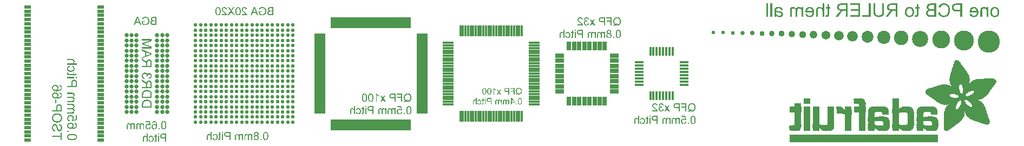
<source format=gbs>
G04 Layer_Color=16711935*
%FSLAX25Y25*%
%MOIN*%
G70*
G01*
G75*
%ADD61C,0.08100*%
%ADD62C,0.07300*%
%ADD70C,0.02900*%
%ADD71C,0.02600*%
%ADD72C,0.02300*%
%ADD73C,0.02100*%
%ADD87R,0.00900X0.00100*%
%ADD88R,0.02500X0.00100*%
%ADD89R,0.01500X0.00100*%
%ADD90R,0.04400X0.00100*%
%ADD91R,0.04200X0.00100*%
%ADD92R,0.03800X0.00100*%
%ADD93R,0.04500X0.00100*%
%ADD94R,0.04300X0.00100*%
%ADD95R,0.04100X0.00100*%
%ADD96R,0.04000X0.00100*%
%ADD97R,0.01800X0.00100*%
%ADD98R,0.05100X0.00100*%
%ADD99R,0.04600X0.00100*%
%ADD100R,0.04800X0.00100*%
%ADD101R,0.04700X0.00100*%
%ADD102R,0.02100X0.00100*%
%ADD103R,0.05700X0.00100*%
%ADD104R,0.05600X0.00100*%
%ADD105R,0.05200X0.00100*%
%ADD106R,0.02300X0.00100*%
%ADD107R,0.06000X0.00100*%
%ADD108R,0.05800X0.00100*%
%ADD109R,0.02600X0.00100*%
%ADD110R,0.06400X0.00100*%
%ADD111R,0.05900X0.00100*%
%ADD112R,0.06300X0.00100*%
%ADD113R,0.06200X0.00100*%
%ADD114R,0.02800X0.00100*%
%ADD115R,0.06700X0.00100*%
%ADD116R,0.03100X0.00100*%
%ADD117R,0.07000X0.00100*%
%ADD118R,0.06600X0.00100*%
%ADD119R,0.06500X0.00100*%
%ADD120R,0.03200X0.00100*%
%ADD121R,0.07300X0.00100*%
%ADD122R,0.06800X0.00100*%
%ADD123R,0.07200X0.00100*%
%ADD124R,0.03400X0.00100*%
%ADD125R,0.07500X0.00100*%
%ADD126R,0.07100X0.00100*%
%ADD127R,0.03600X0.00100*%
%ADD128R,0.07800X0.00100*%
%ADD129R,0.07700X0.00100*%
%ADD130R,0.03700X0.00100*%
%ADD131R,0.07900X0.00100*%
%ADD132R,0.03900X0.00100*%
%ADD133R,0.08100X0.00100*%
%ADD134R,0.08200X0.00100*%
%ADD135R,0.06900X0.00100*%
%ADD136R,0.08500X0.00100*%
%ADD137R,0.08400X0.00100*%
%ADD138R,0.08600X0.00100*%
%ADD139R,0.08300X0.00100*%
%ADD140R,0.08800X0.00100*%
%ADD141R,0.13100X0.00100*%
%ADD142R,0.08700X0.00100*%
%ADD143R,0.13200X0.00100*%
%ADD144R,0.04900X0.00100*%
%ADD145R,0.05300X0.00100*%
%ADD146R,0.13300X0.00100*%
%ADD147R,0.05500X0.00100*%
%ADD148R,0.13400X0.00100*%
%ADD149R,0.06100X0.00100*%
%ADD150R,0.13500X0.00100*%
%ADD151R,0.05400X0.00100*%
%ADD152R,0.05000X0.00100*%
%ADD153R,0.07400X0.00100*%
%ADD154R,0.00700X0.00100*%
%ADD155R,0.07600X0.00100*%
%ADD156R,0.01400X0.00100*%
%ADD157R,0.02000X0.00100*%
%ADD158R,0.02400X0.00100*%
%ADD159R,0.08900X0.00100*%
%ADD160R,0.09000X0.00100*%
%ADD161R,0.09200X0.00100*%
%ADD162R,0.09300X0.00100*%
%ADD163R,0.09400X0.00100*%
%ADD164R,0.09500X0.00100*%
%ADD165R,0.09700X0.00100*%
%ADD166R,0.09800X0.00100*%
%ADD167R,0.09900X0.00100*%
%ADD168R,0.10000X0.00100*%
%ADD169R,0.10100X0.00100*%
%ADD170R,0.10200X0.00100*%
%ADD171R,0.10300X0.00100*%
%ADD172R,0.10400X0.00100*%
%ADD173R,0.10500X0.00100*%
%ADD174R,0.10600X0.00100*%
%ADD175R,0.09600X0.00100*%
%ADD176R,0.10700X0.00100*%
%ADD177R,0.10800X0.00100*%
%ADD178R,0.10900X0.00100*%
%ADD179R,0.11000X0.00100*%
%ADD180R,0.11100X0.00100*%
%ADD181R,0.13000X0.00100*%
%ADD182R,0.11200X0.00100*%
%ADD183R,0.11300X0.00100*%
%ADD184R,0.12900X0.00100*%
%ADD185R,0.11400X0.00100*%
%ADD186R,0.12800X0.00100*%
%ADD187R,0.11500X0.00100*%
%ADD188R,0.11600X0.00100*%
%ADD189R,0.12700X0.00100*%
%ADD190R,0.11700X0.00100*%
%ADD191R,0.12600X0.00100*%
%ADD192R,0.12500X0.00100*%
%ADD193R,0.11900X0.00100*%
%ADD194R,0.12400X0.00100*%
%ADD195R,0.12000X0.00100*%
%ADD196R,0.11800X0.00100*%
%ADD197R,0.12300X0.00100*%
%ADD198R,0.12100X0.00100*%
%ADD199R,0.12200X0.00100*%
%ADD200R,0.03000X0.00100*%
%ADD201R,0.25800X0.00100*%
%ADD202R,0.25700X0.00100*%
%ADD203R,0.25600X0.00100*%
%ADD204R,0.25500X0.00100*%
%ADD205R,0.25400X0.00100*%
%ADD206R,0.25300X0.00100*%
%ADD207R,0.25200X0.00100*%
%ADD208R,0.25100X0.00100*%
%ADD209R,0.17600X0.00100*%
%ADD210R,0.17400X0.00100*%
%ADD211R,0.17200X0.00100*%
%ADD212R,0.17000X0.00100*%
%ADD213R,0.16900X0.00100*%
%ADD214R,0.16700X0.00100*%
%ADD215R,0.16600X0.00100*%
%ADD216R,0.16500X0.00100*%
%ADD217R,0.16300X0.00100*%
%ADD218R,0.16200X0.00100*%
%ADD219R,0.03500X0.00100*%
%ADD220R,0.16100X0.00100*%
%ADD221R,0.03300X0.00100*%
%ADD222R,0.16000X0.00100*%
%ADD223R,0.15900X0.00100*%
%ADD224R,0.15700X0.00100*%
%ADD225R,0.02700X0.00100*%
%ADD226R,0.08000X0.00100*%
%ADD227R,0.01900X0.00100*%
%ADD228R,0.02900X0.00100*%
%ADD229R,0.02200X0.00100*%
%ADD230R,0.13700X0.00100*%
%ADD231R,0.14000X0.00100*%
%ADD232R,0.14300X0.00100*%
%ADD233R,0.14500X0.00100*%
%ADD234R,0.14800X0.00100*%
%ADD235R,0.15200X0.00100*%
%ADD236R,0.18200X0.00100*%
%ADD237R,0.18300X0.00100*%
%ADD238R,0.18600X0.00100*%
%ADD239R,0.18800X0.00100*%
%ADD240R,0.19000X0.00100*%
%ADD241R,0.27500X0.00100*%
%ADD242R,0.28300X0.00100*%
%ADD243R,0.28800X0.00100*%
%ADD244R,0.29300X0.00100*%
%ADD245R,0.29800X0.00100*%
%ADD246R,0.30100X0.00100*%
%ADD247R,0.30400X0.00100*%
%ADD248R,0.30800X0.00100*%
%ADD249R,0.31200X0.00100*%
%ADD250R,0.31500X0.00100*%
%ADD251R,0.13800X0.00100*%
%ADD252R,0.14700X0.00100*%
%ADD253R,0.15400X0.00100*%
%ADD254R,0.24700X0.00100*%
%ADD255R,0.21700X0.00100*%
%ADD256R,0.09100X0.00100*%
%ADD257R,0.21600X0.00100*%
%ADD258R,0.21500X0.00100*%
%ADD259R,0.21400X0.00100*%
%ADD260R,0.21300X0.00100*%
%ADD261R,0.21200X0.00100*%
%ADD262R,0.21100X0.00100*%
%ADD263R,0.20900X0.00100*%
%ADD264R,0.20700X0.00100*%
%ADD265R,0.16800X0.00100*%
%ADD266R,0.20600X0.00100*%
%ADD267R,0.20500X0.00100*%
%ADD268R,0.20300X0.00100*%
%ADD269R,0.17100X0.00100*%
%ADD270R,0.20100X0.00100*%
%ADD271R,0.19900X0.00100*%
%ADD272R,0.19700X0.00100*%
%ADD273R,0.17300X0.00100*%
%ADD274R,0.19500X0.00100*%
%ADD275R,0.19200X0.00100*%
%ADD276R,0.18400X0.00100*%
%ADD277R,0.17700X0.00100*%
%ADD278R,0.18100X0.00100*%
%ADD279R,0.17800X0.00100*%
%ADD280R,0.17900X0.00100*%
%ADD281R,0.18500X0.00100*%
%ADD282R,0.18900X0.00100*%
%ADD283R,0.19100X0.00100*%
%ADD284R,0.19400X0.00100*%
%ADD285R,0.19600X0.00100*%
%ADD286R,0.20000X0.00100*%
%ADD287R,0.15800X0.00100*%
%ADD288R,0.15600X0.00100*%
%ADD289R,0.15500X0.00100*%
%ADD290R,0.15550X0.00100*%
%ADD291R,0.15450X0.00100*%
%ADD292R,0.15350X0.00100*%
%ADD293R,0.15150X0.00100*%
%ADD294R,0.15050X0.00100*%
%ADD295R,0.14950X0.00100*%
%ADD296R,0.14850X0.00100*%
%ADD297R,0.14650X0.00100*%
%ADD298R,0.14200X0.00100*%
%ADD299R,0.13600X0.00100*%
%ADD300R,0.01000X0.00100*%
%ADD350R,0.05300X0.01800*%
%ADD351R,0.01800X0.05300*%
%ADD352C,0.13700*%
%ADD353C,0.12300*%
%ADD354C,0.11000*%
%ADD355C,0.09900*%
%ADD356C,0.08900*%
%ADD357C,0.06600*%
%ADD358C,0.05900*%
%ADD359C,0.05400*%
%ADD360C,0.04900*%
%ADD361C,0.04400*%
%ADD362C,0.04000*%
%ADD363C,0.03700*%
%ADD364C,0.03400*%
%ADD365C,0.03100*%
%ADD366C,0.02400*%
%ADD367R,0.91700X0.05072*%
%ADD368R,0.06800X0.02000*%
%ADD369R,0.02000X0.06800*%
G04:AMPARAMS|DCode=370|XSize=22mil|YSize=22mil|CornerRadius=11mil|HoleSize=0mil|Usage=FLASHONLY|Rotation=180.000|XOffset=0mil|YOffset=0mil|HoleType=Round|Shape=RoundedRectangle|*
%AMROUNDEDRECTD370*
21,1,0.02200,0.00000,0,0,180.0*
21,1,0.00000,0.02200,0,0,180.0*
1,1,0.02200,0.00000,0.00000*
1,1,0.02200,0.00000,0.00000*
1,1,0.02200,0.00000,0.00000*
1,1,0.02200,0.00000,0.00000*
%
%ADD370ROUNDEDRECTD370*%
%ADD371R,0.06800X0.01600*%
%ADD372R,0.01600X0.06800*%
%ADD373R,0.05800X0.03000*%
%ADD374R,0.03000X0.05800*%
%ADD375R,0.04000X0.02200*%
G04:AMPARAMS|DCode=376|XSize=26mil|YSize=26mil|CornerRadius=13mil|HoleSize=0mil|Usage=FLASHONLY|Rotation=180.000|XOffset=0mil|YOffset=0mil|HoleType=Round|Shape=RoundedRectangle|*
%AMROUNDEDRECTD376*
21,1,0.02600,0.00000,0,0,180.0*
21,1,0.00000,0.02600,0,0,180.0*
1,1,0.02600,0.00000,0.00000*
1,1,0.02600,0.00000,0.00000*
1,1,0.02600,0.00000,0.00000*
1,1,0.02600,0.00000,0.00000*
%
%ADD376ROUNDEDRECTD376*%
G36*
X491081Y123271D02*
X490469D01*
Y123967D01*
X491081D01*
Y123271D01*
D02*
G37*
G36*
X516876Y131785D02*
X517110Y131747D01*
X517314Y131702D01*
X517412Y131672D01*
X517496Y131641D01*
X517579Y131611D01*
X517647Y131581D01*
X517707Y131558D01*
X517760Y131535D01*
X517805Y131513D01*
X517836Y131498D01*
X517851Y131490D01*
X517858Y131483D01*
X518055Y131354D01*
X518221Y131203D01*
X518365Y131052D01*
X518486Y130900D01*
X518584Y130772D01*
X518622Y130711D01*
X518652Y130658D01*
X518675Y130621D01*
X518690Y130590D01*
X518705Y130568D01*
Y130560D01*
X518803Y130333D01*
X518879Y130099D01*
X518924Y129880D01*
X518962Y129668D01*
X518977Y129577D01*
X518985Y129494D01*
X518992Y129419D01*
Y129351D01*
X519000Y129305D01*
Y129260D01*
Y129237D01*
Y129230D01*
X518985Y128957D01*
X518955Y128708D01*
X518909Y128481D01*
X518879Y128383D01*
X518849Y128285D01*
X518826Y128201D01*
X518796Y128126D01*
X518773Y128058D01*
X518750Y128005D01*
X518735Y127960D01*
X518720Y127929D01*
X518705Y127907D01*
Y127899D01*
X518584Y127687D01*
X518448Y127506D01*
X518312Y127347D01*
X518176Y127219D01*
X518055Y127120D01*
X518002Y127075D01*
X517957Y127045D01*
X517919Y127022D01*
X517889Y126999D01*
X517874Y126992D01*
X517866Y126984D01*
X517654Y126878D01*
X517443Y126803D01*
X517239Y126742D01*
X517050Y126705D01*
X516966Y126697D01*
X516891Y126682D01*
X516823Y126674D01*
X516762D01*
X516717Y126667D01*
X516649D01*
X516407Y126682D01*
X516180Y126712D01*
X515968Y126765D01*
X515878Y126788D01*
X515787Y126818D01*
X515711Y126848D01*
X515643Y126871D01*
X515583Y126901D01*
X515530Y126924D01*
X515485Y126939D01*
X515454Y126954D01*
X515439Y126969D01*
X515432D01*
X515235Y126826D01*
X515039Y126705D01*
X514857Y126599D01*
X514698Y126516D01*
X514623Y126485D01*
X514562Y126455D01*
X514502Y126425D01*
X514456Y126410D01*
X514419Y126395D01*
X514388Y126380D01*
X514373Y126372D01*
X514366D01*
X514162Y126818D01*
X514313Y126878D01*
X514464Y126954D01*
X514608Y127030D01*
X514736Y127105D01*
X514850Y127173D01*
X514895Y127204D01*
X514940Y127226D01*
X514970Y127249D01*
X514993Y127264D01*
X515008Y127279D01*
X515016D01*
X514880Y127423D01*
X514766Y127567D01*
X514668Y127710D01*
X514593Y127839D01*
X514532Y127952D01*
X514502Y128005D01*
X514487Y128043D01*
X514472Y128081D01*
X514456Y128103D01*
X514449Y128118D01*
Y128126D01*
X514388Y128315D01*
X514343Y128504D01*
X514305Y128693D01*
X514283Y128859D01*
X514275Y128942D01*
X514267Y129010D01*
Y129071D01*
X514260Y129124D01*
Y129169D01*
Y129199D01*
Y129222D01*
Y129230D01*
X514275Y129502D01*
X514305Y129751D01*
X514351Y129971D01*
X514381Y130076D01*
X514403Y130167D01*
X514434Y130258D01*
X514464Y130333D01*
X514487Y130394D01*
X514509Y130447D01*
X514525Y130492D01*
X514540Y130530D01*
X514555Y130545D01*
Y130553D01*
X514676Y130764D01*
X514804Y130946D01*
X514948Y131105D01*
X515084Y131233D01*
X515205Y131331D01*
X515258Y131377D01*
X515303Y131407D01*
X515341Y131437D01*
X515371Y131452D01*
X515386Y131467D01*
X515394D01*
X515500Y131528D01*
X515606Y131581D01*
X515817Y131656D01*
X516029Y131717D01*
X516218Y131762D01*
X516309Y131770D01*
X516384Y131785D01*
X516460Y131792D01*
X516520D01*
X516566Y131800D01*
X516634D01*
X516876Y131785D01*
D02*
G37*
G36*
X507683Y122674D02*
X507811Y122659D01*
X507917Y122629D01*
X508015Y122599D01*
X508091Y122568D01*
X508151Y122538D01*
X508189Y122523D01*
X508204Y122515D01*
X508303Y122455D01*
X508393Y122379D01*
X508469Y122311D01*
X508529Y122243D01*
X508582Y122183D01*
X508620Y122137D01*
X508643Y122107D01*
X508650Y122092D01*
Y122599D01*
X509195D01*
Y119000D01*
X508582D01*
Y120867D01*
X508575Y121041D01*
X508567Y121192D01*
X508552Y121321D01*
X508529Y121427D01*
X508514Y121510D01*
X508499Y121570D01*
X508492Y121601D01*
X508484Y121616D01*
X508439Y121706D01*
X508393Y121790D01*
X508340Y121858D01*
X508287Y121918D01*
X508242Y121956D01*
X508204Y121994D01*
X508174Y122009D01*
X508167Y122016D01*
X508083Y122062D01*
X508000Y122092D01*
X507917Y122122D01*
X507849Y122137D01*
X507781Y122145D01*
X507736Y122152D01*
X507690D01*
X507569Y122145D01*
X507471Y122122D01*
X507388Y122084D01*
X507320Y122054D01*
X507267Y122016D01*
X507237Y121979D01*
X507214Y121956D01*
X507206Y121948D01*
X507154Y121865D01*
X507116Y121767D01*
X507093Y121669D01*
X507070Y121563D01*
X507063Y121480D01*
X507055Y121404D01*
Y121374D01*
Y121351D01*
Y121344D01*
Y121336D01*
Y119000D01*
X506443D01*
Y121087D01*
X506435Y121283D01*
X506405Y121449D01*
X506367Y121586D01*
X506314Y121699D01*
X506269Y121790D01*
X506231Y121850D01*
X506201Y121880D01*
X506193Y121896D01*
X506095Y121979D01*
X505982Y122047D01*
X505876Y122092D01*
X505778Y122122D01*
X505694Y122137D01*
X505619Y122152D01*
X505558D01*
X505483Y122145D01*
X505415Y122137D01*
X505347Y122122D01*
X505294Y122107D01*
X505256Y122084D01*
X505226Y122069D01*
X505203Y122062D01*
X505195Y122054D01*
X505142Y122016D01*
X505097Y121971D01*
X505059Y121926D01*
X505029Y121888D01*
X505006Y121850D01*
X504991Y121820D01*
X504976Y121797D01*
Y121790D01*
X504953Y121722D01*
X504938Y121638D01*
X504923Y121465D01*
X504916Y121389D01*
Y121321D01*
Y121276D01*
Y121268D01*
Y121260D01*
Y119000D01*
X504303D01*
Y121465D01*
Y121578D01*
X504319Y121684D01*
X504349Y121873D01*
X504394Y122024D01*
X504447Y122152D01*
X504507Y122251D01*
X504553Y122326D01*
X504583Y122364D01*
X504598Y122379D01*
X504719Y122478D01*
X504848Y122553D01*
X504984Y122606D01*
X505120Y122644D01*
X505233Y122667D01*
X505286Y122674D01*
X505332D01*
X505369Y122682D01*
X505422D01*
X505551Y122674D01*
X505664Y122652D01*
X505778Y122621D01*
X505883Y122583D01*
X506080Y122478D01*
X506163Y122425D01*
X506239Y122364D01*
X506307Y122304D01*
X506367Y122251D01*
X506420Y122198D01*
X506465Y122145D01*
X506496Y122107D01*
X506518Y122077D01*
X506534Y122054D01*
X506541Y122047D01*
X506587Y122152D01*
X506639Y122251D01*
X506700Y122326D01*
X506760Y122394D01*
X506813Y122447D01*
X506859Y122485D01*
X506889Y122508D01*
X506904Y122515D01*
X507002Y122568D01*
X507108Y122614D01*
X507222Y122644D01*
X507320Y122659D01*
X507410Y122674D01*
X507486Y122682D01*
X507554D01*
X507683Y122674D01*
D02*
G37*
G36*
X484148Y119000D02*
X483536D01*
Y120966D01*
X483529Y121117D01*
X483521Y121245D01*
X483506Y121359D01*
X483483Y121457D01*
X483468Y121533D01*
X483453Y121586D01*
X483445Y121623D01*
X483438Y121631D01*
X483392Y121714D01*
X483347Y121797D01*
X483287Y121858D01*
X483234Y121918D01*
X483181Y121956D01*
X483143Y121994D01*
X483113Y122009D01*
X483105Y122016D01*
X483014Y122062D01*
X482924Y122100D01*
X482833Y122122D01*
X482757Y122145D01*
X482689Y122152D01*
X482636Y122160D01*
X482591D01*
X482463Y122152D01*
X482357Y122130D01*
X482258Y122092D01*
X482183Y122054D01*
X482122Y122016D01*
X482077Y121979D01*
X482047Y121956D01*
X482039Y121948D01*
X481971Y121858D01*
X481918Y121752D01*
X481888Y121646D01*
X481858Y121540D01*
X481843Y121434D01*
X481835Y121359D01*
Y121328D01*
Y121306D01*
Y121291D01*
Y121283D01*
Y119000D01*
X481223D01*
Y121276D01*
X481230Y121465D01*
X481245Y121623D01*
X481260Y121767D01*
X481283Y121880D01*
X481313Y121971D01*
X481328Y122032D01*
X481344Y122069D01*
X481351Y122084D01*
X481404Y122183D01*
X481472Y122274D01*
X481540Y122349D01*
X481608Y122410D01*
X481676Y122455D01*
X481729Y122493D01*
X481759Y122515D01*
X481775Y122523D01*
X481888Y122576D01*
X482009Y122614D01*
X482122Y122644D01*
X482228Y122659D01*
X482319Y122674D01*
X482395Y122682D01*
X482463D01*
X482584Y122674D01*
X482697Y122659D01*
X482803Y122636D01*
X482901Y122606D01*
X483090Y122523D01*
X483166Y122485D01*
X483241Y122440D01*
X483309Y122387D01*
X483370Y122349D01*
X483415Y122304D01*
X483460Y122266D01*
X483491Y122236D01*
X483513Y122213D01*
X483529Y122198D01*
X483536Y122190D01*
Y123967D01*
X484148D01*
Y119000D01*
D02*
G37*
G36*
X509134Y126750D02*
X508476D01*
Y128776D01*
X507206D01*
X507017Y128784D01*
X506844Y128791D01*
X506685Y128814D01*
X506534Y128844D01*
X506405Y128874D01*
X506284Y128912D01*
X506178Y128950D01*
X506087Y128995D01*
X506004Y129033D01*
X505936Y129071D01*
X505883Y129109D01*
X505830Y129139D01*
X505800Y129169D01*
X505778Y129192D01*
X505762Y129199D01*
X505755Y129207D01*
X505679Y129290D01*
X505619Y129381D01*
X505566Y129472D01*
X505520Y129562D01*
X505445Y129736D01*
X505400Y129910D01*
X505377Y129986D01*
X505369Y130054D01*
X505362Y130122D01*
X505354Y130175D01*
X505347Y130220D01*
Y130250D01*
Y130273D01*
Y130280D01*
X505354Y130417D01*
X505369Y130545D01*
X505392Y130658D01*
X505422Y130757D01*
X505452Y130840D01*
X505475Y130900D01*
X505490Y130938D01*
X505498Y130953D01*
X505558Y131067D01*
X505626Y131158D01*
X505694Y131241D01*
X505755Y131309D01*
X505808Y131362D01*
X505853Y131399D01*
X505891Y131422D01*
X505899Y131430D01*
X505997Y131490D01*
X506103Y131543D01*
X506201Y131581D01*
X506299Y131611D01*
X506382Y131634D01*
X506450Y131649D01*
X506496Y131664D01*
X506511D01*
X506617Y131679D01*
X506738Y131694D01*
X506866Y131702D01*
X506987Y131709D01*
X507101Y131717D01*
X509134D01*
Y126750D01*
D02*
G37*
G36*
X501763Y128610D02*
X503071Y126750D01*
X502330D01*
X501363Y128126D01*
X501196Y127861D01*
X500455Y126750D01*
X499707D01*
X501015Y128610D01*
X499790Y130349D01*
X500531D01*
X501136Y129494D01*
X501226Y129358D01*
X501272Y129290D01*
X501317Y129230D01*
X501355Y129177D01*
X501385Y129139D01*
X501400Y129109D01*
X501408Y129101D01*
X501483Y129230D01*
X501567Y129358D01*
X501604Y129411D01*
X501627Y129456D01*
X501650Y129487D01*
X501657Y129494D01*
X502224Y130349D01*
X502973D01*
X501763Y128610D01*
D02*
G37*
G36*
X582736Y191104D02*
X582950Y191079D01*
X583125Y191029D01*
X583289Y190979D01*
X583414Y190928D01*
X583515Y190878D01*
X583578Y190853D01*
X583603Y190840D01*
X583766Y190740D01*
X583917Y190614D01*
X584042Y190501D01*
X584143Y190388D01*
X584231Y190288D01*
X584294Y190212D01*
X584331Y190162D01*
X584344Y190137D01*
Y190979D01*
X585248D01*
Y185000D01*
X584231D01*
Y188102D01*
X584218Y188391D01*
X584206Y188642D01*
X584181Y188856D01*
X584143Y189032D01*
X584118Y189170D01*
X584093Y189270D01*
X584080Y189321D01*
X584067Y189346D01*
X583992Y189497D01*
X583917Y189635D01*
X583829Y189748D01*
X583741Y189848D01*
X583666Y189911D01*
X583603Y189974D01*
X583553Y189999D01*
X583540Y190011D01*
X583402Y190087D01*
X583264Y190137D01*
X583125Y190187D01*
X583012Y190212D01*
X582899Y190225D01*
X582824Y190237D01*
X582749D01*
X582548Y190225D01*
X582384Y190187D01*
X582246Y190124D01*
X582133Y190074D01*
X582045Y190011D01*
X581995Y189949D01*
X581957Y189911D01*
X581945Y189898D01*
X581857Y189760D01*
X581794Y189597D01*
X581756Y189434D01*
X581719Y189258D01*
X581706Y189120D01*
X581694Y188994D01*
Y188944D01*
Y188906D01*
Y188894D01*
Y188881D01*
Y185000D01*
X580676D01*
Y188467D01*
X580664Y188793D01*
X580614Y189069D01*
X580551Y189295D01*
X580463Y189484D01*
X580387Y189635D01*
X580325Y189735D01*
X580274Y189785D01*
X580262Y189811D01*
X580099Y189949D01*
X579910Y190062D01*
X579734Y190137D01*
X579571Y190187D01*
X579433Y190212D01*
X579307Y190237D01*
X579207D01*
X579081Y190225D01*
X578968Y190212D01*
X578855Y190187D01*
X578767Y190162D01*
X578704Y190124D01*
X578654Y190099D01*
X578617Y190087D01*
X578604Y190074D01*
X578516Y190011D01*
X578441Y189936D01*
X578378Y189861D01*
X578328Y189798D01*
X578290Y189735D01*
X578265Y189685D01*
X578240Y189647D01*
Y189635D01*
X578202Y189522D01*
X578177Y189383D01*
X578152Y189095D01*
X578139Y188969D01*
Y188856D01*
Y188781D01*
Y188768D01*
Y188755D01*
Y185000D01*
X577122D01*
Y189095D01*
Y189283D01*
X577147Y189459D01*
X577197Y189773D01*
X577273Y190024D01*
X577360Y190237D01*
X577461Y190401D01*
X577536Y190526D01*
X577587Y190589D01*
X577612Y190614D01*
X577813Y190778D01*
X578026Y190903D01*
X578252Y190991D01*
X578478Y191054D01*
X578667Y191092D01*
X578755Y191104D01*
X578830D01*
X578893Y191117D01*
X578981D01*
X579194Y191104D01*
X579383Y191067D01*
X579571Y191016D01*
X579747Y190953D01*
X580073Y190778D01*
X580212Y190690D01*
X580337Y190589D01*
X580450Y190489D01*
X580551Y190401D01*
X580639Y190313D01*
X580714Y190225D01*
X580764Y190162D01*
X580802Y190112D01*
X580827Y190074D01*
X580840Y190062D01*
X580915Y190237D01*
X581003Y190401D01*
X581103Y190526D01*
X581204Y190639D01*
X581292Y190727D01*
X581367Y190790D01*
X581417Y190828D01*
X581442Y190840D01*
X581606Y190928D01*
X581782Y191004D01*
X581970Y191054D01*
X582133Y191079D01*
X582284Y191104D01*
X582410Y191117D01*
X582523D01*
X582736Y191104D01*
D02*
G37*
G36*
X513338Y126750D02*
X512680D01*
Y129003D01*
X510351D01*
Y129585D01*
X512680D01*
Y131135D01*
X509988D01*
Y131717D01*
X513338D01*
Y126750D01*
D02*
G37*
G36*
X598059Y185000D02*
X597042D01*
Y188266D01*
X597029Y188517D01*
X597017Y188730D01*
X596992Y188919D01*
X596954Y189082D01*
X596929Y189208D01*
X596904Y189295D01*
X596891Y189358D01*
X596879Y189371D01*
X596803Y189509D01*
X596728Y189647D01*
X596628Y189748D01*
X596540Y189848D01*
X596452Y189911D01*
X596389Y189974D01*
X596339Y189999D01*
X596326Y190011D01*
X596175Y190087D01*
X596025Y190150D01*
X595874Y190187D01*
X595748Y190225D01*
X595635Y190237D01*
X595547Y190250D01*
X595472D01*
X595259Y190237D01*
X595083Y190200D01*
X594919Y190137D01*
X594794Y190074D01*
X594693Y190011D01*
X594618Y189949D01*
X594568Y189911D01*
X594555Y189898D01*
X594442Y189748D01*
X594354Y189572D01*
X594304Y189396D01*
X594254Y189220D01*
X594229Y189044D01*
X594216Y188919D01*
Y188868D01*
Y188831D01*
Y188806D01*
Y188793D01*
Y185000D01*
X593199D01*
Y188781D01*
X593211Y189095D01*
X593236Y189358D01*
X593261Y189597D01*
X593299Y189785D01*
X593349Y189936D01*
X593374Y190037D01*
X593400Y190099D01*
X593412Y190124D01*
X593500Y190288D01*
X593613Y190438D01*
X593726Y190564D01*
X593839Y190665D01*
X593952Y190740D01*
X594040Y190803D01*
X594090Y190840D01*
X594115Y190853D01*
X594304Y190941D01*
X594505Y191004D01*
X594693Y191054D01*
X594869Y191079D01*
X595020Y191104D01*
X595145Y191117D01*
X595259D01*
X595459Y191104D01*
X595648Y191079D01*
X595824Y191041D01*
X595987Y190991D01*
X596301Y190853D01*
X596427Y190790D01*
X596552Y190715D01*
X596665Y190627D01*
X596766Y190564D01*
X596841Y190489D01*
X596916Y190426D01*
X596967Y190376D01*
X597004Y190338D01*
X597029Y190313D01*
X597042Y190300D01*
Y193252D01*
X598059D01*
Y185000D01*
D02*
G37*
G36*
X501907Y122674D02*
X502035Y122659D01*
X502141Y122629D01*
X502240Y122599D01*
X502315Y122568D01*
X502376Y122538D01*
X502413Y122523D01*
X502428Y122515D01*
X502527Y122455D01*
X502618Y122379D01*
X502693Y122311D01*
X502754Y122243D01*
X502807Y122183D01*
X502844Y122137D01*
X502867Y122107D01*
X502875Y122092D01*
Y122599D01*
X503419D01*
Y119000D01*
X502807D01*
Y120867D01*
X502799Y121041D01*
X502791Y121192D01*
X502776Y121321D01*
X502754Y121427D01*
X502738Y121510D01*
X502723Y121570D01*
X502716Y121601D01*
X502708Y121616D01*
X502663Y121706D01*
X502618Y121790D01*
X502565Y121858D01*
X502512Y121918D01*
X502466Y121956D01*
X502428Y121994D01*
X502398Y122009D01*
X502391Y122016D01*
X502308Y122062D01*
X502224Y122092D01*
X502141Y122122D01*
X502073Y122137D01*
X502005Y122145D01*
X501960Y122152D01*
X501914D01*
X501793Y122145D01*
X501695Y122122D01*
X501612Y122084D01*
X501544Y122054D01*
X501491Y122016D01*
X501461Y121979D01*
X501438Y121956D01*
X501431Y121948D01*
X501378Y121865D01*
X501340Y121767D01*
X501317Y121669D01*
X501295Y121563D01*
X501287Y121480D01*
X501279Y121404D01*
Y121374D01*
Y121351D01*
Y121344D01*
Y121336D01*
Y119000D01*
X500667D01*
Y121087D01*
X500659Y121283D01*
X500629Y121449D01*
X500591Y121586D01*
X500538Y121699D01*
X500493Y121790D01*
X500455Y121850D01*
X500425Y121880D01*
X500418Y121896D01*
X500319Y121979D01*
X500206Y122047D01*
X500100Y122092D01*
X500002Y122122D01*
X499919Y122137D01*
X499843Y122152D01*
X499783D01*
X499707Y122145D01*
X499639Y122137D01*
X499571Y122122D01*
X499518Y122107D01*
X499480Y122084D01*
X499450Y122069D01*
X499427Y122062D01*
X499420Y122054D01*
X499367Y122016D01*
X499321Y121971D01*
X499284Y121926D01*
X499253Y121888D01*
X499231Y121850D01*
X499216Y121820D01*
X499200Y121797D01*
Y121790D01*
X499178Y121722D01*
X499163Y121638D01*
X499147Y121465D01*
X499140Y121389D01*
Y121321D01*
Y121276D01*
Y121268D01*
Y121260D01*
Y119000D01*
X498527D01*
Y121465D01*
Y121578D01*
X498543Y121684D01*
X498573Y121873D01*
X498618Y122024D01*
X498671Y122152D01*
X498732Y122251D01*
X498777Y122326D01*
X498807Y122364D01*
X498822Y122379D01*
X498943Y122478D01*
X499072Y122553D01*
X499208Y122606D01*
X499344Y122644D01*
X499457Y122667D01*
X499510Y122674D01*
X499556D01*
X499593Y122682D01*
X499646D01*
X499775Y122674D01*
X499888Y122652D01*
X500002Y122621D01*
X500108Y122583D01*
X500304Y122478D01*
X500387Y122425D01*
X500463Y122364D01*
X500531Y122304D01*
X500591Y122251D01*
X500644Y122198D01*
X500690Y122145D01*
X500720Y122107D01*
X500743Y122077D01*
X500758Y122054D01*
X500765Y122047D01*
X500811Y122152D01*
X500864Y122251D01*
X500924Y122326D01*
X500984Y122394D01*
X501037Y122447D01*
X501083Y122485D01*
X501113Y122508D01*
X501128Y122515D01*
X501226Y122568D01*
X501332Y122614D01*
X501446Y122644D01*
X501544Y122659D01*
X501635Y122674D01*
X501710Y122682D01*
X501778D01*
X501907Y122674D01*
D02*
G37*
G36*
X495632Y119000D02*
X494974D01*
Y121026D01*
X493704D01*
X493515Y121034D01*
X493341Y121041D01*
X493183Y121064D01*
X493031Y121094D01*
X492903Y121124D01*
X492782Y121162D01*
X492676Y121200D01*
X492585Y121245D01*
X492502Y121283D01*
X492434Y121321D01*
X492381Y121359D01*
X492328Y121389D01*
X492298Y121419D01*
X492275Y121442D01*
X492260Y121449D01*
X492253Y121457D01*
X492177Y121540D01*
X492117Y121631D01*
X492064Y121722D01*
X492018Y121812D01*
X491943Y121986D01*
X491897Y122160D01*
X491875Y122236D01*
X491867Y122304D01*
X491860Y122372D01*
X491852Y122425D01*
X491845Y122470D01*
Y122500D01*
Y122523D01*
Y122530D01*
X491852Y122667D01*
X491867Y122795D01*
X491890Y122908D01*
X491920Y123007D01*
X491950Y123090D01*
X491973Y123150D01*
X491988Y123188D01*
X491996Y123203D01*
X492056Y123317D01*
X492124Y123407D01*
X492192Y123491D01*
X492253Y123559D01*
X492306Y123612D01*
X492351Y123649D01*
X492389Y123672D01*
X492396Y123680D01*
X492495Y123740D01*
X492600Y123793D01*
X492699Y123831D01*
X492797Y123861D01*
X492880Y123884D01*
X492948Y123899D01*
X492994Y123914D01*
X493009D01*
X493115Y123929D01*
X493235Y123944D01*
X493364Y123952D01*
X493485Y123959D01*
X493598Y123967D01*
X495632D01*
Y119000D01*
D02*
G37*
G36*
X514804D02*
X514109D01*
Y119695D01*
X514804D01*
Y119000D01*
D02*
G37*
G36*
X517579Y123975D02*
X517753Y123944D01*
X517911Y123899D01*
X518040Y123846D01*
X518146Y123785D01*
X518221Y123740D01*
X518252Y123725D01*
X518274Y123710D01*
X518282Y123695D01*
X518289D01*
X518418Y123574D01*
X518524Y123445D01*
X518614Y123309D01*
X518690Y123173D01*
X518750Y123052D01*
X518773Y122999D01*
X518788Y122954D01*
X518803Y122916D01*
X518819Y122886D01*
X518826Y122871D01*
Y122863D01*
X518856Y122757D01*
X518887Y122652D01*
X518924Y122417D01*
X518955Y122183D01*
X518977Y121956D01*
X518985Y121850D01*
X518992Y121752D01*
Y121669D01*
X519000Y121593D01*
Y121533D01*
Y121487D01*
Y121457D01*
Y121449D01*
X518992Y121200D01*
X518977Y120958D01*
X518955Y120746D01*
X518924Y120542D01*
X518887Y120361D01*
X518849Y120194D01*
X518803Y120043D01*
X518758Y119915D01*
X518713Y119794D01*
X518667Y119695D01*
X518630Y119612D01*
X518592Y119544D01*
X518562Y119491D01*
X518539Y119454D01*
X518524Y119431D01*
X518516Y119423D01*
X518433Y119333D01*
X518350Y119257D01*
X518259Y119189D01*
X518161Y119129D01*
X518070Y119083D01*
X517972Y119038D01*
X517790Y118977D01*
X517707Y118962D01*
X517632Y118947D01*
X517564Y118932D01*
X517503Y118924D01*
X517450Y118917D01*
X517382D01*
X517186Y118932D01*
X517012Y118962D01*
X516860Y119008D01*
X516724Y119061D01*
X516626Y119113D01*
X516543Y119159D01*
X516520Y119181D01*
X516498Y119189D01*
X516490Y119204D01*
X516482D01*
X516354Y119325D01*
X516248Y119461D01*
X516157Y119597D01*
X516082Y119733D01*
X516021Y119854D01*
X515999Y119900D01*
X515976Y119945D01*
X515961Y119983D01*
X515953Y120013D01*
X515946Y120028D01*
Y120036D01*
X515915Y120142D01*
X515885Y120247D01*
X515840Y120482D01*
X515810Y120716D01*
X515787Y120943D01*
X515779Y121049D01*
X515772Y121147D01*
Y121230D01*
X515764Y121306D01*
Y121366D01*
Y121412D01*
Y121442D01*
Y121449D01*
X515772Y121714D01*
Y121827D01*
X515779Y121941D01*
X515787Y122047D01*
X515802Y122145D01*
X515810Y122228D01*
X515817Y122311D01*
X515832Y122379D01*
X515840Y122447D01*
X515847Y122500D01*
X515863Y122538D01*
X515870Y122576D01*
Y122599D01*
X515878Y122614D01*
Y122621D01*
X515923Y122780D01*
X515976Y122924D01*
X516029Y123052D01*
X516074Y123158D01*
X516120Y123241D01*
X516157Y123309D01*
X516180Y123347D01*
X516188Y123362D01*
X516263Y123468D01*
X516346Y123559D01*
X516430Y123642D01*
X516505Y123710D01*
X516581Y123755D01*
X516634Y123793D01*
X516672Y123816D01*
X516687Y123823D01*
X516800Y123876D01*
X516921Y123922D01*
X517042Y123952D01*
X517148Y123967D01*
X517239Y123982D01*
X517314Y123990D01*
X517382D01*
X517579Y123975D01*
D02*
G37*
G36*
X491081Y119000D02*
X490469D01*
Y122599D01*
X491081D01*
Y119000D01*
D02*
G37*
G36*
X486333Y122674D02*
X486492Y122652D01*
X486643Y122614D01*
X486764Y122576D01*
X486870Y122530D01*
X486953Y122500D01*
X486983Y122485D01*
X487006Y122470D01*
X487014Y122462D01*
X487021D01*
X487157Y122372D01*
X487278Y122266D01*
X487376Y122160D01*
X487460Y122054D01*
X487520Y121956D01*
X487566Y121880D01*
X487581Y121850D01*
X487596Y121827D01*
X487603Y121812D01*
Y121805D01*
X487664Y121638D01*
X487709Y121457D01*
X487747Y121291D01*
X487770Y121132D01*
X487785Y120988D01*
Y120935D01*
X487792Y120882D01*
Y120845D01*
Y120807D01*
Y120792D01*
Y120784D01*
X487785Y120618D01*
X487770Y120467D01*
X487754Y120315D01*
X487724Y120187D01*
X487686Y120058D01*
X487649Y119945D01*
X487611Y119839D01*
X487566Y119748D01*
X487528Y119665D01*
X487490Y119597D01*
X487452Y119537D01*
X487414Y119484D01*
X487384Y119446D01*
X487369Y119416D01*
X487354Y119401D01*
X487346Y119393D01*
X487256Y119310D01*
X487165Y119234D01*
X487074Y119174D01*
X486976Y119121D01*
X486878Y119076D01*
X486779Y119030D01*
X486590Y118977D01*
X486500Y118955D01*
X486424Y118939D01*
X486348Y118932D01*
X486288Y118924D01*
X486235Y118917D01*
X486167D01*
X486061Y118924D01*
X485955Y118932D01*
X485766Y118970D01*
X485592Y119030D01*
X485449Y119091D01*
X485335Y119151D01*
X485290Y119181D01*
X485245Y119212D01*
X485214Y119234D01*
X485192Y119249D01*
X485184Y119265D01*
X485177D01*
X485041Y119408D01*
X484927Y119559D01*
X484836Y119726D01*
X484768Y119877D01*
X484723Y120021D01*
X484708Y120081D01*
X484693Y120134D01*
X484685Y120172D01*
X484678Y120202D01*
X484670Y120225D01*
Y120232D01*
X485267Y120315D01*
X485297Y120157D01*
X485343Y120013D01*
X485396Y119900D01*
X485449Y119801D01*
X485494Y119726D01*
X485539Y119680D01*
X485570Y119643D01*
X485577Y119635D01*
X485668Y119559D01*
X485766Y119507D01*
X485872Y119469D01*
X485963Y119446D01*
X486046Y119431D01*
X486114Y119416D01*
X486174D01*
X486258Y119423D01*
X486333Y119431D01*
X486469Y119469D01*
X486598Y119522D01*
X486696Y119582D01*
X486779Y119635D01*
X486840Y119688D01*
X486878Y119726D01*
X486893Y119741D01*
X486938Y119809D01*
X486983Y119885D01*
X487051Y120043D01*
X487097Y120225D01*
X487127Y120399D01*
X487150Y120550D01*
X487157Y120618D01*
Y120678D01*
X487165Y120731D01*
Y120769D01*
Y120792D01*
Y120799D01*
Y120928D01*
X487150Y121049D01*
X487142Y121162D01*
X487119Y121268D01*
X487097Y121359D01*
X487074Y121449D01*
X487051Y121525D01*
X487021Y121593D01*
X486999Y121654D01*
X486976Y121706D01*
X486953Y121752D01*
X486931Y121790D01*
X486908Y121812D01*
X486900Y121835D01*
X486885Y121850D01*
X486832Y121911D01*
X486772Y121964D01*
X486643Y122039D01*
X486522Y122100D01*
X486401Y122145D01*
X486295Y122168D01*
X486212Y122175D01*
X486182Y122183D01*
X486137D01*
X486031Y122175D01*
X485925Y122152D01*
X485842Y122122D01*
X485766Y122092D01*
X485706Y122054D01*
X485660Y122024D01*
X485630Y122001D01*
X485623Y121994D01*
X485547Y121918D01*
X485487Y121835D01*
X485434Y121744D01*
X485388Y121654D01*
X485358Y121570D01*
X485335Y121510D01*
X485328Y121465D01*
X485320Y121457D01*
Y121449D01*
X484730Y121540D01*
X484783Y121729D01*
X484852Y121903D01*
X484927Y122047D01*
X485010Y122168D01*
X485086Y122258D01*
X485146Y122326D01*
X485192Y122364D01*
X485199Y122379D01*
X485207D01*
X485350Y122478D01*
X485509Y122553D01*
X485675Y122606D01*
X485827Y122644D01*
X485963Y122667D01*
X486016Y122674D01*
X486069D01*
X486106Y122682D01*
X486167D01*
X486333Y122674D01*
D02*
G37*
G36*
X188449Y108000D02*
X187837D01*
Y111599D01*
X188449D01*
Y108000D01*
D02*
G37*
G36*
X513111Y121344D02*
X512536Y121260D01*
X512483Y121336D01*
X512423Y121404D01*
X512362Y121465D01*
X512309Y121518D01*
X512256Y121555D01*
X512211Y121586D01*
X512181Y121601D01*
X512173Y121608D01*
X512083Y121654D01*
X511992Y121691D01*
X511901Y121714D01*
X511818Y121737D01*
X511742Y121744D01*
X511690Y121752D01*
X511637D01*
X511470Y121737D01*
X511319Y121706D01*
X511183Y121654D01*
X511077Y121601D01*
X510986Y121548D01*
X510926Y121495D01*
X510888Y121465D01*
X510873Y121449D01*
X510775Y121328D01*
X510699Y121192D01*
X510646Y121056D01*
X510616Y120928D01*
X510593Y120807D01*
X510586Y120754D01*
Y120709D01*
X510578Y120678D01*
Y120648D01*
Y120633D01*
Y120625D01*
X510593Y120429D01*
X510624Y120255D01*
X510676Y120104D01*
X510729Y119975D01*
X510782Y119877D01*
X510835Y119801D01*
X510865Y119756D01*
X510881Y119748D01*
Y119741D01*
X510941Y119680D01*
X511001Y119635D01*
X511123Y119552D01*
X511251Y119499D01*
X511364Y119454D01*
X511470Y119431D01*
X511553Y119423D01*
X511584Y119416D01*
X511629D01*
X511758Y119423D01*
X511878Y119454D01*
X511984Y119491D01*
X512075Y119529D01*
X512151Y119575D01*
X512204Y119605D01*
X512234Y119635D01*
X512249Y119643D01*
X512340Y119741D01*
X512408Y119854D01*
X512468Y119968D01*
X512506Y120081D01*
X512536Y120187D01*
X512559Y120270D01*
X512566Y120300D01*
X512574Y120323D01*
Y120338D01*
Y120346D01*
X513217Y120300D01*
X513202Y120187D01*
X513179Y120073D01*
X513118Y119877D01*
X513035Y119703D01*
X512952Y119559D01*
X512907Y119499D01*
X512869Y119446D01*
X512831Y119401D01*
X512801Y119363D01*
X512771Y119333D01*
X512748Y119310D01*
X512740Y119302D01*
X512733Y119295D01*
X512650Y119227D01*
X512559Y119174D01*
X512468Y119121D01*
X512377Y119076D01*
X512196Y119008D01*
X512022Y118962D01*
X511939Y118947D01*
X511863Y118939D01*
X511795Y118932D01*
X511742Y118924D01*
X511697Y118917D01*
X511629D01*
X511478Y118924D01*
X511334Y118939D01*
X511206Y118970D01*
X511077Y119008D01*
X510964Y119053D01*
X510850Y119106D01*
X510752Y119159D01*
X510669Y119219D01*
X510586Y119272D01*
X510518Y119325D01*
X510457Y119378D01*
X510412Y119423D01*
X510374Y119461D01*
X510344Y119491D01*
X510329Y119507D01*
X510321Y119514D01*
X510253Y119605D01*
X510193Y119703D01*
X510140Y119801D01*
X510094Y119907D01*
X510026Y120096D01*
X509973Y120278D01*
X509958Y120361D01*
X509951Y120436D01*
X509943Y120504D01*
X509936Y120565D01*
X509928Y120610D01*
Y120648D01*
Y120671D01*
Y120678D01*
X509936Y120807D01*
X509951Y120935D01*
X509973Y121049D01*
X509996Y121162D01*
X510034Y121260D01*
X510072Y121359D01*
X510109Y121442D01*
X510155Y121525D01*
X510200Y121593D01*
X510238Y121654D01*
X510276Y121706D01*
X510314Y121752D01*
X510336Y121790D01*
X510359Y121812D01*
X510374Y121827D01*
X510382Y121835D01*
X510465Y121918D01*
X510556Y121986D01*
X510646Y122047D01*
X510744Y122100D01*
X510835Y122145D01*
X510926Y122175D01*
X511100Y122236D01*
X511175Y122251D01*
X511251Y122266D01*
X511311Y122274D01*
X511372Y122281D01*
X511417Y122289D01*
X511478D01*
X511659Y122274D01*
X511833Y122236D01*
X511992Y122190D01*
X512128Y122130D01*
X512249Y122069D01*
X512294Y122047D01*
X512340Y122024D01*
X512370Y122001D01*
X512393Y121986D01*
X512408Y121979D01*
X512415Y121971D01*
X512143Y123309D01*
X510162D01*
Y123891D01*
X512627D01*
X513111Y121344D01*
D02*
G37*
G36*
X193000Y108000D02*
X192342D01*
Y110026D01*
X191072D01*
X190883Y110034D01*
X190709Y110041D01*
X190551Y110064D01*
X190399Y110094D01*
X190271Y110124D01*
X190150Y110162D01*
X190044Y110200D01*
X189953Y110245D01*
X189870Y110283D01*
X189802Y110321D01*
X189749Y110359D01*
X189696Y110389D01*
X189666Y110419D01*
X189643Y110442D01*
X189628Y110449D01*
X189621Y110457D01*
X189545Y110540D01*
X189485Y110631D01*
X189432Y110722D01*
X189386Y110812D01*
X189311Y110986D01*
X189265Y111160D01*
X189243Y111236D01*
X189235Y111304D01*
X189228Y111372D01*
X189220Y111425D01*
X189212Y111470D01*
Y111500D01*
Y111523D01*
Y111530D01*
X189220Y111667D01*
X189235Y111795D01*
X189258Y111908D01*
X189288Y112007D01*
X189318Y112090D01*
X189341Y112150D01*
X189356Y112188D01*
X189364Y112203D01*
X189424Y112317D01*
X189492Y112408D01*
X189560Y112491D01*
X189621Y112559D01*
X189674Y112612D01*
X189719Y112649D01*
X189757Y112672D01*
X189764Y112680D01*
X189863Y112740D01*
X189968Y112793D01*
X190067Y112831D01*
X190165Y112861D01*
X190248Y112884D01*
X190316Y112899D01*
X190362Y112914D01*
X190377D01*
X190482Y112929D01*
X190603Y112944D01*
X190732Y112952D01*
X190853Y112959D01*
X190966Y112967D01*
X193000D01*
Y108000D01*
D02*
G37*
G36*
X489440Y123483D02*
Y122599D01*
X489894D01*
Y122122D01*
X489440D01*
Y120051D01*
Y119953D01*
Y119862D01*
X489433Y119779D01*
Y119703D01*
X489425Y119635D01*
X489418Y119582D01*
X489403Y119484D01*
X489395Y119408D01*
X489380Y119363D01*
X489372Y119333D01*
Y119325D01*
X489342Y119265D01*
X489297Y119212D01*
X489259Y119166D01*
X489214Y119129D01*
X489176Y119098D01*
X489146Y119076D01*
X489123Y119061D01*
X489115Y119053D01*
X489040Y119023D01*
X488957Y119000D01*
X488866Y118977D01*
X488783Y118970D01*
X488707Y118962D01*
X488647Y118955D01*
X488594D01*
X488435Y118962D01*
X488359Y118970D01*
X488291Y118985D01*
X488223Y118992D01*
X488178Y119000D01*
X488148Y119008D01*
X488132D01*
X488216Y119544D01*
X488329Y119529D01*
X488374D01*
X488412Y119522D01*
X488488D01*
X488579Y119529D01*
X488647Y119544D01*
X488684Y119552D01*
X488699Y119559D01*
X488745Y119597D01*
X488775Y119635D01*
X488790Y119665D01*
X488798Y119680D01*
X488805Y119718D01*
X488813Y119764D01*
X488821Y119877D01*
X488828Y119930D01*
Y119975D01*
Y120006D01*
Y120013D01*
Y122122D01*
X488216D01*
Y122599D01*
X488828D01*
Y123854D01*
X489440Y123483D01*
D02*
G37*
G36*
X445081Y176271D02*
X444469D01*
Y176967D01*
X445081D01*
Y176271D01*
D02*
G37*
G36*
X470876Y184785D02*
X471110Y184747D01*
X471314Y184702D01*
X471412Y184672D01*
X471496Y184641D01*
X471579Y184611D01*
X471647Y184581D01*
X471707Y184558D01*
X471760Y184536D01*
X471805Y184513D01*
X471836Y184498D01*
X471851Y184490D01*
X471858Y184483D01*
X472055Y184354D01*
X472221Y184203D01*
X472365Y184052D01*
X472486Y183900D01*
X472584Y183772D01*
X472622Y183711D01*
X472652Y183659D01*
X472675Y183621D01*
X472690Y183590D01*
X472705Y183568D01*
Y183560D01*
X472803Y183333D01*
X472879Y183099D01*
X472924Y182880D01*
X472962Y182668D01*
X472977Y182577D01*
X472985Y182494D01*
X472992Y182419D01*
Y182351D01*
X473000Y182305D01*
Y182260D01*
Y182237D01*
Y182230D01*
X472985Y181957D01*
X472955Y181708D01*
X472909Y181481D01*
X472879Y181383D01*
X472849Y181285D01*
X472826Y181202D01*
X472796Y181126D01*
X472773Y181058D01*
X472751Y181005D01*
X472735Y180960D01*
X472720Y180929D01*
X472705Y180907D01*
Y180899D01*
X472584Y180687D01*
X472448Y180506D01*
X472312Y180347D01*
X472176Y180219D01*
X472055Y180120D01*
X472002Y180075D01*
X471957Y180045D01*
X471919Y180022D01*
X471889Y179999D01*
X471874Y179992D01*
X471866Y179984D01*
X471654Y179878D01*
X471443Y179803D01*
X471239Y179742D01*
X471049Y179705D01*
X470966Y179697D01*
X470891Y179682D01*
X470823Y179674D01*
X470762D01*
X470717Y179667D01*
X470649D01*
X470407Y179682D01*
X470180Y179712D01*
X469968Y179765D01*
X469878Y179788D01*
X469787Y179818D01*
X469711Y179848D01*
X469643Y179871D01*
X469583Y179901D01*
X469530Y179924D01*
X469485Y179939D01*
X469454Y179954D01*
X469439Y179969D01*
X469432D01*
X469235Y179826D01*
X469039Y179705D01*
X468857Y179599D01*
X468698Y179516D01*
X468623Y179485D01*
X468562Y179455D01*
X468502Y179425D01*
X468456Y179410D01*
X468419Y179395D01*
X468388Y179380D01*
X468373Y179372D01*
X468366D01*
X468162Y179818D01*
X468313Y179878D01*
X468464Y179954D01*
X468608Y180030D01*
X468736Y180105D01*
X468850Y180173D01*
X468895Y180204D01*
X468940Y180226D01*
X468970Y180249D01*
X468993Y180264D01*
X469008Y180279D01*
X469016D01*
X468880Y180423D01*
X468766Y180567D01*
X468668Y180710D01*
X468593Y180839D01*
X468532Y180952D01*
X468502Y181005D01*
X468487Y181043D01*
X468472Y181081D01*
X468456Y181103D01*
X468449Y181118D01*
Y181126D01*
X468388Y181315D01*
X468343Y181504D01*
X468305Y181693D01*
X468283Y181859D01*
X468275Y181942D01*
X468267Y182010D01*
Y182071D01*
X468260Y182124D01*
Y182169D01*
Y182199D01*
Y182222D01*
Y182230D01*
X468275Y182502D01*
X468305Y182751D01*
X468351Y182971D01*
X468381Y183076D01*
X468403Y183167D01*
X468434Y183258D01*
X468464Y183333D01*
X468487Y183394D01*
X468509Y183447D01*
X468525Y183492D01*
X468540Y183530D01*
X468555Y183545D01*
Y183553D01*
X468676Y183764D01*
X468804Y183946D01*
X468948Y184105D01*
X469084Y184233D01*
X469205Y184331D01*
X469258Y184377D01*
X469303Y184407D01*
X469341Y184437D01*
X469371Y184452D01*
X469386Y184467D01*
X469394D01*
X469500Y184528D01*
X469606Y184581D01*
X469817Y184656D01*
X470029Y184717D01*
X470218Y184762D01*
X470309Y184770D01*
X470384Y184785D01*
X470460Y184792D01*
X470520D01*
X470566Y184800D01*
X470634D01*
X470876Y184785D01*
D02*
G37*
G36*
X461683Y175674D02*
X461811Y175659D01*
X461917Y175629D01*
X462015Y175599D01*
X462091Y175568D01*
X462151Y175538D01*
X462189Y175523D01*
X462204Y175515D01*
X462303Y175455D01*
X462393Y175379D01*
X462469Y175311D01*
X462529Y175243D01*
X462582Y175183D01*
X462620Y175137D01*
X462643Y175107D01*
X462650Y175092D01*
Y175599D01*
X463195D01*
Y172000D01*
X462582D01*
Y173867D01*
X462575Y174041D01*
X462567Y174192D01*
X462552Y174321D01*
X462529Y174427D01*
X462514Y174510D01*
X462499Y174570D01*
X462492Y174601D01*
X462484Y174616D01*
X462439Y174706D01*
X462393Y174790D01*
X462340Y174858D01*
X462288Y174918D01*
X462242Y174956D01*
X462204Y174994D01*
X462174Y175009D01*
X462167Y175016D01*
X462083Y175062D01*
X462000Y175092D01*
X461917Y175122D01*
X461849Y175137D01*
X461781Y175145D01*
X461736Y175153D01*
X461690D01*
X461569Y175145D01*
X461471Y175122D01*
X461388Y175084D01*
X461320Y175054D01*
X461267Y175016D01*
X461237Y174979D01*
X461214Y174956D01*
X461206Y174948D01*
X461154Y174865D01*
X461116Y174767D01*
X461093Y174669D01*
X461070Y174563D01*
X461063Y174480D01*
X461055Y174404D01*
Y174374D01*
Y174351D01*
Y174344D01*
Y174336D01*
Y172000D01*
X460443D01*
Y174087D01*
X460435Y174283D01*
X460405Y174449D01*
X460367Y174585D01*
X460314Y174699D01*
X460269Y174790D01*
X460231Y174850D01*
X460201Y174880D01*
X460193Y174896D01*
X460095Y174979D01*
X459982Y175047D01*
X459876Y175092D01*
X459778Y175122D01*
X459694Y175137D01*
X459619Y175153D01*
X459558D01*
X459483Y175145D01*
X459415Y175137D01*
X459347Y175122D01*
X459294Y175107D01*
X459256Y175084D01*
X459226Y175069D01*
X459203Y175062D01*
X459195Y175054D01*
X459142Y175016D01*
X459097Y174971D01*
X459059Y174926D01*
X459029Y174888D01*
X459006Y174850D01*
X458991Y174820D01*
X458976Y174797D01*
Y174790D01*
X458954Y174722D01*
X458938Y174638D01*
X458923Y174465D01*
X458916Y174389D01*
Y174321D01*
Y174276D01*
Y174268D01*
Y174260D01*
Y172000D01*
X458303D01*
Y174465D01*
Y174578D01*
X458319Y174684D01*
X458349Y174873D01*
X458394Y175024D01*
X458447Y175153D01*
X458507Y175251D01*
X458553Y175326D01*
X458583Y175364D01*
X458598Y175379D01*
X458719Y175478D01*
X458848Y175553D01*
X458984Y175606D01*
X459120Y175644D01*
X459233Y175667D01*
X459286Y175674D01*
X459332D01*
X459369Y175682D01*
X459422D01*
X459551Y175674D01*
X459664Y175652D01*
X459778Y175621D01*
X459883Y175583D01*
X460080Y175478D01*
X460163Y175425D01*
X460239Y175364D01*
X460307Y175304D01*
X460367Y175251D01*
X460420Y175198D01*
X460465Y175145D01*
X460496Y175107D01*
X460518Y175077D01*
X460534Y175054D01*
X460541Y175047D01*
X460587Y175153D01*
X460639Y175251D01*
X460700Y175326D01*
X460760Y175394D01*
X460813Y175447D01*
X460859Y175485D01*
X460889Y175508D01*
X460904Y175515D01*
X461002Y175568D01*
X461108Y175614D01*
X461222Y175644D01*
X461320Y175659D01*
X461411Y175674D01*
X461486Y175682D01*
X461554D01*
X461683Y175674D01*
D02*
G37*
G36*
X438148Y172000D02*
X437536D01*
Y173966D01*
X437529Y174117D01*
X437521Y174245D01*
X437506Y174359D01*
X437483Y174457D01*
X437468Y174533D01*
X437453Y174585D01*
X437445Y174623D01*
X437438Y174631D01*
X437392Y174714D01*
X437347Y174797D01*
X437287Y174858D01*
X437234Y174918D01*
X437181Y174956D01*
X437143Y174994D01*
X437113Y175009D01*
X437105Y175016D01*
X437014Y175062D01*
X436924Y175100D01*
X436833Y175122D01*
X436757Y175145D01*
X436689Y175153D01*
X436636Y175160D01*
X436591D01*
X436462Y175153D01*
X436357Y175130D01*
X436258Y175092D01*
X436183Y175054D01*
X436122Y175016D01*
X436077Y174979D01*
X436047Y174956D01*
X436039Y174948D01*
X435971Y174858D01*
X435918Y174752D01*
X435888Y174646D01*
X435858Y174540D01*
X435843Y174434D01*
X435835Y174359D01*
Y174328D01*
Y174306D01*
Y174291D01*
Y174283D01*
Y172000D01*
X435223D01*
Y174276D01*
X435230Y174465D01*
X435245Y174623D01*
X435260Y174767D01*
X435283Y174880D01*
X435313Y174971D01*
X435328Y175032D01*
X435344Y175069D01*
X435351Y175084D01*
X435404Y175183D01*
X435472Y175274D01*
X435540Y175349D01*
X435608Y175410D01*
X435676Y175455D01*
X435729Y175493D01*
X435759Y175515D01*
X435775Y175523D01*
X435888Y175576D01*
X436009Y175614D01*
X436122Y175644D01*
X436228Y175659D01*
X436319Y175674D01*
X436395Y175682D01*
X436462D01*
X436584Y175674D01*
X436697Y175659D01*
X436803Y175636D01*
X436901Y175606D01*
X437090Y175523D01*
X437166Y175485D01*
X437241Y175440D01*
X437309Y175387D01*
X437370Y175349D01*
X437415Y175304D01*
X437460Y175266D01*
X437491Y175236D01*
X437513Y175213D01*
X437529Y175198D01*
X437536Y175190D01*
Y176967D01*
X438148D01*
Y172000D01*
D02*
G37*
G36*
X463134Y179750D02*
X462476D01*
Y181776D01*
X461206D01*
X461017Y181784D01*
X460844Y181791D01*
X460685Y181814D01*
X460534Y181844D01*
X460405Y181874D01*
X460284Y181912D01*
X460178Y181950D01*
X460087Y181995D01*
X460004Y182033D01*
X459936Y182071D01*
X459883Y182109D01*
X459831Y182139D01*
X459800Y182169D01*
X459778Y182192D01*
X459762Y182199D01*
X459755Y182207D01*
X459679Y182290D01*
X459619Y182381D01*
X459566Y182472D01*
X459520Y182562D01*
X459445Y182736D01*
X459400Y182910D01*
X459377Y182986D01*
X459369Y183054D01*
X459362Y183122D01*
X459354Y183175D01*
X459347Y183220D01*
Y183250D01*
Y183273D01*
Y183281D01*
X459354Y183417D01*
X459369Y183545D01*
X459392Y183659D01*
X459422Y183757D01*
X459452Y183840D01*
X459475Y183900D01*
X459490Y183938D01*
X459498Y183953D01*
X459558Y184067D01*
X459626Y184158D01*
X459694Y184241D01*
X459755Y184309D01*
X459808Y184362D01*
X459853Y184399D01*
X459891Y184422D01*
X459899Y184430D01*
X459997Y184490D01*
X460103Y184543D01*
X460201Y184581D01*
X460299Y184611D01*
X460382Y184634D01*
X460450Y184649D01*
X460496Y184664D01*
X460511D01*
X460617Y184679D01*
X460738Y184694D01*
X460866Y184702D01*
X460987Y184709D01*
X461101Y184717D01*
X463134D01*
Y179750D01*
D02*
G37*
G36*
X455763Y181610D02*
X457071Y179750D01*
X456330D01*
X455363Y181126D01*
X455196Y180861D01*
X454455Y179750D01*
X453707D01*
X455015Y181610D01*
X453790Y183349D01*
X454531D01*
X455136Y182494D01*
X455226Y182358D01*
X455272Y182290D01*
X455317Y182230D01*
X455355Y182177D01*
X455385Y182139D01*
X455400Y182109D01*
X455408Y182101D01*
X455483Y182230D01*
X455567Y182358D01*
X455604Y182411D01*
X455627Y182457D01*
X455650Y182487D01*
X455657Y182494D01*
X456224Y183349D01*
X456973D01*
X455763Y181610D01*
D02*
G37*
G36*
X447992Y184732D02*
X448112Y184724D01*
X448339Y184679D01*
X448438Y184656D01*
X448536Y184626D01*
X448619Y184588D01*
X448695Y184558D01*
X448763Y184520D01*
X448823Y184490D01*
X448876Y184452D01*
X448921Y184430D01*
X448952Y184407D01*
X448974Y184384D01*
X448989Y184377D01*
X448997Y184369D01*
X449073Y184294D01*
X449133Y184218D01*
X449247Y184044D01*
X449330Y183870D01*
X449390Y183696D01*
X449436Y183545D01*
X449443Y183477D01*
X449458Y183417D01*
X449466Y183371D01*
X449473Y183333D01*
Y183311D01*
Y183303D01*
X448846Y183235D01*
X448831Y183402D01*
X448800Y183545D01*
X448763Y183666D01*
X448710Y183772D01*
X448664Y183855D01*
X448619Y183916D01*
X448589Y183946D01*
X448581Y183961D01*
X448475Y184052D01*
X448362Y184120D01*
X448241Y184165D01*
X448128Y184203D01*
X448029Y184218D01*
X447954Y184225D01*
X447924Y184233D01*
X447878D01*
X447727Y184225D01*
X447591Y184195D01*
X447477Y184158D01*
X447379Y184112D01*
X447304Y184059D01*
X447243Y184021D01*
X447213Y183991D01*
X447198Y183984D01*
X447107Y183885D01*
X447047Y183780D01*
X447001Y183681D01*
X446963Y183583D01*
X446948Y183500D01*
X446941Y183432D01*
X446933Y183386D01*
Y183379D01*
Y183371D01*
X446948Y183243D01*
X446979Y183107D01*
X447024Y182986D01*
X447077Y182872D01*
X447130Y182774D01*
X447175Y182698D01*
X447190Y182668D01*
X447205Y182645D01*
X447220Y182638D01*
Y182630D01*
X447281Y182555D01*
X447349Y182472D01*
X447425Y182388D01*
X447515Y182305D01*
X447697Y182131D01*
X447878Y181957D01*
X448044Y181814D01*
X448120Y181746D01*
X448188Y181693D01*
X448241Y181640D01*
X448279Y181610D01*
X448309Y181587D01*
X448317Y181579D01*
X448498Y181421D01*
X448664Y181277D01*
X448800Y181149D01*
X448914Y181043D01*
X449005Y180952D01*
X449065Y180884D01*
X449103Y180839D01*
X449118Y180831D01*
Y180824D01*
X449216Y180703D01*
X449292Y180589D01*
X449367Y180476D01*
X449420Y180377D01*
X449466Y180287D01*
X449496Y180226D01*
X449511Y180181D01*
X449519Y180173D01*
Y180166D01*
X449541Y180090D01*
X449564Y180015D01*
X449572Y179947D01*
X449579Y179886D01*
X449587Y179833D01*
Y179788D01*
Y179758D01*
Y179750D01*
X446298D01*
Y180332D01*
X448740D01*
X448657Y180453D01*
X448574Y180551D01*
X448536Y180597D01*
X448506Y180627D01*
X448490Y180650D01*
X448483Y180657D01*
X448445Y180695D01*
X448407Y180733D01*
X448309Y180824D01*
X448188Y180929D01*
X448075Y181035D01*
X447961Y181133D01*
X447871Y181209D01*
X447833Y181239D01*
X447802Y181262D01*
X447787Y181277D01*
X447780Y181285D01*
X447659Y181391D01*
X447553Y181481D01*
X447447Y181572D01*
X447357Y181655D01*
X447273Y181738D01*
X447198Y181806D01*
X447122Y181874D01*
X447062Y181935D01*
X447009Y181988D01*
X446963Y182033D01*
X446895Y182101D01*
X446858Y182147D01*
X446842Y182162D01*
X446744Y182283D01*
X446653Y182388D01*
X446585Y182494D01*
X446532Y182585D01*
X446487Y182661D01*
X446457Y182713D01*
X446442Y182751D01*
X446434Y182766D01*
X446389Y182872D01*
X446359Y182978D01*
X446336Y183076D01*
X446321Y183167D01*
X446313Y183243D01*
X446306Y183303D01*
Y183341D01*
Y183356D01*
X446313Y183462D01*
X446321Y183568D01*
X446374Y183757D01*
X446442Y183923D01*
X446517Y184067D01*
X446593Y184180D01*
X446631Y184225D01*
X446661Y184271D01*
X446691Y184301D01*
X446714Y184324D01*
X446721Y184331D01*
X446729Y184339D01*
X446812Y184407D01*
X446895Y184475D01*
X446986Y184528D01*
X447084Y184573D01*
X447273Y184641D01*
X447455Y184687D01*
X447538Y184709D01*
X447613Y184717D01*
X447682Y184724D01*
X447742Y184732D01*
X447795Y184740D01*
X447863D01*
X447992Y184732D01*
D02*
G37*
G36*
X467338Y179750D02*
X466680D01*
Y182003D01*
X464351D01*
Y182585D01*
X466680D01*
Y184135D01*
X463988D01*
Y184717D01*
X467338D01*
Y179750D01*
D02*
G37*
G36*
X570201Y191104D02*
X570465Y191079D01*
X570691Y191054D01*
X570892Y191016D01*
X571055Y190966D01*
X571181Y190941D01*
X571219Y190928D01*
X571256Y190916D01*
X571269Y190903D01*
X571281D01*
X571482Y190815D01*
X571658Y190715D01*
X571821Y190614D01*
X571947Y190526D01*
X572048Y190438D01*
X572110Y190363D01*
X572161Y190313D01*
X572173Y190300D01*
X572286Y190150D01*
X572374Y189974D01*
X572449Y189811D01*
X572512Y189647D01*
X572550Y189497D01*
X572588Y189383D01*
X572600Y189308D01*
X572613Y189295D01*
Y189283D01*
X571621Y189145D01*
X571558Y189358D01*
X571470Y189547D01*
X571394Y189697D01*
X571307Y189823D01*
X571231Y189911D01*
X571168Y189974D01*
X571131Y190011D01*
X571118Y190024D01*
X570980Y190112D01*
X570804Y190175D01*
X570641Y190212D01*
X570465Y190250D01*
X570302Y190263D01*
X570176Y190275D01*
X570063D01*
X569799Y190263D01*
X569561Y190225D01*
X569360Y190162D01*
X569197Y190099D01*
X569071Y190037D01*
X568983Y189974D01*
X568920Y189936D01*
X568908Y189924D01*
X568807Y189811D01*
X568744Y189685D01*
X568694Y189534D01*
X568656Y189396D01*
X568631Y189270D01*
X568619Y189157D01*
Y189082D01*
Y189069D01*
Y189057D01*
Y189032D01*
Y188994D01*
Y188906D01*
X568631Y188831D01*
Y188806D01*
Y188793D01*
X568744Y188755D01*
X568870Y188718D01*
X569159Y188642D01*
X569460Y188592D01*
X569749Y188542D01*
X570025Y188492D01*
X570139Y188479D01*
X570239Y188467D01*
X570327Y188454D01*
X570390D01*
X570427Y188441D01*
X570440D01*
X570653Y188416D01*
X570829Y188391D01*
X570993Y188366D01*
X571118Y188341D01*
X571219Y188316D01*
X571281Y188303D01*
X571332Y188291D01*
X571344D01*
X571495Y188241D01*
X571633Y188190D01*
X571746Y188140D01*
X571859Y188077D01*
X571947Y188027D01*
X572010Y187989D01*
X572060Y187964D01*
X572073Y187952D01*
X572186Y187864D01*
X572286Y187776D01*
X572387Y187675D01*
X572462Y187587D01*
X572525Y187499D01*
X572563Y187437D01*
X572588Y187386D01*
X572600Y187374D01*
X572663Y187236D01*
X572713Y187098D01*
X572738Y186959D01*
X572763Y186834D01*
X572776Y186733D01*
X572789Y186645D01*
Y186595D01*
Y186570D01*
X572763Y186306D01*
X572701Y186055D01*
X572625Y185854D01*
X572525Y185678D01*
X572424Y185528D01*
X572349Y185427D01*
X572286Y185364D01*
X572261Y185339D01*
X572048Y185176D01*
X571796Y185063D01*
X571558Y184975D01*
X571307Y184925D01*
X571093Y184887D01*
X570993Y184874D01*
X570917D01*
X570842Y184862D01*
X570754D01*
X570528Y184874D01*
X570327Y184899D01*
X570139Y184925D01*
X569963Y184962D01*
X569825Y185000D01*
X569724Y185038D01*
X569661Y185050D01*
X569636Y185063D01*
X569435Y185151D01*
X569247Y185251D01*
X569058Y185364D01*
X568895Y185490D01*
X568744Y185590D01*
X568644Y185678D01*
X568569Y185729D01*
X568543Y185754D01*
X568518Y185590D01*
X568493Y185452D01*
X568468Y185327D01*
X568430Y185213D01*
X568393Y185126D01*
X568367Y185050D01*
X568355Y185013D01*
X568342Y185000D01*
X567287D01*
X567400Y185251D01*
X567451Y185377D01*
X567488Y185477D01*
X567513Y185565D01*
X567526Y185641D01*
X567539Y185691D01*
Y185703D01*
X567551Y185791D01*
X567564Y185892D01*
Y186005D01*
X567576Y186143D01*
X567589Y186432D01*
Y186746D01*
X567601Y187035D01*
Y187160D01*
Y187273D01*
Y187361D01*
Y187437D01*
Y187487D01*
Y187499D01*
Y188856D01*
Y189095D01*
X567614Y189283D01*
X567626Y189446D01*
Y189572D01*
X567639Y189672D01*
X567652Y189735D01*
X567664Y189773D01*
Y189785D01*
X567702Y189936D01*
X567752Y190074D01*
X567802Y190187D01*
X567853Y190288D01*
X567903Y190376D01*
X567941Y190426D01*
X567966Y190464D01*
X567978Y190476D01*
X568079Y190577D01*
X568179Y190665D01*
X568305Y190740D01*
X568418Y190803D01*
X568518Y190853D01*
X568606Y190903D01*
X568656Y190916D01*
X568681Y190928D01*
X568870Y190991D01*
X569071Y191041D01*
X569284Y191067D01*
X569485Y191092D01*
X569661Y191104D01*
X569799Y191117D01*
X569925D01*
X570201Y191104D01*
D02*
G37*
G36*
X455907Y175674D02*
X456035Y175659D01*
X456141Y175629D01*
X456240Y175599D01*
X456315Y175568D01*
X456376Y175538D01*
X456413Y175523D01*
X456428Y175515D01*
X456527Y175455D01*
X456617Y175379D01*
X456693Y175311D01*
X456754Y175243D01*
X456807Y175183D01*
X456844Y175137D01*
X456867Y175107D01*
X456875Y175092D01*
Y175599D01*
X457419D01*
Y172000D01*
X456807D01*
Y173867D01*
X456799Y174041D01*
X456791Y174192D01*
X456776Y174321D01*
X456754Y174427D01*
X456738Y174510D01*
X456723Y174570D01*
X456716Y174601D01*
X456708Y174616D01*
X456663Y174706D01*
X456617Y174790D01*
X456565Y174858D01*
X456512Y174918D01*
X456466Y174956D01*
X456428Y174994D01*
X456398Y175009D01*
X456391Y175016D01*
X456308Y175062D01*
X456224Y175092D01*
X456141Y175122D01*
X456073Y175137D01*
X456005Y175145D01*
X455960Y175153D01*
X455914D01*
X455793Y175145D01*
X455695Y175122D01*
X455612Y175084D01*
X455544Y175054D01*
X455491Y175016D01*
X455461Y174979D01*
X455438Y174956D01*
X455431Y174948D01*
X455378Y174865D01*
X455340Y174767D01*
X455317Y174669D01*
X455295Y174563D01*
X455287Y174480D01*
X455279Y174404D01*
Y174374D01*
Y174351D01*
Y174344D01*
Y174336D01*
Y172000D01*
X454667D01*
Y174087D01*
X454659Y174283D01*
X454629Y174449D01*
X454591Y174585D01*
X454538Y174699D01*
X454493Y174790D01*
X454455Y174850D01*
X454425Y174880D01*
X454418Y174896D01*
X454319Y174979D01*
X454206Y175047D01*
X454100Y175092D01*
X454002Y175122D01*
X453919Y175137D01*
X453843Y175153D01*
X453783D01*
X453707Y175145D01*
X453639Y175137D01*
X453571Y175122D01*
X453518Y175107D01*
X453480Y175084D01*
X453450Y175069D01*
X453427Y175062D01*
X453420Y175054D01*
X453367Y175016D01*
X453321Y174971D01*
X453284Y174926D01*
X453253Y174888D01*
X453231Y174850D01*
X453216Y174820D01*
X453200Y174797D01*
Y174790D01*
X453178Y174722D01*
X453163Y174638D01*
X453147Y174465D01*
X453140Y174389D01*
Y174321D01*
Y174276D01*
Y174268D01*
Y174260D01*
Y172000D01*
X452528D01*
Y174465D01*
Y174578D01*
X452543Y174684D01*
X452573Y174873D01*
X452618Y175024D01*
X452671Y175153D01*
X452732Y175251D01*
X452777Y175326D01*
X452807Y175364D01*
X452822Y175379D01*
X452943Y175478D01*
X453072Y175553D01*
X453208Y175606D01*
X453344Y175644D01*
X453457Y175667D01*
X453510Y175674D01*
X453556D01*
X453593Y175682D01*
X453646D01*
X453775Y175674D01*
X453888Y175652D01*
X454002Y175621D01*
X454108Y175583D01*
X454304Y175478D01*
X454387Y175425D01*
X454463Y175364D01*
X454531Y175304D01*
X454591Y175251D01*
X454644Y175198D01*
X454690Y175145D01*
X454720Y175107D01*
X454743Y175077D01*
X454758Y175054D01*
X454765Y175047D01*
X454811Y175153D01*
X454864Y175251D01*
X454924Y175326D01*
X454985Y175394D01*
X455037Y175447D01*
X455083Y175485D01*
X455113Y175508D01*
X455128Y175515D01*
X455226Y175568D01*
X455332Y175614D01*
X455446Y175644D01*
X455544Y175659D01*
X455635Y175674D01*
X455710Y175682D01*
X455778D01*
X455907Y175674D01*
D02*
G37*
G36*
X465727Y176982D02*
X465833Y176974D01*
X466037Y176929D01*
X466219Y176876D01*
X466362Y176808D01*
X466430Y176770D01*
X466483Y176740D01*
X466529Y176702D01*
X466574Y176680D01*
X466604Y176657D01*
X466627Y176634D01*
X466635Y176627D01*
X466642Y176619D01*
X466710Y176551D01*
X466771Y176476D01*
X466823Y176400D01*
X466861Y176317D01*
X466937Y176166D01*
X466982Y176022D01*
X467005Y175893D01*
X467013Y175840D01*
X467020Y175795D01*
X467028Y175757D01*
Y175727D01*
Y175712D01*
Y175704D01*
X467020Y175576D01*
X466997Y175462D01*
X466967Y175357D01*
X466937Y175266D01*
X466907Y175190D01*
X466876Y175137D01*
X466854Y175107D01*
X466846Y175092D01*
X466771Y175001D01*
X466680Y174926D01*
X466589Y174858D01*
X466491Y174797D01*
X466408Y174759D01*
X466340Y174722D01*
X466294Y174706D01*
X466287Y174699D01*
X466279D01*
X466438Y174646D01*
X466582Y174578D01*
X466703Y174502D01*
X466801Y174427D01*
X466876Y174359D01*
X466937Y174298D01*
X466967Y174260D01*
X466982Y174253D01*
Y174245D01*
X467065Y174117D01*
X467118Y173981D01*
X467164Y173845D01*
X467194Y173716D01*
X467209Y173610D01*
X467217Y173557D01*
Y173520D01*
X467224Y173482D01*
Y173459D01*
Y173444D01*
Y173436D01*
X467217Y173315D01*
X467202Y173202D01*
X467186Y173096D01*
X467156Y172990D01*
X467080Y172809D01*
X467043Y172726D01*
X466997Y172650D01*
X466960Y172582D01*
X466922Y172522D01*
X466884Y172469D01*
X466846Y172423D01*
X466816Y172393D01*
X466801Y172370D01*
X466786Y172355D01*
X466778Y172348D01*
X466687Y172272D01*
X466597Y172204D01*
X466498Y172151D01*
X466400Y172098D01*
X466302Y172061D01*
X466204Y172023D01*
X466015Y171970D01*
X465924Y171955D01*
X465848Y171940D01*
X465773Y171932D01*
X465712Y171924D01*
X465659Y171917D01*
X465591D01*
X465455Y171924D01*
X465327Y171932D01*
X465206Y171955D01*
X465100Y171985D01*
X464994Y172015D01*
X464896Y172053D01*
X464805Y172091D01*
X464722Y172136D01*
X464646Y172174D01*
X464586Y172212D01*
X464533Y172249D01*
X464487Y172280D01*
X464450Y172310D01*
X464427Y172333D01*
X464412Y172340D01*
X464404Y172348D01*
X464321Y172431D01*
X464253Y172514D01*
X464193Y172605D01*
X464140Y172696D01*
X464094Y172786D01*
X464064Y172877D01*
X464004Y173043D01*
X463973Y173195D01*
X463966Y173263D01*
X463958Y173315D01*
X463951Y173361D01*
Y173391D01*
Y173414D01*
Y173421D01*
X463958Y173588D01*
X463988Y173739D01*
X464026Y173875D01*
X464072Y173988D01*
X464117Y174087D01*
X464155Y174155D01*
X464185Y174200D01*
X464193Y174215D01*
X464291Y174328D01*
X464404Y174434D01*
X464518Y174518D01*
X464631Y174585D01*
X464729Y174631D01*
X464813Y174669D01*
X464843Y174684D01*
X464865Y174691D01*
X464881Y174699D01*
X464888D01*
X464760Y174752D01*
X464646Y174820D01*
X464548Y174880D01*
X464472Y174941D01*
X464412Y175001D01*
X464366Y175047D01*
X464344Y175077D01*
X464336Y175084D01*
X464276Y175183D01*
X464230Y175289D01*
X464200Y175387D01*
X464178Y175485D01*
X464162Y175568D01*
X464155Y175629D01*
Y175674D01*
Y175689D01*
X464162Y175788D01*
X464170Y175886D01*
X464215Y176060D01*
X464283Y176218D01*
X464351Y176355D01*
X464427Y176460D01*
X464465Y176506D01*
X464495Y176544D01*
X464518Y176574D01*
X464540Y176596D01*
X464548Y176604D01*
X464556Y176612D01*
X464631Y176680D01*
X464714Y176740D01*
X464797Y176786D01*
X464888Y176831D01*
X465062Y176899D01*
X465228Y176944D01*
X465379Y176967D01*
X465440Y176982D01*
X465500D01*
X465546Y176990D01*
X465606D01*
X465727Y176982D01*
D02*
G37*
G36*
X471579Y176974D02*
X471753Y176944D01*
X471911Y176899D01*
X472040Y176846D01*
X472146Y176786D01*
X472221Y176740D01*
X472252Y176725D01*
X472274Y176710D01*
X472282Y176695D01*
X472289D01*
X472418Y176574D01*
X472524Y176445D01*
X472614Y176309D01*
X472690Y176173D01*
X472751Y176052D01*
X472773Y175999D01*
X472788Y175954D01*
X472803Y175916D01*
X472819Y175886D01*
X472826Y175871D01*
Y175863D01*
X472856Y175757D01*
X472887Y175652D01*
X472924Y175417D01*
X472955Y175183D01*
X472977Y174956D01*
X472985Y174850D01*
X472992Y174752D01*
Y174669D01*
X473000Y174593D01*
Y174533D01*
Y174487D01*
Y174457D01*
Y174449D01*
X472992Y174200D01*
X472977Y173958D01*
X472955Y173746D01*
X472924Y173542D01*
X472887Y173361D01*
X472849Y173195D01*
X472803Y173043D01*
X472758Y172915D01*
X472713Y172794D01*
X472667Y172696D01*
X472630Y172612D01*
X472592Y172544D01*
X472562Y172491D01*
X472539Y172454D01*
X472524Y172431D01*
X472516Y172423D01*
X472433Y172333D01*
X472350Y172257D01*
X472259Y172189D01*
X472161Y172128D01*
X472070Y172083D01*
X471972Y172038D01*
X471790Y171977D01*
X471707Y171962D01*
X471632Y171947D01*
X471564Y171932D01*
X471503Y171924D01*
X471450Y171917D01*
X471382D01*
X471186Y171932D01*
X471012Y171962D01*
X470860Y172008D01*
X470724Y172061D01*
X470626Y172113D01*
X470543Y172159D01*
X470520Y172181D01*
X470498Y172189D01*
X470490Y172204D01*
X470482D01*
X470354Y172325D01*
X470248Y172461D01*
X470157Y172597D01*
X470082Y172733D01*
X470021Y172854D01*
X469999Y172900D01*
X469976Y172945D01*
X469961Y172983D01*
X469953Y173013D01*
X469946Y173028D01*
Y173036D01*
X469915Y173142D01*
X469885Y173247D01*
X469840Y173482D01*
X469810Y173716D01*
X469787Y173943D01*
X469779Y174049D01*
X469772Y174147D01*
Y174230D01*
X469764Y174306D01*
Y174366D01*
Y174412D01*
Y174442D01*
Y174449D01*
X469772Y174714D01*
Y174827D01*
X469779Y174941D01*
X469787Y175047D01*
X469802Y175145D01*
X469810Y175228D01*
X469817Y175311D01*
X469832Y175379D01*
X469840Y175447D01*
X469847Y175500D01*
X469863Y175538D01*
X469870Y175576D01*
Y175599D01*
X469878Y175614D01*
Y175621D01*
X469923Y175780D01*
X469976Y175924D01*
X470029Y176052D01*
X470074Y176158D01*
X470120Y176241D01*
X470157Y176309D01*
X470180Y176347D01*
X470188Y176362D01*
X470263Y176468D01*
X470346Y176559D01*
X470430Y176642D01*
X470505Y176710D01*
X470581Y176755D01*
X470634Y176793D01*
X470672Y176816D01*
X470687Y176823D01*
X470800Y176876D01*
X470921Y176922D01*
X471042Y176952D01*
X471148Y176967D01*
X471239Y176982D01*
X471314Y176990D01*
X471382D01*
X471579Y176974D01*
D02*
G37*
G36*
X493992Y131732D02*
X494112Y131725D01*
X494339Y131679D01*
X494438Y131656D01*
X494536Y131626D01*
X494619Y131588D01*
X494695Y131558D01*
X494763Y131520D01*
X494823Y131490D01*
X494876Y131452D01*
X494921Y131430D01*
X494952Y131407D01*
X494974Y131384D01*
X494989Y131377D01*
X494997Y131369D01*
X495073Y131294D01*
X495133Y131218D01*
X495247Y131044D01*
X495330Y130870D01*
X495390Y130696D01*
X495435Y130545D01*
X495443Y130477D01*
X495458Y130417D01*
X495466Y130371D01*
X495473Y130333D01*
Y130311D01*
Y130303D01*
X494846Y130235D01*
X494831Y130402D01*
X494800Y130545D01*
X494763Y130666D01*
X494710Y130772D01*
X494664Y130855D01*
X494619Y130916D01*
X494589Y130946D01*
X494581Y130961D01*
X494475Y131052D01*
X494362Y131120D01*
X494241Y131165D01*
X494128Y131203D01*
X494029Y131218D01*
X493954Y131226D01*
X493924Y131233D01*
X493878D01*
X493727Y131226D01*
X493591Y131195D01*
X493477Y131158D01*
X493379Y131112D01*
X493304Y131059D01*
X493243Y131021D01*
X493213Y130991D01*
X493198Y130984D01*
X493107Y130885D01*
X493047Y130780D01*
X493001Y130681D01*
X492963Y130583D01*
X492948Y130500D01*
X492941Y130432D01*
X492933Y130386D01*
Y130379D01*
Y130371D01*
X492948Y130243D01*
X492978Y130107D01*
X493024Y129986D01*
X493077Y129872D01*
X493130Y129774D01*
X493175Y129698D01*
X493190Y129668D01*
X493205Y129646D01*
X493220Y129638D01*
Y129630D01*
X493281Y129555D01*
X493349Y129472D01*
X493425Y129388D01*
X493515Y129305D01*
X493697Y129131D01*
X493878Y128957D01*
X494044Y128814D01*
X494120Y128746D01*
X494188Y128693D01*
X494241Y128640D01*
X494279Y128610D01*
X494309Y128587D01*
X494317Y128579D01*
X494498Y128421D01*
X494664Y128277D01*
X494800Y128149D01*
X494914Y128043D01*
X495005Y127952D01*
X495065Y127884D01*
X495103Y127839D01*
X495118Y127831D01*
Y127823D01*
X495216Y127703D01*
X495292Y127589D01*
X495367Y127476D01*
X495420Y127377D01*
X495466Y127287D01*
X495496Y127226D01*
X495511Y127181D01*
X495519Y127173D01*
Y127166D01*
X495541Y127090D01*
X495564Y127015D01*
X495572Y126947D01*
X495579Y126886D01*
X495587Y126833D01*
Y126788D01*
Y126758D01*
Y126750D01*
X492298D01*
Y127332D01*
X494740D01*
X494657Y127453D01*
X494574Y127551D01*
X494536Y127597D01*
X494506Y127627D01*
X494490Y127650D01*
X494483Y127657D01*
X494445Y127695D01*
X494407Y127733D01*
X494309Y127823D01*
X494188Y127929D01*
X494075Y128035D01*
X493961Y128133D01*
X493871Y128209D01*
X493833Y128239D01*
X493802Y128262D01*
X493787Y128277D01*
X493780Y128285D01*
X493659Y128391D01*
X493553Y128481D01*
X493447Y128572D01*
X493357Y128655D01*
X493273Y128738D01*
X493198Y128806D01*
X493122Y128874D01*
X493062Y128935D01*
X493009Y128988D01*
X492963Y129033D01*
X492895Y129101D01*
X492858Y129147D01*
X492842Y129162D01*
X492744Y129283D01*
X492653Y129388D01*
X492585Y129494D01*
X492532Y129585D01*
X492487Y129661D01*
X492457Y129713D01*
X492442Y129751D01*
X492434Y129766D01*
X492389Y129872D01*
X492359Y129978D01*
X492336Y130076D01*
X492321Y130167D01*
X492313Y130243D01*
X492306Y130303D01*
Y130341D01*
Y130356D01*
X492313Y130462D01*
X492321Y130568D01*
X492374Y130757D01*
X492442Y130923D01*
X492517Y131067D01*
X492593Y131180D01*
X492631Y131226D01*
X492661Y131271D01*
X492691Y131301D01*
X492714Y131324D01*
X492721Y131331D01*
X492729Y131339D01*
X492812Y131407D01*
X492895Y131475D01*
X492986Y131528D01*
X493084Y131573D01*
X493273Y131641D01*
X493455Y131687D01*
X493538Y131709D01*
X493613Y131717D01*
X493682Y131725D01*
X493742Y131732D01*
X493795Y131740D01*
X493863D01*
X493992Y131732D01*
D02*
G37*
G36*
X498013Y131725D02*
X498202Y131687D01*
X498376Y131634D01*
X498520Y131573D01*
X498633Y131505D01*
X498679Y131475D01*
X498716Y131452D01*
X498754Y131430D01*
X498777Y131414D01*
X498785Y131407D01*
X498792Y131399D01*
X498928Y131263D01*
X499034Y131112D01*
X499125Y130953D01*
X499185Y130802D01*
X499238Y130666D01*
X499253Y130606D01*
X499268Y130553D01*
X499276Y130515D01*
X499284Y130485D01*
X499291Y130462D01*
Y130454D01*
X498679Y130349D01*
X498649Y130507D01*
X498603Y130643D01*
X498558Y130757D01*
X498505Y130848D01*
X498459Y130923D01*
X498422Y130976D01*
X498391Y131006D01*
X498384Y131014D01*
X498286Y131089D01*
X498187Y131142D01*
X498089Y131188D01*
X497991Y131210D01*
X497915Y131226D01*
X497847Y131241D01*
X497787D01*
X497658Y131233D01*
X497545Y131203D01*
X497446Y131173D01*
X497363Y131127D01*
X497295Y131089D01*
X497242Y131052D01*
X497212Y131021D01*
X497204Y131014D01*
X497129Y130931D01*
X497076Y130832D01*
X497031Y130742D01*
X497008Y130658D01*
X496993Y130575D01*
X496978Y130515D01*
Y130477D01*
Y130470D01*
Y130462D01*
X496993Y130311D01*
X497031Y130182D01*
X497076Y130076D01*
X497136Y129993D01*
X497197Y129925D01*
X497242Y129872D01*
X497280Y129842D01*
X497295Y129834D01*
X497416Y129766D01*
X497537Y129721D01*
X497651Y129683D01*
X497756Y129661D01*
X497855Y129646D01*
X497923Y129638D01*
X498021D01*
X498051Y129646D01*
X498089D01*
X498157Y129109D01*
X498066Y129131D01*
X497983Y129147D01*
X497908Y129154D01*
X497847Y129162D01*
X497794Y129169D01*
X497726D01*
X497575Y129154D01*
X497446Y129124D01*
X497326Y129086D01*
X497227Y129033D01*
X497144Y128980D01*
X497084Y128942D01*
X497053Y128912D01*
X497038Y128897D01*
X496947Y128791D01*
X496879Y128678D01*
X496827Y128557D01*
X496796Y128451D01*
X496774Y128353D01*
X496766Y128277D01*
X496759Y128247D01*
Y128224D01*
Y128217D01*
Y128209D01*
X496774Y128050D01*
X496804Y127907D01*
X496849Y127778D01*
X496902Y127672D01*
X496963Y127582D01*
X497008Y127521D01*
X497038Y127483D01*
X497053Y127468D01*
X497167Y127370D01*
X497288Y127294D01*
X497409Y127249D01*
X497530Y127211D01*
X497628Y127189D01*
X497704Y127181D01*
X497734Y127173D01*
X497779D01*
X497908Y127181D01*
X498029Y127211D01*
X498134Y127249D01*
X498218Y127287D01*
X498293Y127332D01*
X498346Y127362D01*
X498376Y127393D01*
X498391Y127400D01*
X498475Y127498D01*
X498550Y127612D01*
X498611Y127740D01*
X498656Y127861D01*
X498694Y127975D01*
X498716Y128065D01*
X498732Y128096D01*
Y128126D01*
X498739Y128141D01*
Y128149D01*
X499352Y128065D01*
X499336Y127952D01*
X499314Y127846D01*
X499246Y127650D01*
X499170Y127476D01*
X499079Y127325D01*
X499042Y127264D01*
X498996Y127211D01*
X498958Y127166D01*
X498928Y127120D01*
X498898Y127090D01*
X498875Y127067D01*
X498868Y127060D01*
X498860Y127052D01*
X498777Y126984D01*
X498686Y126924D01*
X498603Y126871D01*
X498512Y126833D01*
X498331Y126758D01*
X498157Y126712D01*
X498081Y126697D01*
X498006Y126690D01*
X497945Y126682D01*
X497885Y126674D01*
X497840Y126667D01*
X497779D01*
X497651Y126674D01*
X497522Y126690D01*
X497401Y126705D01*
X497288Y126735D01*
X497182Y126773D01*
X497084Y126811D01*
X496993Y126848D01*
X496910Y126894D01*
X496842Y126931D01*
X496774Y126969D01*
X496713Y127007D01*
X496668Y127045D01*
X496630Y127075D01*
X496607Y127090D01*
X496592Y127105D01*
X496585Y127113D01*
X496501Y127204D01*
X496426Y127294D01*
X496365Y127385D01*
X496312Y127476D01*
X496259Y127567D01*
X496222Y127665D01*
X496169Y127839D01*
X496146Y127914D01*
X496131Y127990D01*
X496123Y128050D01*
X496116Y128111D01*
X496108Y128156D01*
Y128186D01*
Y128209D01*
Y128217D01*
X496116Y128391D01*
X496146Y128549D01*
X496184Y128685D01*
X496229Y128799D01*
X496282Y128890D01*
X496320Y128957D01*
X496350Y129003D01*
X496358Y129018D01*
X496456Y129131D01*
X496569Y129222D01*
X496683Y129298D01*
X496789Y129351D01*
X496887Y129396D01*
X496963Y129419D01*
X496993Y129434D01*
X497015D01*
X497031Y129441D01*
X497038D01*
X496917Y129502D01*
X496811Y129577D01*
X496728Y129646D01*
X496653Y129713D01*
X496600Y129774D01*
X496554Y129819D01*
X496532Y129850D01*
X496524Y129865D01*
X496464Y129963D01*
X496426Y130069D01*
X496396Y130167D01*
X496373Y130258D01*
X496358Y130333D01*
X496350Y130394D01*
Y130432D01*
Y130447D01*
X496358Y130575D01*
X496381Y130689D01*
X496411Y130795D01*
X496441Y130893D01*
X496471Y130968D01*
X496501Y131029D01*
X496524Y131067D01*
X496532Y131082D01*
X496607Y131188D01*
X496690Y131286D01*
X496781Y131369D01*
X496864Y131437D01*
X496940Y131490D01*
X497000Y131528D01*
X497046Y131551D01*
X497053Y131558D01*
X497061D01*
X497189Y131619D01*
X497318Y131664D01*
X497446Y131694D01*
X497560Y131717D01*
X497658Y131732D01*
X497734Y131740D01*
X497908D01*
X498013Y131725D01*
D02*
G37*
G36*
X445081Y172000D02*
X444469D01*
Y175599D01*
X445081D01*
Y172000D01*
D02*
G37*
G36*
X440333Y175674D02*
X440492Y175652D01*
X440643Y175614D01*
X440764Y175576D01*
X440870Y175531D01*
X440953Y175500D01*
X440983Y175485D01*
X441006Y175470D01*
X441014Y175462D01*
X441021D01*
X441157Y175372D01*
X441278Y175266D01*
X441376Y175160D01*
X441460Y175054D01*
X441520Y174956D01*
X441566Y174880D01*
X441581Y174850D01*
X441596Y174827D01*
X441603Y174812D01*
Y174805D01*
X441664Y174638D01*
X441709Y174457D01*
X441747Y174291D01*
X441770Y174132D01*
X441785Y173988D01*
Y173935D01*
X441792Y173882D01*
Y173845D01*
Y173807D01*
Y173792D01*
Y173784D01*
X441785Y173618D01*
X441770Y173467D01*
X441754Y173315D01*
X441724Y173187D01*
X441686Y173058D01*
X441649Y172945D01*
X441611Y172839D01*
X441566Y172748D01*
X441528Y172665D01*
X441490Y172597D01*
X441452Y172537D01*
X441414Y172484D01*
X441384Y172446D01*
X441369Y172416D01*
X441354Y172401D01*
X441346Y172393D01*
X441256Y172310D01*
X441165Y172234D01*
X441074Y172174D01*
X440976Y172121D01*
X440878Y172076D01*
X440779Y172030D01*
X440590Y171977D01*
X440500Y171955D01*
X440424Y171940D01*
X440348Y171932D01*
X440288Y171924D01*
X440235Y171917D01*
X440167D01*
X440061Y171924D01*
X439955Y171932D01*
X439766Y171970D01*
X439592Y172030D01*
X439449Y172091D01*
X439335Y172151D01*
X439290Y172181D01*
X439245Y172212D01*
X439214Y172234D01*
X439192Y172249D01*
X439184Y172265D01*
X439177D01*
X439041Y172408D01*
X438927Y172559D01*
X438836Y172726D01*
X438768Y172877D01*
X438723Y173021D01*
X438708Y173081D01*
X438693Y173134D01*
X438685Y173172D01*
X438678Y173202D01*
X438670Y173225D01*
Y173232D01*
X439267Y173315D01*
X439297Y173157D01*
X439343Y173013D01*
X439396Y172900D01*
X439449Y172801D01*
X439494Y172726D01*
X439539Y172680D01*
X439570Y172643D01*
X439577Y172635D01*
X439668Y172559D01*
X439766Y172506D01*
X439872Y172469D01*
X439963Y172446D01*
X440046Y172431D01*
X440114Y172416D01*
X440174D01*
X440258Y172423D01*
X440333Y172431D01*
X440469Y172469D01*
X440598Y172522D01*
X440696Y172582D01*
X440779Y172635D01*
X440840Y172688D01*
X440878Y172726D01*
X440893Y172741D01*
X440938Y172809D01*
X440983Y172885D01*
X441051Y173043D01*
X441097Y173225D01*
X441127Y173399D01*
X441150Y173550D01*
X441157Y173618D01*
Y173678D01*
X441165Y173731D01*
Y173769D01*
Y173792D01*
Y173799D01*
Y173928D01*
X441150Y174049D01*
X441142Y174162D01*
X441119Y174268D01*
X441097Y174359D01*
X441074Y174449D01*
X441051Y174525D01*
X441021Y174593D01*
X440999Y174654D01*
X440976Y174706D01*
X440953Y174752D01*
X440931Y174790D01*
X440908Y174812D01*
X440900Y174835D01*
X440885Y174850D01*
X440832Y174911D01*
X440772Y174963D01*
X440643Y175039D01*
X440522Y175100D01*
X440401Y175145D01*
X440295Y175168D01*
X440212Y175175D01*
X440182Y175183D01*
X440137D01*
X440031Y175175D01*
X439925Y175153D01*
X439842Y175122D01*
X439766Y175092D01*
X439706Y175054D01*
X439660Y175024D01*
X439630Y175001D01*
X439623Y174994D01*
X439547Y174918D01*
X439487Y174835D01*
X439434Y174744D01*
X439388Y174654D01*
X439358Y174570D01*
X439335Y174510D01*
X439328Y174465D01*
X439320Y174457D01*
Y174449D01*
X438730Y174540D01*
X438783Y174729D01*
X438851Y174903D01*
X438927Y175047D01*
X439010Y175168D01*
X439086Y175258D01*
X439146Y175326D01*
X439192Y175364D01*
X439199Y175379D01*
X439207D01*
X439350Y175478D01*
X439509Y175553D01*
X439676Y175606D01*
X439827Y175644D01*
X439963Y175667D01*
X440016Y175674D01*
X440069D01*
X440106Y175682D01*
X440167D01*
X440333Y175674D01*
D02*
G37*
G36*
X443440Y176483D02*
Y175599D01*
X443894D01*
Y175122D01*
X443440D01*
Y173051D01*
Y172953D01*
Y172862D01*
X443433Y172779D01*
Y172703D01*
X443425Y172635D01*
X443418Y172582D01*
X443403Y172484D01*
X443395Y172408D01*
X443380Y172363D01*
X443372Y172333D01*
Y172325D01*
X443342Y172265D01*
X443297Y172212D01*
X443259Y172166D01*
X443214Y172128D01*
X443176Y172098D01*
X443146Y172076D01*
X443123Y172061D01*
X443115Y172053D01*
X443040Y172023D01*
X442957Y172000D01*
X442866Y171977D01*
X442783Y171970D01*
X442707Y171962D01*
X442647Y171955D01*
X442594D01*
X442435Y171962D01*
X442359Y171970D01*
X442291Y171985D01*
X442223Y171992D01*
X442178Y172000D01*
X442148Y172008D01*
X442133D01*
X442216Y172544D01*
X442329Y172529D01*
X442374D01*
X442412Y172522D01*
X442488D01*
X442579Y172529D01*
X442647Y172544D01*
X442684Y172552D01*
X442699Y172559D01*
X442745Y172597D01*
X442775Y172635D01*
X442790Y172665D01*
X442798Y172680D01*
X442805Y172718D01*
X442813Y172764D01*
X442821Y172877D01*
X442828Y172930D01*
Y172975D01*
Y173005D01*
Y173013D01*
Y175122D01*
X442216D01*
Y175599D01*
X442828D01*
Y176854D01*
X443440Y176483D01*
D02*
G37*
G36*
X449632Y172000D02*
X448974D01*
Y174026D01*
X447704D01*
X447515Y174034D01*
X447341Y174041D01*
X447183Y174064D01*
X447031Y174094D01*
X446903Y174124D01*
X446782Y174162D01*
X446676Y174200D01*
X446585Y174245D01*
X446502Y174283D01*
X446434Y174321D01*
X446381Y174359D01*
X446328Y174389D01*
X446298Y174419D01*
X446275Y174442D01*
X446260Y174449D01*
X446253Y174457D01*
X446177Y174540D01*
X446117Y174631D01*
X446064Y174722D01*
X446018Y174812D01*
X445943Y174986D01*
X445897Y175160D01*
X445875Y175236D01*
X445867Y175304D01*
X445860Y175372D01*
X445852Y175425D01*
X445845Y175470D01*
Y175500D01*
Y175523D01*
Y175531D01*
X445852Y175667D01*
X445867Y175795D01*
X445890Y175909D01*
X445920Y176007D01*
X445950Y176090D01*
X445973Y176150D01*
X445988Y176188D01*
X445996Y176203D01*
X446056Y176317D01*
X446124Y176408D01*
X446192Y176491D01*
X446253Y176559D01*
X446306Y176612D01*
X446351Y176649D01*
X446389Y176672D01*
X446396Y176680D01*
X446495Y176740D01*
X446600Y176793D01*
X446699Y176831D01*
X446797Y176861D01*
X446880Y176884D01*
X446948Y176899D01*
X446994Y176914D01*
X447009D01*
X447115Y176929D01*
X447235Y176944D01*
X447364Y176952D01*
X447485Y176959D01*
X447598Y176967D01*
X449632D01*
Y172000D01*
D02*
G37*
G36*
X468804D02*
X468109D01*
Y172696D01*
X468804D01*
Y172000D01*
D02*
G37*
G36*
X183701Y111674D02*
X183860Y111652D01*
X184011Y111614D01*
X184132Y111576D01*
X184238Y111530D01*
X184321Y111500D01*
X184351Y111485D01*
X184374Y111470D01*
X184382Y111462D01*
X184389D01*
X184525Y111372D01*
X184646Y111266D01*
X184745Y111160D01*
X184828Y111054D01*
X184888Y110956D01*
X184933Y110880D01*
X184949Y110850D01*
X184964Y110827D01*
X184971Y110812D01*
Y110805D01*
X185032Y110638D01*
X185077Y110457D01*
X185115Y110291D01*
X185138Y110132D01*
X185153Y109988D01*
Y109935D01*
X185160Y109882D01*
Y109845D01*
Y109807D01*
Y109792D01*
Y109784D01*
X185153Y109618D01*
X185138Y109467D01*
X185123Y109315D01*
X185092Y109187D01*
X185054Y109058D01*
X185017Y108945D01*
X184979Y108839D01*
X184933Y108748D01*
X184896Y108665D01*
X184858Y108597D01*
X184820Y108537D01*
X184782Y108484D01*
X184752Y108446D01*
X184737Y108416D01*
X184722Y108401D01*
X184714Y108393D01*
X184624Y108310D01*
X184533Y108234D01*
X184442Y108174D01*
X184344Y108121D01*
X184246Y108076D01*
X184147Y108030D01*
X183958Y107977D01*
X183868Y107955D01*
X183792Y107940D01*
X183716Y107932D01*
X183656Y107924D01*
X183603Y107917D01*
X183535D01*
X183429Y107924D01*
X183323Y107932D01*
X183134Y107970D01*
X182960Y108030D01*
X182817Y108091D01*
X182703Y108151D01*
X182658Y108181D01*
X182613Y108212D01*
X182582Y108234D01*
X182560Y108249D01*
X182552Y108265D01*
X182545D01*
X182408Y108408D01*
X182295Y108559D01*
X182204Y108726D01*
X182136Y108877D01*
X182091Y109021D01*
X182076Y109081D01*
X182061Y109134D01*
X182053Y109172D01*
X182046Y109202D01*
X182038Y109225D01*
Y109232D01*
X182635Y109315D01*
X182666Y109157D01*
X182711Y109013D01*
X182764Y108900D01*
X182817Y108801D01*
X182862Y108726D01*
X182907Y108680D01*
X182938Y108643D01*
X182945Y108635D01*
X183036Y108559D01*
X183134Y108507D01*
X183240Y108469D01*
X183331Y108446D01*
X183414Y108431D01*
X183482Y108416D01*
X183542D01*
X183626Y108423D01*
X183701Y108431D01*
X183837Y108469D01*
X183966Y108522D01*
X184064Y108582D01*
X184147Y108635D01*
X184208Y108688D01*
X184246Y108726D01*
X184261Y108741D01*
X184306Y108809D01*
X184351Y108885D01*
X184419Y109043D01*
X184465Y109225D01*
X184495Y109399D01*
X184518Y109550D01*
X184525Y109618D01*
Y109678D01*
X184533Y109731D01*
Y109769D01*
Y109792D01*
Y109799D01*
Y109928D01*
X184518Y110049D01*
X184510Y110162D01*
X184487Y110268D01*
X184465Y110359D01*
X184442Y110449D01*
X184419Y110525D01*
X184389Y110593D01*
X184367Y110654D01*
X184344Y110706D01*
X184321Y110752D01*
X184298Y110790D01*
X184276Y110812D01*
X184268Y110835D01*
X184253Y110850D01*
X184200Y110911D01*
X184140Y110963D01*
X184011Y111039D01*
X183890Y111100D01*
X183769Y111145D01*
X183663Y111168D01*
X183580Y111175D01*
X183550Y111183D01*
X183505D01*
X183399Y111175D01*
X183293Y111153D01*
X183210Y111122D01*
X183134Y111092D01*
X183074Y111054D01*
X183028Y111024D01*
X182998Y111001D01*
X182991Y110994D01*
X182915Y110918D01*
X182854Y110835D01*
X182802Y110744D01*
X182756Y110654D01*
X182726Y110570D01*
X182703Y110510D01*
X182696Y110465D01*
X182688Y110457D01*
Y110449D01*
X182098Y110540D01*
X182151Y110729D01*
X182219Y110903D01*
X182295Y111047D01*
X182378Y111168D01*
X182454Y111258D01*
X182514Y111326D01*
X182560Y111364D01*
X182567Y111379D01*
X182575D01*
X182718Y111478D01*
X182877Y111553D01*
X183044Y111606D01*
X183195Y111644D01*
X183331Y111667D01*
X183384Y111674D01*
X183437D01*
X183474Y111682D01*
X183535D01*
X183701Y111674D01*
D02*
G37*
G36*
X183966Y162478D02*
Y161615D01*
X178000Y159336D01*
Y160172D01*
X179807Y160816D01*
Y163322D01*
X178000Y164013D01*
Y164902D01*
X183966Y162478D01*
D02*
G37*
G36*
Y170141D02*
X179816Y168716D01*
X179589Y168643D01*
X179398Y168571D01*
X179235Y168516D01*
X179099Y168480D01*
X178999Y168444D01*
X178926Y168416D01*
X178881Y168407D01*
X178863Y168398D01*
X178981Y168362D01*
X179126Y168316D01*
X179271Y168271D01*
X179417Y168226D01*
X179544Y168180D01*
X179643Y168144D01*
X179689Y168135D01*
X179716Y168126D01*
X179734Y168117D01*
X179743D01*
X183966Y166700D01*
Y165520D01*
X178000D01*
Y166282D01*
X183076D01*
X178000Y167999D01*
Y168707D01*
X182994Y170450D01*
X178000D01*
Y171213D01*
X183966D01*
Y170141D01*
D02*
G37*
G36*
X179970Y150629D02*
X180161Y150592D01*
X180324Y150547D01*
X180461Y150492D01*
X180570Y150429D01*
X180651Y150383D01*
X180706Y150347D01*
X180724Y150338D01*
X180860Y150220D01*
X180969Y150084D01*
X181060Y149948D01*
X181123Y149820D01*
X181178Y149702D01*
X181205Y149612D01*
X181223Y149575D01*
Y149548D01*
X181233Y149530D01*
Y149521D01*
X181305Y149666D01*
X181396Y149793D01*
X181478Y149893D01*
X181559Y149984D01*
X181632Y150047D01*
X181686Y150102D01*
X181723Y150129D01*
X181741Y150138D01*
X181859Y150211D01*
X181986Y150256D01*
X182104Y150293D01*
X182213Y150320D01*
X182304Y150338D01*
X182377Y150347D01*
X182440D01*
X182595Y150338D01*
X182731Y150311D01*
X182858Y150274D01*
X182976Y150238D01*
X183067Y150202D01*
X183139Y150165D01*
X183185Y150138D01*
X183203Y150129D01*
X183330Y150038D01*
X183448Y149938D01*
X183548Y149829D01*
X183630Y149730D01*
X183693Y149639D01*
X183739Y149566D01*
X183766Y149512D01*
X183775Y149503D01*
Y149494D01*
X183847Y149339D01*
X183902Y149185D01*
X183938Y149030D01*
X183966Y148894D01*
X183984Y148776D01*
X183993Y148685D01*
Y148649D01*
Y148622D01*
Y148613D01*
Y148604D01*
Y148477D01*
X183975Y148349D01*
X183929Y148123D01*
X183866Y147914D01*
X183793Y147741D01*
X183711Y147605D01*
X183675Y147550D01*
X183648Y147505D01*
X183621Y147460D01*
X183602Y147432D01*
X183593Y147423D01*
X183584Y147414D01*
X183421Y147251D01*
X183239Y147124D01*
X183048Y147015D01*
X182867Y146942D01*
X182703Y146879D01*
X182631Y146860D01*
X182567Y146842D01*
X182522Y146833D01*
X182485Y146824D01*
X182458Y146815D01*
X182449D01*
X182322Y147550D01*
X182513Y147587D01*
X182676Y147641D01*
X182812Y147696D01*
X182921Y147759D01*
X183012Y147814D01*
X183076Y147859D01*
X183112Y147896D01*
X183121Y147905D01*
X183212Y148023D01*
X183275Y148141D01*
X183330Y148259D01*
X183357Y148377D01*
X183375Y148468D01*
X183394Y148549D01*
Y148604D01*
Y148613D01*
Y148622D01*
X183384Y148776D01*
X183348Y148912D01*
X183312Y149030D01*
X183257Y149130D01*
X183212Y149212D01*
X183167Y149276D01*
X183130Y149312D01*
X183121Y149321D01*
X183021Y149412D01*
X182903Y149475D01*
X182794Y149530D01*
X182694Y149557D01*
X182595Y149575D01*
X182522Y149593D01*
X182458D01*
X182277Y149575D01*
X182122Y149530D01*
X181995Y149475D01*
X181895Y149403D01*
X181814Y149330D01*
X181750Y149276D01*
X181714Y149230D01*
X181705Y149212D01*
X181623Y149067D01*
X181568Y148922D01*
X181523Y148785D01*
X181496Y148658D01*
X181478Y148540D01*
X181469Y148458D01*
Y148422D01*
Y148395D01*
Y148386D01*
Y148377D01*
Y148340D01*
X181478Y148304D01*
Y148268D01*
Y148259D01*
X180833Y148177D01*
X180860Y148286D01*
X180878Y148386D01*
X180887Y148477D01*
X180896Y148549D01*
X180906Y148613D01*
Y148658D01*
Y148685D01*
Y148695D01*
X180887Y148876D01*
X180851Y149030D01*
X180806Y149176D01*
X180742Y149294D01*
X180679Y149394D01*
X180633Y149466D01*
X180597Y149503D01*
X180579Y149521D01*
X180452Y149630D01*
X180315Y149712D01*
X180170Y149775D01*
X180043Y149811D01*
X179925Y149839D01*
X179834Y149848D01*
X179798Y149857D01*
X179752D01*
X179562Y149839D01*
X179389Y149802D01*
X179235Y149748D01*
X179108Y149684D01*
X178999Y149612D01*
X178926Y149557D01*
X178881Y149521D01*
X178863Y149503D01*
X178745Y149366D01*
X178654Y149221D01*
X178599Y149076D01*
X178554Y148931D01*
X178527Y148813D01*
X178518Y148722D01*
X178508Y148685D01*
Y148658D01*
Y148640D01*
Y148631D01*
X178518Y148477D01*
X178554Y148331D01*
X178599Y148204D01*
X178645Y148104D01*
X178699Y148013D01*
X178735Y147950D01*
X178772Y147914D01*
X178781Y147896D01*
X178899Y147796D01*
X179035Y147705D01*
X179190Y147632D01*
X179335Y147578D01*
X179471Y147532D01*
X179580Y147505D01*
X179616Y147487D01*
X179653D01*
X179671Y147478D01*
X179680D01*
X179580Y146742D01*
X179444Y146760D01*
X179317Y146788D01*
X179080Y146869D01*
X178872Y146960D01*
X178690Y147069D01*
X178617Y147115D01*
X178554Y147169D01*
X178499Y147214D01*
X178445Y147251D01*
X178409Y147287D01*
X178381Y147314D01*
X178372Y147323D01*
X178363Y147333D01*
X178281Y147432D01*
X178209Y147541D01*
X178145Y147641D01*
X178100Y147750D01*
X178009Y147968D01*
X177955Y148177D01*
X177936Y148268D01*
X177927Y148359D01*
X177918Y148431D01*
X177909Y148504D01*
X177900Y148558D01*
Y148595D01*
Y148622D01*
Y148631D01*
X177909Y148785D01*
X177927Y148940D01*
X177945Y149085D01*
X177982Y149221D01*
X178027Y149348D01*
X178073Y149466D01*
X178118Y149575D01*
X178173Y149675D01*
X178218Y149757D01*
X178263Y149839D01*
X178309Y149911D01*
X178354Y149966D01*
X178390Y150011D01*
X178409Y150038D01*
X178427Y150057D01*
X178436Y150066D01*
X178545Y150165D01*
X178654Y150256D01*
X178763Y150329D01*
X178872Y150392D01*
X178981Y150456D01*
X179099Y150501D01*
X179307Y150565D01*
X179398Y150592D01*
X179489Y150610D01*
X179562Y150619D01*
X179634Y150629D01*
X179689Y150638D01*
X179762D01*
X179970Y150629D01*
D02*
G37*
G36*
X179616Y158201D02*
X179789Y158083D01*
X179943Y157965D01*
X180079Y157856D01*
X180197Y157756D01*
X180288Y157675D01*
X180361Y157611D01*
X180397Y157566D01*
X180415Y157547D01*
X180470Y157484D01*
X180524Y157402D01*
X180624Y157248D01*
X180660Y157184D01*
X180688Y157130D01*
X180706Y157094D01*
X180715Y157075D01*
X180742Y157230D01*
X180769Y157375D01*
X180806Y157511D01*
X180851Y157629D01*
X180896Y157747D01*
X180942Y157847D01*
X180987Y157947D01*
X181033Y158029D01*
X181078Y158101D01*
X181114Y158165D01*
X181160Y158219D01*
X181187Y158265D01*
X181223Y158292D01*
X181242Y158319D01*
X181260Y158337D01*
X181341Y158410D01*
X181432Y158474D01*
X181614Y158583D01*
X181786Y158655D01*
X181959Y158701D01*
X182104Y158737D01*
X182168Y158746D01*
X182222D01*
X182268Y158755D01*
X182331D01*
X182513Y158746D01*
X182676Y158719D01*
X182831Y158673D01*
X182967Y158628D01*
X183076Y158583D01*
X183157Y158537D01*
X183212Y158510D01*
X183230Y158501D01*
X183375Y158401D01*
X183493Y158292D01*
X183593Y158183D01*
X183666Y158074D01*
X183730Y157983D01*
X183775Y157911D01*
X183793Y157856D01*
X183802Y157847D01*
Y157838D01*
X183829Y157756D01*
X183857Y157666D01*
X183893Y157475D01*
X183929Y157275D01*
X183947Y157084D01*
X183957Y156903D01*
Y156830D01*
X183966Y156758D01*
Y156703D01*
Y156667D01*
Y156640D01*
Y156630D01*
Y153988D01*
X178000D01*
Y154778D01*
X180651D01*
Y155686D01*
Y155795D01*
X180642Y155886D01*
Y155958D01*
X180633Y156022D01*
X180624Y156068D01*
Y156104D01*
X180615Y156122D01*
Y156131D01*
X180570Y156267D01*
X180515Y156376D01*
X180488Y156422D01*
X180470Y156458D01*
X180461Y156476D01*
X180452Y156485D01*
X180406Y156558D01*
X180343Y156621D01*
X180216Y156758D01*
X180152Y156803D01*
X180097Y156848D01*
X180061Y156876D01*
X180052Y156885D01*
X179934Y156975D01*
X179807Y157066D01*
X179671Y157166D01*
X179534Y157257D01*
X179417Y157339D01*
X179326Y157402D01*
X179289Y157420D01*
X179262Y157439D01*
X179244Y157457D01*
X179235D01*
X178000Y158247D01*
Y159236D01*
X179616Y158201D01*
D02*
G37*
G36*
X135260Y112877D02*
X135396D01*
X135532Y112868D01*
X135659Y112859D01*
X135777Y112841D01*
X135877Y112832D01*
X135977Y112823D01*
X136059Y112804D01*
X136141Y112795D01*
X136204Y112786D01*
X136249Y112768D01*
X136295Y112759D01*
X136322D01*
X136340Y112750D01*
X136349D01*
X136540Y112696D01*
X136713Y112632D01*
X136867Y112568D01*
X136994Y112514D01*
X137094Y112460D01*
X137176Y112414D01*
X137221Y112387D01*
X137239Y112378D01*
X137366Y112287D01*
X137475Y112187D01*
X137575Y112087D01*
X137657Y111996D01*
X137711Y111906D01*
X137757Y111842D01*
X137784Y111797D01*
X137793Y111778D01*
X137857Y111642D01*
X137911Y111497D01*
X137947Y111352D01*
X137966Y111225D01*
X137984Y111116D01*
X137993Y111025D01*
Y110988D01*
Y110961D01*
Y110952D01*
Y110943D01*
X137975Y110707D01*
X137938Y110498D01*
X137884Y110308D01*
X137820Y110153D01*
X137748Y110026D01*
X137693Y109935D01*
X137675Y109899D01*
X137657Y109872D01*
X137639Y109863D01*
Y109853D01*
X137493Y109699D01*
X137339Y109572D01*
X137176Y109463D01*
X137012Y109372D01*
X136867Y109300D01*
X136803Y109272D01*
X136749Y109254D01*
X136703Y109236D01*
X136667Y109218D01*
X136649Y109209D01*
X136640D01*
X136513Y109172D01*
X136386Y109136D01*
X136104Y109091D01*
X135823Y109055D01*
X135550Y109027D01*
X135423Y109018D01*
X135305Y109009D01*
X135205D01*
X135114Y109000D01*
X134942D01*
X134642Y109009D01*
X134352Y109027D01*
X134098Y109055D01*
X133852Y109091D01*
X133634Y109136D01*
X133435Y109182D01*
X133253Y109236D01*
X133099Y109291D01*
X132953Y109345D01*
X132835Y109399D01*
X132736Y109445D01*
X132654Y109490D01*
X132590Y109527D01*
X132545Y109554D01*
X132518Y109572D01*
X132509Y109581D01*
X132399Y109681D01*
X132309Y109781D01*
X132227Y109890D01*
X132154Y110008D01*
X132100Y110117D01*
X132045Y110235D01*
X131973Y110453D01*
X131955Y110553D01*
X131936Y110643D01*
X131918Y110725D01*
X131909Y110798D01*
X131900Y110861D01*
Y110907D01*
Y110934D01*
Y110943D01*
X131918Y111179D01*
X131955Y111388D01*
X132009Y111570D01*
X132073Y111733D01*
X132136Y111851D01*
X132191Y111951D01*
X132218Y111978D01*
X132227Y112005D01*
X132245Y112015D01*
Y112024D01*
X132390Y112178D01*
X132554Y112305D01*
X132717Y112414D01*
X132881Y112505D01*
X133026Y112577D01*
X133080Y112605D01*
X133135Y112632D01*
X133180Y112650D01*
X133217Y112659D01*
X133235Y112668D01*
X133244D01*
X133371Y112705D01*
X133498Y112741D01*
X133780Y112795D01*
X134061Y112832D01*
X134334Y112859D01*
X134461Y112868D01*
X134579Y112877D01*
X134679D01*
X134769Y112886D01*
X134942D01*
X135260Y112877D01*
D02*
G37*
G36*
X134088Y119842D02*
X134243Y119832D01*
X134379Y119805D01*
X134515Y119769D01*
X134633Y119733D01*
X134751Y119687D01*
X134851Y119642D01*
X134951Y119596D01*
X135033Y119542D01*
X135105Y119497D01*
X135169Y119451D01*
X135223Y119415D01*
X135269Y119378D01*
X135296Y119351D01*
X135314Y119342D01*
X135323Y119333D01*
X135423Y119233D01*
X135505Y119133D01*
X135577Y119024D01*
X135641Y118915D01*
X135696Y118816D01*
X135732Y118707D01*
X135804Y118516D01*
X135841Y118343D01*
X135850Y118271D01*
X135859Y118207D01*
X135868Y118153D01*
Y118116D01*
Y118089D01*
Y118080D01*
X135859Y117926D01*
X135841Y117780D01*
X135804Y117644D01*
X135768Y117526D01*
X135732Y117426D01*
X135696Y117344D01*
X135677Y117299D01*
X135668Y117281D01*
X135587Y117145D01*
X135496Y117018D01*
X135396Y116909D01*
X135296Y116818D01*
X135205Y116736D01*
X135133Y116682D01*
X135087Y116645D01*
X135078Y116636D01*
X135232D01*
X135387Y116645D01*
X135532Y116654D01*
X135668Y116664D01*
X135786Y116682D01*
X135904Y116700D01*
X136004Y116718D01*
X136095Y116736D01*
X136177Y116754D01*
X136249Y116772D01*
X136313Y116791D01*
X136358Y116809D01*
X136395Y116818D01*
X136431Y116827D01*
X136440Y116836D01*
X136449D01*
X136622Y116918D01*
X136776Y117009D01*
X136903Y117099D01*
X137003Y117190D01*
X137085Y117263D01*
X137148Y117326D01*
X137185Y117363D01*
X137194Y117381D01*
X137257Y117490D01*
X137312Y117590D01*
X137348Y117699D01*
X137366Y117798D01*
X137384Y117880D01*
X137393Y117944D01*
Y117989D01*
Y118007D01*
X137384Y118162D01*
X137348Y118307D01*
X137294Y118434D01*
X137239Y118543D01*
X137176Y118625D01*
X137130Y118688D01*
X137094Y118734D01*
X137076Y118743D01*
X136994Y118806D01*
X136903Y118861D01*
X136694Y118952D01*
X136604Y118979D01*
X136531Y119006D01*
X136476Y119024D01*
X136458D01*
X136513Y119751D01*
X136758Y119705D01*
X136976Y119624D01*
X137157Y119542D01*
X137312Y119442D01*
X137430Y119351D01*
X137521Y119279D01*
X137575Y119224D01*
X137593Y119215D01*
Y119206D01*
X137666Y119115D01*
X137730Y119024D01*
X137820Y118834D01*
X137893Y118643D01*
X137947Y118461D01*
X137975Y118298D01*
X137984Y118225D01*
Y118171D01*
X137993Y118116D01*
Y118080D01*
Y118062D01*
Y118053D01*
X137984Y117880D01*
X137966Y117717D01*
X137929Y117562D01*
X137884Y117417D01*
X137829Y117281D01*
X137775Y117163D01*
X137711Y117045D01*
X137648Y116945D01*
X137584Y116854D01*
X137521Y116772D01*
X137466Y116709D01*
X137412Y116645D01*
X137366Y116600D01*
X137330Y116573D01*
X137312Y116555D01*
X137303Y116545D01*
X137148Y116437D01*
X136967Y116337D01*
X136785Y116255D01*
X136576Y116182D01*
X136377Y116119D01*
X136168Y116064D01*
X135959Y116019D01*
X135750Y115992D01*
X135559Y115964D01*
X135378Y115946D01*
X135214Y115928D01*
X135069Y115919D01*
X134951Y115910D01*
X134788D01*
X134506Y115919D01*
X134252Y115937D01*
X134007Y115964D01*
X133789Y116001D01*
X133589Y116046D01*
X133407Y116092D01*
X133244Y116146D01*
X133099Y116200D01*
X132972Y116246D01*
X132863Y116300D01*
X132772Y116346D01*
X132699Y116391D01*
X132645Y116427D01*
X132608Y116455D01*
X132581Y116473D01*
X132572Y116482D01*
X132454Y116591D01*
X132354Y116709D01*
X132263Y116836D01*
X132182Y116963D01*
X132118Y117090D01*
X132064Y117208D01*
X132018Y117335D01*
X131982Y117454D01*
X131955Y117562D01*
X131936Y117662D01*
X131918Y117753D01*
X131909Y117826D01*
Y117889D01*
X131900Y117944D01*
Y117971D01*
Y117980D01*
X131909Y118171D01*
X131936Y118352D01*
X131982Y118516D01*
X132027Y118661D01*
X132073Y118770D01*
X132118Y118861D01*
X132145Y118915D01*
X132154Y118933D01*
X132263Y119088D01*
X132381Y119215D01*
X132499Y119333D01*
X132617Y119433D01*
X132726Y119506D01*
X132808Y119560D01*
X132844Y119578D01*
X132872Y119596D01*
X132881Y119605D01*
X132890D01*
X133071Y119687D01*
X133253Y119751D01*
X133435Y119787D01*
X133589Y119823D01*
X133734Y119842D01*
X133789D01*
X133843Y119851D01*
X133934D01*
X134088Y119842D01*
D02*
G37*
G36*
X191579Y120724D02*
X191753Y120694D01*
X191911Y120649D01*
X192040Y120596D01*
X192146Y120536D01*
X192221Y120490D01*
X192252Y120475D01*
X192274Y120460D01*
X192282Y120445D01*
X192289D01*
X192418Y120324D01*
X192524Y120195D01*
X192614Y120059D01*
X192690Y119923D01*
X192751Y119802D01*
X192773Y119749D01*
X192788Y119704D01*
X192803Y119666D01*
X192819Y119636D01*
X192826Y119621D01*
Y119613D01*
X192856Y119507D01*
X192887Y119402D01*
X192924Y119167D01*
X192955Y118933D01*
X192977Y118706D01*
X192985Y118600D01*
X192992Y118502D01*
Y118419D01*
X193000Y118343D01*
Y118283D01*
Y118237D01*
Y118207D01*
Y118199D01*
X192992Y117950D01*
X192977Y117708D01*
X192955Y117496D01*
X192924Y117292D01*
X192887Y117111D01*
X192849Y116945D01*
X192803Y116793D01*
X192758Y116665D01*
X192713Y116544D01*
X192667Y116446D01*
X192630Y116362D01*
X192592Y116294D01*
X192561Y116241D01*
X192539Y116204D01*
X192524Y116181D01*
X192516Y116173D01*
X192433Y116083D01*
X192350Y116007D01*
X192259Y115939D01*
X192161Y115878D01*
X192070Y115833D01*
X191972Y115788D01*
X191790Y115727D01*
X191707Y115712D01*
X191632Y115697D01*
X191564Y115682D01*
X191503Y115674D01*
X191450Y115667D01*
X191382D01*
X191186Y115682D01*
X191012Y115712D01*
X190860Y115758D01*
X190724Y115811D01*
X190626Y115863D01*
X190543Y115909D01*
X190520Y115931D01*
X190498Y115939D01*
X190490Y115954D01*
X190482D01*
X190354Y116075D01*
X190248Y116211D01*
X190157Y116347D01*
X190082Y116483D01*
X190021Y116604D01*
X189999Y116650D01*
X189976Y116695D01*
X189961Y116733D01*
X189953Y116763D01*
X189946Y116778D01*
Y116786D01*
X189916Y116892D01*
X189885Y116997D01*
X189840Y117232D01*
X189810Y117466D01*
X189787Y117693D01*
X189779Y117799D01*
X189772Y117897D01*
Y117980D01*
X189764Y118056D01*
Y118116D01*
Y118162D01*
Y118192D01*
Y118199D01*
X189772Y118464D01*
Y118577D01*
X189779Y118691D01*
X189787Y118797D01*
X189802Y118895D01*
X189810Y118978D01*
X189817Y119061D01*
X189832Y119129D01*
X189840Y119197D01*
X189848Y119250D01*
X189863Y119288D01*
X189870Y119326D01*
Y119349D01*
X189878Y119364D01*
Y119371D01*
X189923Y119530D01*
X189976Y119674D01*
X190029Y119802D01*
X190074Y119908D01*
X190120Y119991D01*
X190157Y120059D01*
X190180Y120097D01*
X190188Y120112D01*
X190263Y120218D01*
X190346Y120309D01*
X190430Y120392D01*
X190505Y120460D01*
X190581Y120505D01*
X190634Y120543D01*
X190672Y120566D01*
X190687Y120573D01*
X190800Y120626D01*
X190921Y120672D01*
X191042Y120702D01*
X191148Y120717D01*
X191238Y120732D01*
X191314Y120740D01*
X191382D01*
X191579Y120724D01*
D02*
G37*
G36*
X188804Y115750D02*
X188109D01*
Y116446D01*
X188804D01*
Y115750D01*
D02*
G37*
G36*
X132835Y114039D02*
X132000D01*
Y114875D01*
X132835D01*
Y114039D01*
D02*
G37*
G36*
X185606Y120732D02*
X185742Y120717D01*
X185871Y120687D01*
X185992Y120649D01*
X186105Y120604D01*
X186204Y120558D01*
X186302Y120505D01*
X186385Y120452D01*
X186461Y120399D01*
X186529Y120346D01*
X186582Y120301D01*
X186635Y120256D01*
X186672Y120218D01*
X186695Y120188D01*
X186710Y120173D01*
X186718Y120165D01*
X186808Y120036D01*
X186891Y119885D01*
X186960Y119734D01*
X187020Y119560D01*
X187073Y119394D01*
X187118Y119220D01*
X187156Y119046D01*
X187179Y118872D01*
X187201Y118713D01*
X187217Y118562D01*
X187232Y118426D01*
X187239Y118305D01*
X187247Y118207D01*
Y118131D01*
Y118109D01*
Y118086D01*
Y118078D01*
Y118071D01*
X187239Y117837D01*
X187224Y117625D01*
X187201Y117421D01*
X187171Y117239D01*
X187133Y117073D01*
X187096Y116922D01*
X187050Y116786D01*
X187005Y116665D01*
X186967Y116559D01*
X186922Y116468D01*
X186884Y116393D01*
X186846Y116332D01*
X186816Y116287D01*
X186793Y116256D01*
X186778Y116234D01*
X186771Y116226D01*
X186680Y116128D01*
X186582Y116045D01*
X186476Y115969D01*
X186370Y115901D01*
X186264Y115848D01*
X186166Y115803D01*
X186060Y115765D01*
X185962Y115735D01*
X185871Y115712D01*
X185788Y115697D01*
X185712Y115682D01*
X185652Y115674D01*
X185599D01*
X185553Y115667D01*
X185523D01*
X185364Y115674D01*
X185213Y115697D01*
X185077Y115735D01*
X184956Y115773D01*
X184865Y115811D01*
X184790Y115848D01*
X184745Y115871D01*
X184729Y115878D01*
X184601Y115969D01*
X184495Y116068D01*
X184397Y116166D01*
X184314Y116264D01*
X184253Y116355D01*
X184208Y116423D01*
X184193Y116453D01*
X184177Y116476D01*
X184170Y116483D01*
Y116491D01*
X184102Y116642D01*
X184049Y116793D01*
X184019Y116945D01*
X183988Y117073D01*
X183973Y117194D01*
Y117239D01*
X183966Y117285D01*
Y117315D01*
Y117338D01*
Y117353D01*
Y117360D01*
X183973Y117489D01*
X183981Y117617D01*
X184004Y117731D01*
X184034Y117844D01*
X184064Y117942D01*
X184102Y118041D01*
X184140Y118124D01*
X184177Y118207D01*
X184223Y118275D01*
X184261Y118335D01*
X184298Y118388D01*
X184329Y118434D01*
X184359Y118472D01*
X184382Y118494D01*
X184389Y118509D01*
X184397Y118517D01*
X184480Y118600D01*
X184563Y118668D01*
X184654Y118729D01*
X184745Y118782D01*
X184828Y118827D01*
X184918Y118857D01*
X185077Y118918D01*
X185221Y118948D01*
X185281Y118955D01*
X185334Y118963D01*
X185380Y118971D01*
X185440D01*
X185568Y118963D01*
X185689Y118948D01*
X185803Y118918D01*
X185901Y118887D01*
X185984Y118857D01*
X186052Y118827D01*
X186090Y118812D01*
X186105Y118804D01*
X186219Y118736D01*
X186325Y118661D01*
X186415Y118577D01*
X186491Y118494D01*
X186559Y118419D01*
X186604Y118358D01*
X186635Y118320D01*
X186642Y118313D01*
Y118441D01*
X186635Y118570D01*
X186627Y118691D01*
X186619Y118804D01*
X186604Y118903D01*
X186589Y119001D01*
X186574Y119084D01*
X186559Y119160D01*
X186544Y119228D01*
X186529Y119288D01*
X186513Y119341D01*
X186498Y119379D01*
X186491Y119409D01*
X186483Y119439D01*
X186476Y119447D01*
Y119454D01*
X186408Y119598D01*
X186332Y119727D01*
X186257Y119832D01*
X186181Y119916D01*
X186120Y119984D01*
X186067Y120036D01*
X186037Y120067D01*
X186022Y120074D01*
X185931Y120127D01*
X185848Y120173D01*
X185758Y120203D01*
X185674Y120218D01*
X185606Y120233D01*
X185553Y120241D01*
X185501D01*
X185372Y120233D01*
X185251Y120203D01*
X185145Y120158D01*
X185054Y120112D01*
X184986Y120059D01*
X184933Y120021D01*
X184896Y119991D01*
X184888Y119976D01*
X184835Y119908D01*
X184790Y119832D01*
X184714Y119659D01*
X184692Y119583D01*
X184669Y119522D01*
X184654Y119477D01*
Y119469D01*
Y119462D01*
X184049Y119507D01*
X184087Y119711D01*
X184155Y119893D01*
X184223Y120044D01*
X184306Y120173D01*
X184382Y120271D01*
X184442Y120346D01*
X184487Y120392D01*
X184495Y120407D01*
X184503D01*
X184578Y120467D01*
X184654Y120520D01*
X184812Y120596D01*
X184971Y120656D01*
X185123Y120702D01*
X185259Y120724D01*
X185319Y120732D01*
X185364D01*
X185410Y120740D01*
X185463D01*
X185606Y120732D01*
D02*
G37*
G36*
X177497Y180000D02*
X176802D01*
X176265Y181504D01*
X174178D01*
X173604Y180000D01*
X172863D01*
X174881Y184967D01*
X175600D01*
X177497Y180000D01*
D02*
G37*
G36*
X177827Y119424D02*
X177956Y119409D01*
X178061Y119379D01*
X178160Y119349D01*
X178235Y119318D01*
X178296Y119288D01*
X178334Y119273D01*
X178349Y119265D01*
X178447Y119205D01*
X178538Y119129D01*
X178613Y119061D01*
X178674Y118993D01*
X178727Y118933D01*
X178764Y118887D01*
X178787Y118857D01*
X178795Y118842D01*
Y119349D01*
X179339D01*
Y115750D01*
X178727D01*
Y117617D01*
X178719Y117791D01*
X178712Y117942D01*
X178697Y118071D01*
X178674Y118177D01*
X178659Y118260D01*
X178644Y118320D01*
X178636Y118351D01*
X178628Y118366D01*
X178583Y118456D01*
X178538Y118540D01*
X178485Y118608D01*
X178432Y118668D01*
X178386Y118706D01*
X178349Y118744D01*
X178319Y118759D01*
X178311Y118766D01*
X178228Y118812D01*
X178145Y118842D01*
X178061Y118872D01*
X177993Y118887D01*
X177925Y118895D01*
X177880Y118903D01*
X177835D01*
X177714Y118895D01*
X177615Y118872D01*
X177532Y118834D01*
X177464Y118804D01*
X177411Y118766D01*
X177381Y118729D01*
X177358Y118706D01*
X177351Y118698D01*
X177298Y118615D01*
X177260Y118517D01*
X177237Y118419D01*
X177215Y118313D01*
X177207Y118230D01*
X177200Y118154D01*
Y118124D01*
Y118101D01*
Y118094D01*
Y118086D01*
Y115750D01*
X176587D01*
Y117837D01*
X176580Y118033D01*
X176549Y118199D01*
X176512Y118335D01*
X176459Y118449D01*
X176413Y118540D01*
X176376Y118600D01*
X176345Y118630D01*
X176338Y118646D01*
X176240Y118729D01*
X176126Y118797D01*
X176020Y118842D01*
X175922Y118872D01*
X175839Y118887D01*
X175763Y118903D01*
X175703D01*
X175627Y118895D01*
X175559Y118887D01*
X175491Y118872D01*
X175438Y118857D01*
X175400Y118834D01*
X175370Y118819D01*
X175347Y118812D01*
X175340Y118804D01*
X175287Y118766D01*
X175242Y118721D01*
X175204Y118676D01*
X175173Y118638D01*
X175151Y118600D01*
X175136Y118570D01*
X175121Y118547D01*
Y118540D01*
X175098Y118472D01*
X175083Y118388D01*
X175068Y118215D01*
X175060Y118139D01*
Y118071D01*
Y118026D01*
Y118018D01*
Y118010D01*
Y115750D01*
X174448D01*
Y118215D01*
Y118328D01*
X174463Y118434D01*
X174493Y118623D01*
X174539Y118774D01*
X174591Y118903D01*
X174652Y119001D01*
X174697Y119076D01*
X174727Y119114D01*
X174743Y119129D01*
X174864Y119228D01*
X174992Y119303D01*
X175128Y119356D01*
X175264Y119394D01*
X175378Y119417D01*
X175431Y119424D01*
X175476D01*
X175514Y119432D01*
X175567D01*
X175695Y119424D01*
X175809Y119402D01*
X175922Y119371D01*
X176028Y119333D01*
X176224Y119228D01*
X176307Y119175D01*
X176383Y119114D01*
X176451Y119054D01*
X176512Y119001D01*
X176565Y118948D01*
X176610Y118895D01*
X176640Y118857D01*
X176663Y118827D01*
X176678Y118804D01*
X176686Y118797D01*
X176731Y118903D01*
X176784Y119001D01*
X176844Y119076D01*
X176905Y119144D01*
X176958Y119197D01*
X177003Y119235D01*
X177033Y119258D01*
X177048Y119265D01*
X177147Y119318D01*
X177252Y119364D01*
X177366Y119394D01*
X177464Y119409D01*
X177555Y119424D01*
X177630Y119432D01*
X177699D01*
X177827Y119424D01*
D02*
G37*
G36*
X180302Y185035D02*
X180544Y185005D01*
X180771Y184952D01*
X180869Y184922D01*
X180960Y184899D01*
X181043Y184869D01*
X181118Y184838D01*
X181186Y184816D01*
X181239Y184785D01*
X181277Y184770D01*
X181315Y184755D01*
X181330Y184740D01*
X181338D01*
X181443Y184680D01*
X181534Y184612D01*
X181716Y184468D01*
X181859Y184317D01*
X181988Y184166D01*
X182078Y184022D01*
X182116Y183969D01*
X182154Y183916D01*
X182177Y183871D01*
X182192Y183841D01*
X182207Y183818D01*
Y183810D01*
X182305Y183576D01*
X182381Y183334D01*
X182434Y183107D01*
X182472Y182896D01*
X182487Y182805D01*
X182494Y182722D01*
X182502Y182646D01*
Y182578D01*
X182509Y182525D01*
Y182487D01*
Y182465D01*
Y182457D01*
X182494Y182192D01*
X182464Y181943D01*
X182411Y181716D01*
X182388Y181610D01*
X182358Y181520D01*
X182328Y181429D01*
X182305Y181353D01*
X182275Y181285D01*
X182252Y181232D01*
X182237Y181187D01*
X182222Y181157D01*
X182207Y181134D01*
Y181126D01*
X182078Y180922D01*
X181935Y180741D01*
X181791Y180582D01*
X181640Y180454D01*
X181511Y180355D01*
X181458Y180317D01*
X181406Y180287D01*
X181368Y180257D01*
X181330Y180242D01*
X181315Y180234D01*
X181307Y180227D01*
X181080Y180121D01*
X180846Y180045D01*
X180627Y179992D01*
X180415Y179955D01*
X180324Y179939D01*
X180241Y179932D01*
X180166Y179924D01*
X180098D01*
X180045Y179917D01*
X179977D01*
X179780Y179924D01*
X179584Y179947D01*
X179410Y179977D01*
X179251Y180015D01*
X179183Y180030D01*
X179115Y180045D01*
X179062Y180061D01*
X179017Y180076D01*
X178979Y180091D01*
X178949Y180098D01*
X178934Y180106D01*
X178926D01*
X178737Y180189D01*
X178548Y180280D01*
X178382Y180378D01*
X178230Y180469D01*
X178102Y180559D01*
X178049Y180590D01*
X178004Y180628D01*
X177966Y180650D01*
X177943Y180673D01*
X177928Y180680D01*
X177920Y180688D01*
Y182533D01*
X180022D01*
Y181950D01*
X178563D01*
Y181013D01*
X178654Y180945D01*
X178752Y180877D01*
X178850Y180816D01*
X178949Y180764D01*
X179039Y180718D01*
X179115Y180688D01*
X179145Y180673D01*
X179168Y180665D01*
X179175Y180658D01*
X179183D01*
X179334Y180605D01*
X179485Y180567D01*
X179629Y180537D01*
X179750Y180522D01*
X179856Y180507D01*
X179939Y180499D01*
X180015D01*
X180196Y180507D01*
X180370Y180529D01*
X180521Y180567D01*
X180665Y180605D01*
X180778Y180643D01*
X180831Y180665D01*
X180869Y180680D01*
X180899Y180688D01*
X180922Y180703D01*
X180937Y180711D01*
X180944D01*
X181096Y180801D01*
X181232Y180907D01*
X181345Y181021D01*
X181436Y181126D01*
X181504Y181225D01*
X181557Y181300D01*
X181579Y181331D01*
X181595Y181353D01*
X181602Y181368D01*
Y181376D01*
X181678Y181557D01*
X181731Y181739D01*
X181776Y181928D01*
X181799Y182109D01*
X181806Y182185D01*
X181814Y182260D01*
X181821Y182328D01*
Y182381D01*
X181829Y182434D01*
Y182465D01*
Y182487D01*
Y182495D01*
X181821Y182691D01*
X181799Y182880D01*
X181769Y183047D01*
X181731Y183198D01*
X181700Y183319D01*
X181685Y183372D01*
X181670Y183410D01*
X181655Y183447D01*
X181648Y183470D01*
X181640Y183485D01*
Y183493D01*
X181595Y183591D01*
X181549Y183682D01*
X181496Y183765D01*
X181443Y183841D01*
X181398Y183901D01*
X181360Y183946D01*
X181338Y183977D01*
X181330Y183984D01*
X181247Y184067D01*
X181164Y184135D01*
X181073Y184196D01*
X180990Y184249D01*
X180914Y184294D01*
X180854Y184324D01*
X180816Y184339D01*
X180801Y184347D01*
X180672Y184392D01*
X180544Y184430D01*
X180408Y184453D01*
X180287Y184476D01*
X180181Y184483D01*
X180098Y184491D01*
X180022D01*
X179886Y184483D01*
X179757Y184468D01*
X179644Y184445D01*
X179546Y184423D01*
X179463Y184400D01*
X179395Y184377D01*
X179357Y184362D01*
X179342Y184355D01*
X179228Y184302D01*
X179138Y184249D01*
X179054Y184188D01*
X178986Y184135D01*
X178934Y184082D01*
X178896Y184045D01*
X178873Y184014D01*
X178865Y184007D01*
X178805Y183916D01*
X178752Y183818D01*
X178707Y183720D01*
X178669Y183629D01*
X178639Y183538D01*
X178608Y183470D01*
X178601Y183425D01*
X178593Y183417D01*
Y183410D01*
X177996Y183576D01*
X178049Y183757D01*
X178109Y183916D01*
X178170Y184052D01*
X178230Y184166D01*
X178291Y184264D01*
X178336Y184332D01*
X178366Y184370D01*
X178374Y184385D01*
X178472Y184498D01*
X178586Y184589D01*
X178699Y184672D01*
X178813Y184740D01*
X178911Y184801D01*
X178986Y184838D01*
X179017Y184853D01*
X179039Y184861D01*
X179054Y184869D01*
X179062D01*
X179228Y184929D01*
X179395Y184975D01*
X179561Y185005D01*
X179705Y185027D01*
X179833Y185043D01*
X179894D01*
X179939Y185050D01*
X180030D01*
X180302Y185035D01*
D02*
G37*
G36*
X187000Y180000D02*
X184936D01*
X184785Y180015D01*
X184649Y180023D01*
X184528Y180038D01*
X184437Y180053D01*
X184369Y180061D01*
X184324Y180076D01*
X184309D01*
X184195Y180113D01*
X184089Y180151D01*
X183991Y180189D01*
X183915Y180227D01*
X183847Y180265D01*
X183802Y180295D01*
X183772Y180310D01*
X183764Y180317D01*
X183689Y180386D01*
X183613Y180461D01*
X183553Y180537D01*
X183500Y180612D01*
X183462Y180680D01*
X183424Y180733D01*
X183409Y180771D01*
X183401Y180786D01*
X183349Y180900D01*
X183311Y181013D01*
X183288Y181126D01*
X183265Y181225D01*
X183258Y181308D01*
X183250Y181376D01*
Y181421D01*
Y181436D01*
X183258Y181595D01*
X183288Y181739D01*
X183326Y181860D01*
X183371Y181973D01*
X183424Y182064D01*
X183462Y182132D01*
X183492Y182170D01*
X183500Y182185D01*
X183598Y182298D01*
X183711Y182389D01*
X183825Y182465D01*
X183938Y182533D01*
X184037Y182578D01*
X184120Y182616D01*
X184150Y182623D01*
X184173Y182631D01*
X184188Y182638D01*
X184195D01*
X184067Y182706D01*
X183961Y182782D01*
X183870Y182850D01*
X183795Y182926D01*
X183742Y182986D01*
X183696Y183039D01*
X183674Y183069D01*
X183666Y183084D01*
X183606Y183190D01*
X183568Y183304D01*
X183537Y183402D01*
X183515Y183493D01*
X183500Y183576D01*
X183492Y183636D01*
Y183674D01*
Y183689D01*
X183500Y183818D01*
X183522Y183939D01*
X183553Y184045D01*
X183590Y184143D01*
X183628Y184226D01*
X183659Y184294D01*
X183681Y184332D01*
X183689Y184347D01*
X183772Y184460D01*
X183855Y184551D01*
X183946Y184634D01*
X184037Y184702D01*
X184112Y184748D01*
X184173Y184785D01*
X184218Y184808D01*
X184225Y184816D01*
X184233D01*
X184369Y184869D01*
X184520Y184906D01*
X184671Y184929D01*
X184815Y184952D01*
X184944Y184959D01*
X184997D01*
X185049Y184967D01*
X187000D01*
Y180000D01*
D02*
G37*
G36*
X181305Y133912D02*
X181568Y133885D01*
X181805Y133849D01*
X181913Y133821D01*
X182013Y133803D01*
X182104Y133785D01*
X182186Y133758D01*
X182258Y133740D01*
X182313Y133722D01*
X182358Y133703D01*
X182395Y133694D01*
X182413Y133685D01*
X182422D01*
X182649Y133585D01*
X182849Y133476D01*
X183021Y133358D01*
X183167Y133240D01*
X183285Y133141D01*
X183375Y133059D01*
X183430Y132995D01*
X183448Y132986D01*
Y132977D01*
X183557Y132832D01*
X183648Y132686D01*
X183720Y132541D01*
X183775Y132405D01*
X183820Y132287D01*
X183847Y132187D01*
X183866Y132151D01*
Y132133D01*
X183875Y132114D01*
Y132105D01*
X183902Y131960D01*
X183929Y131788D01*
X183947Y131606D01*
X183957Y131442D01*
X183966Y131288D01*
Y131216D01*
Y131161D01*
Y131107D01*
Y131070D01*
Y131052D01*
Y131043D01*
Y129000D01*
X178000D01*
Y131143D01*
X178009Y131343D01*
X178018Y131524D01*
X178036Y131688D01*
X178054Y131824D01*
X178073Y131942D01*
X178082Y132024D01*
X178100Y132078D01*
Y132096D01*
X178145Y132251D01*
X178191Y132387D01*
X178236Y132505D01*
X178281Y132605D01*
X178327Y132686D01*
X178363Y132750D01*
X178381Y132795D01*
X178390Y132805D01*
X178472Y132913D01*
X178563Y133013D01*
X178654Y133113D01*
X178735Y133186D01*
X178817Y133258D01*
X178881Y133304D01*
X178917Y133340D01*
X178935Y133349D01*
X179071Y133440D01*
X179217Y133522D01*
X179362Y133595D01*
X179498Y133649D01*
X179625Y133694D01*
X179716Y133731D01*
X179752Y133740D01*
X179780Y133749D01*
X179798Y133758D01*
X179807D01*
X180007Y133812D01*
X180216Y133849D01*
X180424Y133885D01*
X180606Y133903D01*
X180769Y133912D01*
X180842D01*
X180896Y133921D01*
X181015D01*
X181305Y133912D01*
D02*
G37*
G36*
X183255Y118094D02*
X182681Y118010D01*
X182628Y118086D01*
X182567Y118154D01*
X182507Y118215D01*
X182454Y118268D01*
X182401Y118305D01*
X182355Y118335D01*
X182325Y118351D01*
X182318Y118358D01*
X182227Y118404D01*
X182136Y118441D01*
X182046Y118464D01*
X181962Y118487D01*
X181887Y118494D01*
X181834Y118502D01*
X181781D01*
X181615Y118487D01*
X181463Y118456D01*
X181327Y118404D01*
X181221Y118351D01*
X181131Y118298D01*
X181070Y118245D01*
X181033Y118215D01*
X181017Y118199D01*
X180919Y118078D01*
X180843Y117942D01*
X180791Y117806D01*
X180760Y117678D01*
X180738Y117557D01*
X180730Y117504D01*
Y117459D01*
X180723Y117428D01*
Y117398D01*
Y117383D01*
Y117375D01*
X180738Y117179D01*
X180768Y117005D01*
X180821Y116854D01*
X180874Y116725D01*
X180927Y116627D01*
X180980Y116551D01*
X181010Y116506D01*
X181025Y116498D01*
Y116491D01*
X181085Y116430D01*
X181146Y116385D01*
X181267Y116302D01*
X181395Y116249D01*
X181509Y116204D01*
X181615Y116181D01*
X181698Y116173D01*
X181728Y116166D01*
X181773D01*
X181902Y116173D01*
X182023Y116204D01*
X182129Y116241D01*
X182219Y116279D01*
X182295Y116325D01*
X182348Y116355D01*
X182378Y116385D01*
X182393Y116393D01*
X182484Y116491D01*
X182552Y116604D01*
X182613Y116718D01*
X182650Y116831D01*
X182681Y116937D01*
X182703Y117020D01*
X182711Y117050D01*
X182718Y117073D01*
Y117088D01*
Y117096D01*
X183361Y117050D01*
X183346Y116937D01*
X183323Y116823D01*
X183263Y116627D01*
X183180Y116453D01*
X183096Y116309D01*
X183051Y116249D01*
X183013Y116196D01*
X182975Y116151D01*
X182945Y116113D01*
X182915Y116083D01*
X182892Y116060D01*
X182885Y116052D01*
X182877Y116045D01*
X182794Y115977D01*
X182703Y115924D01*
X182613Y115871D01*
X182522Y115826D01*
X182340Y115758D01*
X182167Y115712D01*
X182083Y115697D01*
X182008Y115690D01*
X181940Y115682D01*
X181887Y115674D01*
X181841Y115667D01*
X181773D01*
X181622Y115674D01*
X181479Y115690D01*
X181350Y115720D01*
X181221Y115758D01*
X181108Y115803D01*
X180995Y115856D01*
X180896Y115909D01*
X180813Y115969D01*
X180730Y116022D01*
X180662Y116075D01*
X180602Y116128D01*
X180556Y116173D01*
X180518Y116211D01*
X180488Y116241D01*
X180473Y116256D01*
X180465Y116264D01*
X180397Y116355D01*
X180337Y116453D01*
X180284Y116551D01*
X180239Y116657D01*
X180171Y116846D01*
X180118Y117028D01*
X180103Y117111D01*
X180095Y117186D01*
X180087Y117254D01*
X180080Y117315D01*
X180072Y117360D01*
Y117398D01*
Y117421D01*
Y117428D01*
X180080Y117557D01*
X180095Y117685D01*
X180118Y117799D01*
X180140Y117912D01*
X180178Y118010D01*
X180216Y118109D01*
X180254Y118192D01*
X180299Y118275D01*
X180345Y118343D01*
X180382Y118404D01*
X180420Y118456D01*
X180458Y118502D01*
X180481Y118540D01*
X180503Y118562D01*
X180518Y118577D01*
X180526Y118585D01*
X180609Y118668D01*
X180700Y118736D01*
X180791Y118797D01*
X180889Y118850D01*
X180980Y118895D01*
X181070Y118925D01*
X181244Y118986D01*
X181320Y119001D01*
X181395Y119016D01*
X181456Y119024D01*
X181516Y119031D01*
X181562Y119039D01*
X181622D01*
X181804Y119024D01*
X181977Y118986D01*
X182136Y118940D01*
X182272Y118880D01*
X182393Y118819D01*
X182439Y118797D01*
X182484Y118774D01*
X182514Y118751D01*
X182537Y118736D01*
X182552Y118729D01*
X182560Y118721D01*
X182288Y120059D01*
X180307D01*
Y120641D01*
X182771D01*
X183255Y118094D01*
D02*
G37*
G36*
X179616Y145244D02*
X179789Y145126D01*
X179943Y145008D01*
X180079Y144899D01*
X180197Y144799D01*
X180288Y144718D01*
X180361Y144654D01*
X180397Y144608D01*
X180415Y144590D01*
X180470Y144527D01*
X180524Y144445D01*
X180624Y144291D01*
X180660Y144227D01*
X180688Y144173D01*
X180706Y144136D01*
X180715Y144118D01*
X180742Y144273D01*
X180769Y144418D01*
X180806Y144554D01*
X180851Y144672D01*
X180896Y144790D01*
X180942Y144890D01*
X180987Y144990D01*
X181033Y145072D01*
X181078Y145144D01*
X181114Y145208D01*
X181160Y145262D01*
X181187Y145308D01*
X181223Y145335D01*
X181242Y145362D01*
X181260Y145380D01*
X181341Y145453D01*
X181432Y145517D01*
X181614Y145625D01*
X181786Y145698D01*
X181959Y145744D01*
X182104Y145780D01*
X182168Y145789D01*
X182222D01*
X182268Y145798D01*
X182331D01*
X182513Y145789D01*
X182676Y145762D01*
X182831Y145716D01*
X182967Y145671D01*
X183076Y145625D01*
X183157Y145580D01*
X183212Y145553D01*
X183230Y145544D01*
X183375Y145444D01*
X183493Y145335D01*
X183593Y145226D01*
X183666Y145117D01*
X183730Y145026D01*
X183775Y144954D01*
X183793Y144899D01*
X183802Y144890D01*
Y144881D01*
X183829Y144799D01*
X183857Y144708D01*
X183893Y144518D01*
X183929Y144318D01*
X183947Y144127D01*
X183957Y143946D01*
Y143873D01*
X183966Y143800D01*
Y143746D01*
Y143710D01*
Y143682D01*
Y143673D01*
Y141031D01*
X178000D01*
Y141821D01*
X180651D01*
Y142729D01*
Y142838D01*
X180642Y142929D01*
Y143001D01*
X180633Y143065D01*
X180624Y143110D01*
Y143147D01*
X180615Y143165D01*
Y143174D01*
X180570Y143310D01*
X180515Y143419D01*
X180488Y143464D01*
X180470Y143501D01*
X180461Y143519D01*
X180452Y143528D01*
X180406Y143601D01*
X180343Y143664D01*
X180216Y143800D01*
X180152Y143846D01*
X180097Y143891D01*
X180061Y143918D01*
X180052Y143928D01*
X179934Y144018D01*
X179807Y144109D01*
X179671Y144209D01*
X179534Y144300D01*
X179417Y144381D01*
X179326Y144445D01*
X179289Y144463D01*
X179262Y144481D01*
X179244Y144500D01*
X179235D01*
X178000Y145290D01*
Y146279D01*
X179616Y145244D01*
D02*
G37*
G36*
X172051Y119424D02*
X172180Y119409D01*
X172286Y119379D01*
X172384Y119349D01*
X172459Y119318D01*
X172520Y119288D01*
X172558Y119273D01*
X172573Y119265D01*
X172671Y119205D01*
X172762Y119129D01*
X172837Y119061D01*
X172898Y118993D01*
X172951Y118933D01*
X172989Y118887D01*
X173011Y118857D01*
X173019Y118842D01*
Y119349D01*
X173563D01*
Y115750D01*
X172951D01*
Y117617D01*
X172943Y117791D01*
X172936Y117942D01*
X172921Y118071D01*
X172898Y118177D01*
X172883Y118260D01*
X172868Y118320D01*
X172860Y118351D01*
X172853Y118366D01*
X172807Y118456D01*
X172762Y118540D01*
X172709Y118608D01*
X172656Y118668D01*
X172611Y118706D01*
X172573Y118744D01*
X172543Y118759D01*
X172535Y118766D01*
X172452Y118812D01*
X172369Y118842D01*
X172286Y118872D01*
X172218Y118887D01*
X172150Y118895D01*
X172104Y118903D01*
X172059D01*
X171938Y118895D01*
X171840Y118872D01*
X171756Y118834D01*
X171688Y118804D01*
X171635Y118766D01*
X171605Y118729D01*
X171582Y118706D01*
X171575Y118698D01*
X171522Y118615D01*
X171484Y118517D01*
X171462Y118419D01*
X171439Y118313D01*
X171431Y118230D01*
X171424Y118154D01*
Y118124D01*
Y118101D01*
Y118094D01*
Y118086D01*
Y115750D01*
X170811D01*
Y117837D01*
X170804Y118033D01*
X170774Y118199D01*
X170736Y118335D01*
X170683Y118449D01*
X170638Y118540D01*
X170600Y118600D01*
X170570Y118630D01*
X170562Y118646D01*
X170464Y118729D01*
X170350Y118797D01*
X170244Y118842D01*
X170146Y118872D01*
X170063Y118887D01*
X169987Y118903D01*
X169927D01*
X169851Y118895D01*
X169783Y118887D01*
X169715Y118872D01*
X169662Y118857D01*
X169624Y118834D01*
X169594Y118819D01*
X169572Y118812D01*
X169564Y118804D01*
X169511Y118766D01*
X169466Y118721D01*
X169428Y118676D01*
X169398Y118638D01*
X169375Y118600D01*
X169360Y118570D01*
X169345Y118547D01*
Y118540D01*
X169322Y118472D01*
X169307Y118388D01*
X169292Y118215D01*
X169284Y118139D01*
Y118071D01*
Y118026D01*
Y118018D01*
Y118010D01*
Y115750D01*
X168672D01*
Y118215D01*
Y118328D01*
X168687Y118434D01*
X168717Y118623D01*
X168763Y118774D01*
X168816Y118903D01*
X168876Y119001D01*
X168921Y119076D01*
X168952Y119114D01*
X168967Y119129D01*
X169088Y119228D01*
X169216Y119303D01*
X169352Y119356D01*
X169488Y119394D01*
X169602Y119417D01*
X169655Y119424D01*
X169700D01*
X169738Y119432D01*
X169791D01*
X169919Y119424D01*
X170033Y119402D01*
X170146Y119371D01*
X170252Y119333D01*
X170449Y119228D01*
X170532Y119175D01*
X170607Y119114D01*
X170675Y119054D01*
X170736Y119001D01*
X170789Y118948D01*
X170834Y118895D01*
X170864Y118857D01*
X170887Y118827D01*
X170902Y118804D01*
X170910Y118797D01*
X170955Y118903D01*
X171008Y119001D01*
X171068Y119076D01*
X171129Y119144D01*
X171182Y119197D01*
X171227Y119235D01*
X171257Y119258D01*
X171273Y119265D01*
X171371Y119318D01*
X171477Y119364D01*
X171590Y119394D01*
X171688Y119409D01*
X171779Y119424D01*
X171855Y119432D01*
X171923D01*
X172051Y119424D01*
D02*
G37*
G36*
X181305Y139923D02*
X181568Y139896D01*
X181805Y139860D01*
X181913Y139832D01*
X182013Y139814D01*
X182104Y139796D01*
X182186Y139769D01*
X182258Y139751D01*
X182313Y139733D01*
X182358Y139714D01*
X182395Y139705D01*
X182413Y139696D01*
X182422D01*
X182649Y139596D01*
X182849Y139487D01*
X183021Y139369D01*
X183167Y139251D01*
X183285Y139151D01*
X183375Y139070D01*
X183430Y139006D01*
X183448Y138997D01*
Y138988D01*
X183557Y138843D01*
X183648Y138697D01*
X183720Y138552D01*
X183775Y138416D01*
X183820Y138298D01*
X183847Y138198D01*
X183866Y138162D01*
Y138144D01*
X183875Y138125D01*
Y138116D01*
X183902Y137971D01*
X183929Y137799D01*
X183947Y137617D01*
X183957Y137453D01*
X183966Y137299D01*
Y137226D01*
Y137172D01*
Y137118D01*
Y137081D01*
Y137063D01*
Y137054D01*
Y135011D01*
X178000D01*
Y137154D01*
X178009Y137354D01*
X178018Y137535D01*
X178036Y137699D01*
X178054Y137835D01*
X178073Y137953D01*
X178082Y138035D01*
X178100Y138089D01*
Y138107D01*
X178145Y138262D01*
X178191Y138398D01*
X178236Y138516D01*
X178281Y138616D01*
X178327Y138697D01*
X178363Y138761D01*
X178381Y138806D01*
X178390Y138815D01*
X178472Y138924D01*
X178563Y139024D01*
X178654Y139124D01*
X178735Y139197D01*
X178817Y139269D01*
X178881Y139315D01*
X178917Y139351D01*
X178935Y139360D01*
X179071Y139451D01*
X179217Y139533D01*
X179362Y139605D01*
X179498Y139660D01*
X179625Y139705D01*
X179716Y139742D01*
X179752Y139751D01*
X179780Y139760D01*
X179798Y139769D01*
X179807D01*
X180007Y139823D01*
X180216Y139860D01*
X180424Y139896D01*
X180606Y139914D01*
X180769Y139923D01*
X180842D01*
X180896Y139932D01*
X181015D01*
X181305Y139923D01*
D02*
G37*
G36*
X125996Y125526D02*
X126296Y125489D01*
X126568Y125435D01*
X126686Y125399D01*
X126804Y125371D01*
X126904Y125335D01*
X126995Y125299D01*
X127077Y125271D01*
X127140Y125244D01*
X127195Y125226D01*
X127231Y125208D01*
X127258Y125190D01*
X127267D01*
X127522Y125044D01*
X127739Y124890D01*
X127930Y124717D01*
X128084Y124554D01*
X128202Y124409D01*
X128257Y124345D01*
X128293Y124291D01*
X128330Y124245D01*
X128348Y124209D01*
X128366Y124191D01*
Y124182D01*
X128439Y124055D01*
X128502Y123927D01*
X128593Y123673D01*
X128666Y123419D01*
X128720Y123192D01*
X128729Y123083D01*
X128747Y122992D01*
X128756Y122901D01*
Y122829D01*
X128765Y122774D01*
Y122729D01*
Y122702D01*
Y122693D01*
X128756Y122466D01*
X128729Y122239D01*
X128684Y122030D01*
X128638Y121839D01*
X128566Y121658D01*
X128502Y121485D01*
X128420Y121331D01*
X128348Y121185D01*
X128266Y121058D01*
X128184Y120949D01*
X128121Y120859D01*
X128057Y120777D01*
X128003Y120713D01*
X127957Y120668D01*
X127930Y120641D01*
X127921Y120632D01*
X127758Y120495D01*
X127585Y120368D01*
X127394Y120268D01*
X127204Y120177D01*
X127013Y120096D01*
X126822Y120032D01*
X126632Y119987D01*
X126450Y119941D01*
X126268Y119905D01*
X126114Y119887D01*
X125969Y119869D01*
X125842Y119851D01*
X125742D01*
X125660Y119842D01*
X125596D01*
X125306Y119860D01*
X125034Y119896D01*
X124779Y119950D01*
X124670Y119978D01*
X124561Y120014D01*
X124461Y120041D01*
X124371Y120069D01*
X124298Y120096D01*
X124234Y120123D01*
X124180Y120150D01*
X124144Y120159D01*
X124117Y120177D01*
X124107D01*
X123862Y120323D01*
X123635Y120477D01*
X123454Y120650D01*
X123290Y120813D01*
X123163Y120958D01*
X123118Y121022D01*
X123072Y121076D01*
X123045Y121122D01*
X123018Y121158D01*
X123009Y121176D01*
X123000Y121185D01*
X122927Y121312D01*
X122872Y121440D01*
X122773Y121703D01*
X122700Y121957D01*
X122655Y122184D01*
X122636Y122293D01*
X122618Y122393D01*
X122609Y122475D01*
Y122547D01*
X122600Y122611D01*
Y122656D01*
Y122684D01*
Y122693D01*
X122618Y122974D01*
X122655Y123247D01*
X122718Y123492D01*
X122782Y123700D01*
X122818Y123800D01*
X122845Y123882D01*
X122882Y123955D01*
X122909Y124018D01*
X122927Y124073D01*
X122945Y124109D01*
X122963Y124127D01*
Y124136D01*
X123118Y124372D01*
X123290Y124581D01*
X123472Y124763D01*
X123644Y124908D01*
X123799Y125017D01*
X123871Y125063D01*
X123926Y125108D01*
X123980Y125135D01*
X124017Y125153D01*
X124035Y125171D01*
X124044D01*
X124316Y125299D01*
X124598Y125389D01*
X124870Y125453D01*
X125124Y125498D01*
X125242Y125516D01*
X125342Y125526D01*
X125433Y125535D01*
X125515D01*
X125578Y125544D01*
X125669D01*
X125996Y125526D01*
D02*
G37*
G36*
X181516Y108000D02*
X180904D01*
Y109966D01*
X180896Y110117D01*
X180889Y110245D01*
X180874Y110359D01*
X180851Y110457D01*
X180836Y110533D01*
X180821Y110585D01*
X180813Y110623D01*
X180806Y110631D01*
X180760Y110714D01*
X180715Y110797D01*
X180655Y110858D01*
X180602Y110918D01*
X180549Y110956D01*
X180511Y110994D01*
X180481Y111009D01*
X180473Y111016D01*
X180382Y111062D01*
X180292Y111100D01*
X180201Y111122D01*
X180125Y111145D01*
X180057Y111153D01*
X180004Y111160D01*
X179959D01*
X179831Y111153D01*
X179725Y111130D01*
X179626Y111092D01*
X179551Y111054D01*
X179490Y111016D01*
X179445Y110979D01*
X179415Y110956D01*
X179407Y110948D01*
X179339Y110858D01*
X179286Y110752D01*
X179256Y110646D01*
X179226Y110540D01*
X179211Y110434D01*
X179203Y110359D01*
Y110328D01*
Y110306D01*
Y110291D01*
Y110283D01*
Y108000D01*
X178591D01*
Y110276D01*
X178598Y110465D01*
X178613Y110623D01*
X178628Y110767D01*
X178651Y110880D01*
X178681Y110971D01*
X178697Y111032D01*
X178712Y111069D01*
X178719Y111084D01*
X178772Y111183D01*
X178840Y111274D01*
X178908Y111349D01*
X178976Y111410D01*
X179044Y111455D01*
X179097Y111493D01*
X179127Y111515D01*
X179142Y111523D01*
X179256Y111576D01*
X179377Y111614D01*
X179490Y111644D01*
X179596Y111659D01*
X179687Y111674D01*
X179762Y111682D01*
X179831D01*
X179951Y111674D01*
X180065Y111659D01*
X180171Y111636D01*
X180269Y111606D01*
X180458Y111523D01*
X180534Y111485D01*
X180609Y111440D01*
X180677Y111387D01*
X180738Y111349D01*
X180783Y111304D01*
X180828Y111266D01*
X180859Y111236D01*
X180881Y111213D01*
X180896Y111198D01*
X180904Y111190D01*
Y112967D01*
X181516D01*
Y108000D01*
D02*
G37*
G36*
X128666Y109000D02*
X127966D01*
Y110961D01*
X122700D01*
Y111751D01*
X127966D01*
Y113713D01*
X128666D01*
Y109000D01*
D02*
G37*
G36*
X124552Y118997D02*
X124716Y118970D01*
X124861Y118924D01*
X124979Y118879D01*
X125088Y118834D01*
X125161Y118788D01*
X125206Y118761D01*
X125224Y118752D01*
X125351Y118652D01*
X125469Y118534D01*
X125578Y118407D01*
X125669Y118280D01*
X125733Y118162D01*
X125787Y118071D01*
X125805Y118035D01*
X125823Y118016D01*
X125833Y117998D01*
Y117989D01*
X125860Y117917D01*
X125896Y117826D01*
X125933Y117735D01*
X125960Y117626D01*
X126023Y117408D01*
X126087Y117190D01*
X126132Y116990D01*
X126160Y116900D01*
X126178Y116818D01*
X126196Y116754D01*
X126205Y116709D01*
X126214Y116673D01*
Y116664D01*
X126259Y116491D01*
X126296Y116337D01*
X126332Y116200D01*
X126377Y116073D01*
X126414Y115964D01*
X126441Y115874D01*
X126477Y115792D01*
X126514Y115719D01*
X126541Y115656D01*
X126559Y115601D01*
X126586Y115565D01*
X126604Y115538D01*
X126632Y115492D01*
X126641Y115483D01*
X126722Y115410D01*
X126804Y115356D01*
X126895Y115311D01*
X126977Y115283D01*
X127049Y115265D01*
X127113Y115256D01*
X127167D01*
X127304Y115274D01*
X127422Y115311D01*
X127531Y115356D01*
X127621Y115420D01*
X127703Y115474D01*
X127758Y115529D01*
X127794Y115565D01*
X127803Y115574D01*
X127848Y115638D01*
X127894Y115710D01*
X127957Y115874D01*
X128003Y116046D01*
X128030Y116219D01*
X128057Y116373D01*
Y116446D01*
X128066Y116500D01*
Y116555D01*
Y116591D01*
Y116609D01*
Y116618D01*
X128057Y116863D01*
X128021Y117072D01*
X127975Y117254D01*
X127921Y117399D01*
X127866Y117508D01*
X127821Y117590D01*
X127785Y117635D01*
X127776Y117653D01*
X127658Y117771D01*
X127522Y117871D01*
X127385Y117944D01*
X127249Y117998D01*
X127122Y118035D01*
X127022Y118053D01*
X126986Y118062D01*
X126959Y118071D01*
X126931D01*
X126986Y118825D01*
X127176Y118806D01*
X127349Y118770D01*
X127512Y118716D01*
X127649Y118661D01*
X127758Y118616D01*
X127848Y118570D01*
X127903Y118534D01*
X127921Y118525D01*
X128066Y118416D01*
X128193Y118289D01*
X128302Y118162D01*
X128393Y118035D01*
X128457Y117917D01*
X128511Y117826D01*
X128529Y117789D01*
X128538Y117762D01*
X128548Y117753D01*
Y117744D01*
X128620Y117553D01*
X128675Y117354D01*
X128711Y117154D01*
X128738Y116972D01*
X128756Y116818D01*
Y116754D01*
X128765Y116691D01*
Y116645D01*
Y116609D01*
Y116591D01*
Y116582D01*
X128756Y116364D01*
X128729Y116155D01*
X128702Y115973D01*
X128666Y115810D01*
X128620Y115683D01*
X128602Y115628D01*
X128593Y115583D01*
X128575Y115538D01*
X128566Y115510D01*
X128557Y115501D01*
Y115492D01*
X128475Y115320D01*
X128375Y115165D01*
X128275Y115038D01*
X128184Y114938D01*
X128094Y114857D01*
X128021Y114793D01*
X127975Y114757D01*
X127966Y114748D01*
X127957D01*
X127812Y114666D01*
X127658Y114602D01*
X127522Y114557D01*
X127385Y114530D01*
X127276Y114512D01*
X127195Y114493D01*
X127113D01*
X126968Y114503D01*
X126822Y114530D01*
X126695Y114557D01*
X126586Y114602D01*
X126495Y114639D01*
X126432Y114666D01*
X126386Y114693D01*
X126368Y114702D01*
X126250Y114793D01*
X126141Y114893D01*
X126050Y114993D01*
X125969Y115102D01*
X125905Y115193D01*
X125860Y115265D01*
X125823Y115320D01*
X125814Y115329D01*
Y115338D01*
X125778Y115401D01*
X125751Y115483D01*
X125687Y115656D01*
X125624Y115846D01*
X125560Y116037D01*
X125515Y116209D01*
X125497Y116282D01*
X125478Y116346D01*
X125460Y116400D01*
X125451Y116446D01*
X125442Y116473D01*
Y116482D01*
X125406Y116627D01*
X125370Y116763D01*
X125342Y116891D01*
X125315Y116999D01*
X125288Y117090D01*
X125261Y117181D01*
X125242Y117254D01*
X125224Y117326D01*
X125206Y117381D01*
X125188Y117426D01*
X125170Y117499D01*
X125161Y117535D01*
X125152Y117544D01*
X125097Y117671D01*
X125034Y117789D01*
X124979Y117880D01*
X124925Y117953D01*
X124870Y118007D01*
X124834Y118053D01*
X124807Y118071D01*
X124797Y118080D01*
X124716Y118134D01*
X124634Y118171D01*
X124552Y118207D01*
X124471Y118225D01*
X124407Y118234D01*
X124353Y118243D01*
X124307D01*
X124207Y118234D01*
X124117Y118216D01*
X124026Y118189D01*
X123953Y118162D01*
X123890Y118125D01*
X123844Y118098D01*
X123808Y118080D01*
X123799Y118071D01*
X123717Y117998D01*
X123644Y117917D01*
X123581Y117835D01*
X123526Y117744D01*
X123481Y117671D01*
X123454Y117608D01*
X123435Y117571D01*
X123426Y117553D01*
X123381Y117417D01*
X123354Y117281D01*
X123327Y117154D01*
X123317Y117027D01*
X123308Y116927D01*
X123299Y116836D01*
Y116782D01*
Y116772D01*
Y116763D01*
X123308Y116582D01*
X123327Y116409D01*
X123354Y116246D01*
X123390Y116119D01*
X123417Y116001D01*
X123445Y115919D01*
X123463Y115865D01*
X123472Y115855D01*
Y115846D01*
X123544Y115710D01*
X123617Y115583D01*
X123699Y115483D01*
X123771Y115401D01*
X123835Y115329D01*
X123890Y115283D01*
X123926Y115256D01*
X123935Y115247D01*
X124053Y115183D01*
X124171Y115129D01*
X124298Y115093D01*
X124416Y115056D01*
X124525Y115038D01*
X124607Y115020D01*
X124661Y115011D01*
X124679D01*
X124616Y114266D01*
X124398Y114285D01*
X124198Y114321D01*
X124007Y114375D01*
X123853Y114430D01*
X123717Y114484D01*
X123662Y114512D01*
X123617Y114539D01*
X123581Y114557D01*
X123554Y114575D01*
X123544Y114584D01*
X123535D01*
X123372Y114711D01*
X123227Y114857D01*
X123109Y114993D01*
X123009Y115138D01*
X122927Y115256D01*
X122872Y115356D01*
X122854Y115392D01*
X122836Y115420D01*
X122827Y115438D01*
Y115447D01*
X122755Y115665D01*
X122700Y115892D01*
X122655Y116119D01*
X122627Y116328D01*
X122618Y116427D01*
X122609Y116518D01*
Y116600D01*
X122600Y116664D01*
Y116718D01*
Y116763D01*
Y116791D01*
Y116800D01*
X122609Y117036D01*
X122636Y117245D01*
X122673Y117444D01*
X122718Y117608D01*
X122755Y117753D01*
X122773Y117808D01*
X122791Y117853D01*
X122809Y117889D01*
X122818Y117917D01*
X122827Y117935D01*
Y117944D01*
X122927Y118125D01*
X123027Y118289D01*
X123136Y118425D01*
X123245Y118534D01*
X123336Y118625D01*
X123408Y118679D01*
X123463Y118725D01*
X123481Y118734D01*
X123635Y118825D01*
X123799Y118888D01*
X123953Y118943D01*
X124089Y118970D01*
X124207Y118988D01*
X124298Y119006D01*
X124380D01*
X124552Y118997D01*
D02*
G37*
G36*
X127104Y131101D02*
X127258Y131083D01*
X127394Y131055D01*
X127512Y131019D01*
X127612Y130983D01*
X127685Y130955D01*
X127730Y130937D01*
X127749Y130928D01*
X127885Y130856D01*
X127994Y130774D01*
X128094Y130692D01*
X128175Y130620D01*
X128239Y130556D01*
X128284Y130501D01*
X128311Y130456D01*
X128321Y130447D01*
X128393Y130329D01*
X128457Y130202D01*
X128502Y130084D01*
X128538Y129966D01*
X128566Y129866D01*
X128584Y129784D01*
X128602Y129730D01*
Y129721D01*
Y129711D01*
X128620Y129584D01*
X128638Y129439D01*
X128647Y129285D01*
X128656Y129139D01*
X128666Y129003D01*
Y128903D01*
Y128858D01*
Y128831D01*
Y128813D01*
Y128804D01*
Y126561D01*
X122700D01*
Y127351D01*
X125133D01*
Y128876D01*
X125143Y129103D01*
X125152Y129312D01*
X125179Y129503D01*
X125215Y129684D01*
X125251Y129839D01*
X125297Y129984D01*
X125342Y130111D01*
X125397Y130220D01*
X125442Y130320D01*
X125488Y130402D01*
X125533Y130465D01*
X125569Y130529D01*
X125606Y130565D01*
X125633Y130592D01*
X125642Y130610D01*
X125651Y130620D01*
X125751Y130710D01*
X125860Y130783D01*
X125969Y130847D01*
X126078Y130901D01*
X126287Y130992D01*
X126495Y131046D01*
X126586Y131073D01*
X126668Y131083D01*
X126750Y131092D01*
X126813Y131101D01*
X126868Y131110D01*
X126940D01*
X127104Y131101D01*
D02*
G37*
G36*
X186808Y112483D02*
Y111599D01*
X187262D01*
Y111122D01*
X186808D01*
Y109051D01*
Y108953D01*
Y108862D01*
X186801Y108779D01*
Y108703D01*
X186793Y108635D01*
X186786Y108582D01*
X186771Y108484D01*
X186763Y108408D01*
X186748Y108363D01*
X186740Y108333D01*
Y108325D01*
X186710Y108265D01*
X186665Y108212D01*
X186627Y108166D01*
X186582Y108128D01*
X186544Y108098D01*
X186513Y108076D01*
X186491Y108061D01*
X186483Y108053D01*
X186408Y108023D01*
X186325Y108000D01*
X186234Y107977D01*
X186151Y107970D01*
X186075Y107962D01*
X186015Y107955D01*
X185962D01*
X185803Y107962D01*
X185727Y107970D01*
X185659Y107985D01*
X185591Y107992D01*
X185546Y108000D01*
X185516Y108008D01*
X185501D01*
X185584Y108544D01*
X185697Y108529D01*
X185742D01*
X185780Y108522D01*
X185856D01*
X185947Y108529D01*
X186015Y108544D01*
X186052Y108552D01*
X186067Y108559D01*
X186113Y108597D01*
X186143Y108635D01*
X186158Y108665D01*
X186166Y108680D01*
X186173Y108718D01*
X186181Y108764D01*
X186188Y108877D01*
X186196Y108930D01*
Y108975D01*
Y109005D01*
Y109013D01*
Y111122D01*
X185584D01*
Y111599D01*
X186196D01*
Y112854D01*
X186808Y112483D01*
D02*
G37*
G36*
X124788Y143114D02*
X124943Y143105D01*
X125079Y143077D01*
X125215Y143041D01*
X125333Y143005D01*
X125451Y142959D01*
X125551Y142914D01*
X125651Y142868D01*
X125733Y142814D01*
X125805Y142769D01*
X125869Y142723D01*
X125923Y142687D01*
X125969Y142650D01*
X125996Y142623D01*
X126014Y142614D01*
X126023Y142605D01*
X126123Y142505D01*
X126205Y142405D01*
X126277Y142296D01*
X126341Y142187D01*
X126396Y142087D01*
X126432Y141979D01*
X126505Y141788D01*
X126541Y141615D01*
X126550Y141543D01*
X126559Y141479D01*
X126568Y141425D01*
Y141388D01*
Y141361D01*
Y141352D01*
X126559Y141198D01*
X126541Y141052D01*
X126505Y140916D01*
X126468Y140798D01*
X126432Y140698D01*
X126396Y140617D01*
X126377Y140571D01*
X126368Y140553D01*
X126287Y140417D01*
X126196Y140290D01*
X126096Y140181D01*
X125996Y140090D01*
X125905Y140008D01*
X125833Y139954D01*
X125787Y139917D01*
X125778Y139908D01*
X125933D01*
X126087Y139917D01*
X126232Y139927D01*
X126368Y139936D01*
X126486Y139954D01*
X126604Y139972D01*
X126704Y139990D01*
X126795Y140008D01*
X126877Y140026D01*
X126949Y140044D01*
X127013Y140063D01*
X127058Y140081D01*
X127095Y140090D01*
X127131Y140099D01*
X127140Y140108D01*
X127149D01*
X127322Y140190D01*
X127476Y140281D01*
X127603Y140371D01*
X127703Y140462D01*
X127785Y140535D01*
X127848Y140598D01*
X127885Y140635D01*
X127894Y140653D01*
X127957Y140762D01*
X128012Y140862D01*
X128048Y140971D01*
X128066Y141071D01*
X128084Y141152D01*
X128094Y141216D01*
Y141261D01*
Y141279D01*
X128084Y141434D01*
X128048Y141579D01*
X127994Y141706D01*
X127939Y141815D01*
X127876Y141897D01*
X127830Y141960D01*
X127794Y142006D01*
X127776Y142015D01*
X127694Y142078D01*
X127603Y142133D01*
X127394Y142224D01*
X127304Y142251D01*
X127231Y142278D01*
X127176Y142296D01*
X127158D01*
X127213Y143023D01*
X127458Y142977D01*
X127676Y142896D01*
X127857Y142814D01*
X128012Y142714D01*
X128130Y142623D01*
X128221Y142551D01*
X128275Y142496D01*
X128293Y142487D01*
Y142478D01*
X128366Y142387D01*
X128429Y142296D01*
X128520Y142106D01*
X128593Y141915D01*
X128647Y141733D01*
X128675Y141570D01*
X128684Y141497D01*
Y141443D01*
X128693Y141388D01*
Y141352D01*
Y141334D01*
Y141325D01*
X128684Y141152D01*
X128666Y140989D01*
X128629Y140834D01*
X128584Y140689D01*
X128529Y140553D01*
X128475Y140435D01*
X128411Y140317D01*
X128348Y140217D01*
X128284Y140126D01*
X128221Y140044D01*
X128166Y139981D01*
X128112Y139917D01*
X128066Y139872D01*
X128030Y139845D01*
X128012Y139827D01*
X128003Y139818D01*
X127848Y139709D01*
X127667Y139609D01*
X127485Y139527D01*
X127276Y139454D01*
X127077Y139391D01*
X126868Y139336D01*
X126659Y139291D01*
X126450Y139264D01*
X126259Y139236D01*
X126078Y139218D01*
X125914Y139200D01*
X125769Y139191D01*
X125651Y139182D01*
X125488D01*
X125206Y139191D01*
X124952Y139209D01*
X124707Y139236D01*
X124489Y139273D01*
X124289Y139318D01*
X124107Y139364D01*
X123944Y139418D01*
X123799Y139472D01*
X123672Y139518D01*
X123563Y139572D01*
X123472Y139618D01*
X123399Y139663D01*
X123345Y139699D01*
X123308Y139727D01*
X123281Y139745D01*
X123272Y139754D01*
X123154Y139863D01*
X123054Y139981D01*
X122963Y140108D01*
X122882Y140235D01*
X122818Y140362D01*
X122764Y140480D01*
X122718Y140608D01*
X122682Y140726D01*
X122655Y140834D01*
X122636Y140934D01*
X122618Y141025D01*
X122609Y141098D01*
Y141161D01*
X122600Y141216D01*
Y141243D01*
Y141252D01*
X122609Y141443D01*
X122636Y141624D01*
X122682Y141788D01*
X122727Y141933D01*
X122773Y142042D01*
X122818Y142133D01*
X122845Y142187D01*
X122854Y142206D01*
X122963Y142360D01*
X123081Y142487D01*
X123199Y142605D01*
X123317Y142705D01*
X123426Y142778D01*
X123508Y142832D01*
X123544Y142850D01*
X123572Y142868D01*
X123581Y142877D01*
X123590D01*
X123771Y142959D01*
X123953Y143023D01*
X124135Y143059D01*
X124289Y143095D01*
X124434Y143114D01*
X124489D01*
X124543Y143123D01*
X124634D01*
X124788Y143114D01*
D02*
G37*
G36*
X125224Y131736D02*
X124489D01*
Y133979D01*
X125224D01*
Y131736D01*
D02*
G37*
G36*
X124788Y138483D02*
X124943Y138474D01*
X125079Y138446D01*
X125215Y138410D01*
X125333Y138374D01*
X125451Y138328D01*
X125551Y138283D01*
X125651Y138238D01*
X125733Y138183D01*
X125805Y138138D01*
X125869Y138092D01*
X125923Y138056D01*
X125969Y138020D01*
X125996Y137992D01*
X126014Y137983D01*
X126023Y137974D01*
X126123Y137874D01*
X126205Y137775D01*
X126277Y137666D01*
X126341Y137557D01*
X126396Y137457D01*
X126432Y137348D01*
X126505Y137157D01*
X126541Y136985D01*
X126550Y136912D01*
X126559Y136848D01*
X126568Y136794D01*
Y136758D01*
Y136730D01*
Y136721D01*
X126559Y136567D01*
X126541Y136422D01*
X126505Y136285D01*
X126468Y136167D01*
X126432Y136067D01*
X126396Y135986D01*
X126377Y135940D01*
X126368Y135922D01*
X126287Y135786D01*
X126196Y135659D01*
X126096Y135550D01*
X125996Y135459D01*
X125905Y135377D01*
X125833Y135323D01*
X125787Y135287D01*
X125778Y135277D01*
X125933D01*
X126087Y135287D01*
X126232Y135296D01*
X126368Y135305D01*
X126486Y135323D01*
X126604Y135341D01*
X126704Y135359D01*
X126795Y135377D01*
X126877Y135396D01*
X126949Y135414D01*
X127013Y135432D01*
X127058Y135450D01*
X127095Y135459D01*
X127131Y135468D01*
X127140Y135477D01*
X127149D01*
X127322Y135559D01*
X127476Y135650D01*
X127603Y135741D01*
X127703Y135831D01*
X127785Y135904D01*
X127848Y135968D01*
X127885Y136004D01*
X127894Y136022D01*
X127957Y136131D01*
X128012Y136231D01*
X128048Y136340D01*
X128066Y136440D01*
X128084Y136521D01*
X128094Y136585D01*
Y136630D01*
Y136649D01*
X128084Y136803D01*
X128048Y136948D01*
X127994Y137075D01*
X127939Y137184D01*
X127876Y137266D01*
X127830Y137330D01*
X127794Y137375D01*
X127776Y137384D01*
X127694Y137448D01*
X127603Y137502D01*
X127394Y137593D01*
X127304Y137620D01*
X127231Y137647D01*
X127176Y137666D01*
X127158D01*
X127213Y138392D01*
X127458Y138347D01*
X127676Y138265D01*
X127857Y138183D01*
X128012Y138083D01*
X128130Y137992D01*
X128221Y137920D01*
X128275Y137865D01*
X128293Y137856D01*
Y137847D01*
X128366Y137756D01*
X128429Y137666D01*
X128520Y137475D01*
X128593Y137284D01*
X128647Y137103D01*
X128675Y136939D01*
X128684Y136866D01*
Y136812D01*
X128693Y136758D01*
Y136721D01*
Y136703D01*
Y136694D01*
X128684Y136521D01*
X128666Y136358D01*
X128629Y136204D01*
X128584Y136058D01*
X128529Y135922D01*
X128475Y135804D01*
X128411Y135686D01*
X128348Y135586D01*
X128284Y135495D01*
X128221Y135414D01*
X128166Y135350D01*
X128112Y135287D01*
X128066Y135241D01*
X128030Y135214D01*
X128012Y135196D01*
X128003Y135187D01*
X127848Y135078D01*
X127667Y134978D01*
X127485Y134896D01*
X127276Y134824D01*
X127077Y134760D01*
X126868Y134705D01*
X126659Y134660D01*
X126450Y134633D01*
X126259Y134606D01*
X126078Y134587D01*
X125914Y134569D01*
X125769Y134560D01*
X125651Y134551D01*
X125488D01*
X125206Y134560D01*
X124952Y134578D01*
X124707Y134606D01*
X124489Y134642D01*
X124289Y134687D01*
X124107Y134733D01*
X123944Y134787D01*
X123799Y134842D01*
X123672Y134887D01*
X123563Y134942D01*
X123472Y134987D01*
X123399Y135032D01*
X123345Y135069D01*
X123308Y135096D01*
X123281Y135114D01*
X123272Y135123D01*
X123154Y135232D01*
X123054Y135350D01*
X122963Y135477D01*
X122882Y135604D01*
X122818Y135731D01*
X122764Y135850D01*
X122718Y135977D01*
X122682Y136095D01*
X122655Y136204D01*
X122636Y136304D01*
X122618Y136394D01*
X122609Y136467D01*
Y136531D01*
X122600Y136585D01*
Y136612D01*
Y136621D01*
X122609Y136812D01*
X122636Y136994D01*
X122682Y137157D01*
X122727Y137302D01*
X122773Y137411D01*
X122818Y137502D01*
X122845Y137557D01*
X122854Y137575D01*
X122963Y137729D01*
X123081Y137856D01*
X123199Y137974D01*
X123317Y138074D01*
X123426Y138147D01*
X123508Y138201D01*
X123544Y138219D01*
X123572Y138238D01*
X123581Y138247D01*
X123590D01*
X123771Y138328D01*
X123953Y138392D01*
X124135Y138428D01*
X124289Y138465D01*
X124434Y138483D01*
X124489D01*
X124543Y138492D01*
X124634D01*
X124788Y138483D01*
D02*
G37*
G36*
X134960Y158994D02*
X135151Y158976D01*
X135323Y158958D01*
X135459Y158931D01*
X135568Y158895D01*
X135641Y158876D01*
X135687Y158858D01*
X135705Y158849D01*
X135823Y158786D01*
X135932Y158704D01*
X136022Y158622D01*
X136095Y158540D01*
X136150Y158459D01*
X136195Y158395D01*
X136222Y158359D01*
X136231Y158341D01*
X136295Y158204D01*
X136340Y158059D01*
X136377Y157923D01*
X136395Y157796D01*
X136413Y157687D01*
X136422Y157596D01*
Y157560D01*
Y157533D01*
Y157524D01*
Y157514D01*
X136413Y157369D01*
X136395Y157233D01*
X136367Y157106D01*
X136331Y156988D01*
X136231Y156761D01*
X136186Y156670D01*
X136131Y156579D01*
X136068Y156498D01*
X136022Y156425D01*
X135968Y156370D01*
X135923Y156316D01*
X135886Y156280D01*
X135859Y156252D01*
X135841Y156234D01*
X135832Y156225D01*
X137966D01*
Y155490D01*
X132000D01*
Y156225D01*
X134361D01*
X134542Y156234D01*
X134697Y156243D01*
X134833Y156261D01*
X134951Y156289D01*
X135042Y156307D01*
X135105Y156325D01*
X135151Y156334D01*
X135160Y156343D01*
X135260Y156398D01*
X135360Y156452D01*
X135432Y156525D01*
X135505Y156588D01*
X135550Y156652D01*
X135596Y156697D01*
X135614Y156734D01*
X135623Y156743D01*
X135677Y156852D01*
X135723Y156961D01*
X135750Y157070D01*
X135777Y157160D01*
X135786Y157242D01*
X135795Y157306D01*
Y157342D01*
Y157360D01*
X135786Y157514D01*
X135759Y157642D01*
X135714Y157760D01*
X135668Y157850D01*
X135623Y157923D01*
X135577Y157977D01*
X135550Y158014D01*
X135541Y158023D01*
X135432Y158105D01*
X135305Y158168D01*
X135178Y158204D01*
X135051Y158241D01*
X134924Y158259D01*
X134833Y158268D01*
X132000D01*
Y159004D01*
X134733D01*
X134960Y158994D01*
D02*
G37*
G36*
X135223Y138201D02*
X135450Y138165D01*
X135632Y138110D01*
X135786Y138047D01*
X135904Y137974D01*
X135995Y137920D01*
X136041Y137883D01*
X136059Y137865D01*
X136177Y137720D01*
X136268Y137566D01*
X136331Y137402D01*
X136377Y137239D01*
X136404Y137103D01*
X136413Y137039D01*
Y136985D01*
X136422Y136939D01*
Y136903D01*
Y136885D01*
Y136876D01*
X136413Y136721D01*
X136386Y136585D01*
X136349Y136449D01*
X136304Y136322D01*
X136177Y136086D01*
X136113Y135986D01*
X136041Y135895D01*
X135968Y135813D01*
X135904Y135741D01*
X135841Y135677D01*
X135777Y135623D01*
X135732Y135586D01*
X135696Y135559D01*
X135668Y135541D01*
X135659Y135532D01*
X135786Y135477D01*
X135904Y135414D01*
X135995Y135341D01*
X136077Y135268D01*
X136141Y135205D01*
X136186Y135150D01*
X136213Y135114D01*
X136222Y135096D01*
X136286Y134978D01*
X136340Y134851D01*
X136377Y134715D01*
X136395Y134597D01*
X136413Y134488D01*
X136422Y134397D01*
Y134360D01*
Y134333D01*
Y134324D01*
Y134315D01*
X136413Y134161D01*
X136395Y134006D01*
X136358Y133879D01*
X136322Y133761D01*
X136286Y133670D01*
X136249Y133598D01*
X136231Y133552D01*
X136222Y133534D01*
X136150Y133416D01*
X136059Y133307D01*
X135977Y133216D01*
X135895Y133144D01*
X135823Y133080D01*
X135768Y133035D01*
X135732Y133008D01*
X135714Y132998D01*
X136322D01*
Y132345D01*
X132000D01*
Y133080D01*
X134243D01*
X134452Y133089D01*
X134633Y133098D01*
X134788Y133116D01*
X134915Y133144D01*
X135015Y133162D01*
X135087Y133180D01*
X135124Y133189D01*
X135142Y133198D01*
X135251Y133253D01*
X135351Y133307D01*
X135432Y133371D01*
X135505Y133434D01*
X135550Y133489D01*
X135596Y133534D01*
X135614Y133571D01*
X135623Y133580D01*
X135677Y133679D01*
X135714Y133779D01*
X135750Y133879D01*
X135768Y133961D01*
X135777Y134043D01*
X135786Y134097D01*
Y134142D01*
Y134152D01*
X135777Y134297D01*
X135750Y134415D01*
X135705Y134515D01*
X135668Y134597D01*
X135623Y134660D01*
X135577Y134696D01*
X135550Y134724D01*
X135541Y134733D01*
X135441Y134796D01*
X135323Y134842D01*
X135205Y134869D01*
X135078Y134896D01*
X134978Y134905D01*
X134887Y134914D01*
X132000D01*
Y135650D01*
X134506D01*
X134742Y135659D01*
X134942Y135695D01*
X135105Y135741D01*
X135242Y135804D01*
X135351Y135859D01*
X135423Y135904D01*
X135459Y135940D01*
X135478Y135949D01*
X135577Y136067D01*
X135659Y136204D01*
X135714Y136331D01*
X135750Y136449D01*
X135768Y136549D01*
X135786Y136639D01*
Y136694D01*
Y136703D01*
Y136712D01*
X135777Y136803D01*
X135768Y136885D01*
X135750Y136966D01*
X135732Y137030D01*
X135705Y137075D01*
X135687Y137112D01*
X135677Y137139D01*
X135668Y137148D01*
X135623Y137212D01*
X135568Y137266D01*
X135514Y137311D01*
X135469Y137348D01*
X135423Y137375D01*
X135387Y137393D01*
X135360Y137411D01*
X135351D01*
X135269Y137439D01*
X135169Y137457D01*
X134960Y137475D01*
X134869Y137484D01*
X132000D01*
Y138219D01*
X135096D01*
X135223Y138201D01*
D02*
G37*
G36*
X136404Y146237D02*
X136558Y146219D01*
X136694Y146192D01*
X136812Y146155D01*
X136912Y146119D01*
X136985Y146092D01*
X137030Y146074D01*
X137048Y146065D01*
X137185Y145992D01*
X137294Y145910D01*
X137393Y145828D01*
X137475Y145756D01*
X137539Y145692D01*
X137584Y145638D01*
X137611Y145592D01*
X137620Y145583D01*
X137693Y145465D01*
X137757Y145338D01*
X137802Y145220D01*
X137838Y145102D01*
X137866Y145002D01*
X137884Y144921D01*
X137902Y144866D01*
Y144857D01*
Y144848D01*
X137920Y144721D01*
X137938Y144575D01*
X137947Y144421D01*
X137957Y144276D01*
X137966Y144140D01*
Y144040D01*
Y143994D01*
Y143967D01*
Y143949D01*
Y143940D01*
Y141697D01*
X132000D01*
Y142487D01*
X134433D01*
Y144012D01*
X134442Y144239D01*
X134452Y144448D01*
X134479Y144639D01*
X134515Y144821D01*
X134552Y144975D01*
X134597Y145120D01*
X134642Y145247D01*
X134697Y145356D01*
X134742Y145456D01*
X134788Y145538D01*
X134833Y145601D01*
X134869Y145665D01*
X134906Y145701D01*
X134933Y145729D01*
X134942Y145747D01*
X134951Y145756D01*
X135051Y145847D01*
X135160Y145919D01*
X135269Y145983D01*
X135378Y146037D01*
X135587Y146128D01*
X135795Y146183D01*
X135886Y146210D01*
X135968Y146219D01*
X136050Y146228D01*
X136113Y146237D01*
X136168Y146246D01*
X136240D01*
X136404Y146237D01*
D02*
G37*
G36*
X134170Y124518D02*
X134325Y124500D01*
X134461Y124472D01*
X134597Y124445D01*
X134715Y124400D01*
X134833Y124354D01*
X134933Y124309D01*
X135033Y124254D01*
X135114Y124200D01*
X135187Y124154D01*
X135251Y124109D01*
X135305Y124064D01*
X135351Y124037D01*
X135378Y124009D01*
X135396Y123991D01*
X135405Y123982D01*
X135505Y123882D01*
X135587Y123773D01*
X135659Y123664D01*
X135723Y123546D01*
X135777Y123437D01*
X135814Y123328D01*
X135886Y123119D01*
X135904Y123029D01*
X135923Y122938D01*
X135932Y122865D01*
X135941Y122792D01*
X135950Y122738D01*
Y122702D01*
Y122675D01*
Y122665D01*
X135932Y122448D01*
X135886Y122239D01*
X135832Y122048D01*
X135759Y121885D01*
X135687Y121739D01*
X135659Y121685D01*
X135632Y121630D01*
X135605Y121594D01*
X135587Y121567D01*
X135577Y121549D01*
X135568Y121539D01*
X137176Y121866D01*
Y124245D01*
X137875D01*
Y121285D01*
X134815Y120704D01*
X134715Y121394D01*
X134806Y121458D01*
X134887Y121530D01*
X134960Y121603D01*
X135024Y121667D01*
X135069Y121730D01*
X135105Y121785D01*
X135124Y121821D01*
X135133Y121830D01*
X135187Y121939D01*
X135232Y122048D01*
X135260Y122157D01*
X135287Y122257D01*
X135296Y122348D01*
X135305Y122411D01*
Y122457D01*
Y122475D01*
X135287Y122675D01*
X135251Y122856D01*
X135187Y123020D01*
X135124Y123147D01*
X135060Y123256D01*
X134996Y123328D01*
X134960Y123374D01*
X134942Y123392D01*
X134797Y123510D01*
X134633Y123601D01*
X134470Y123664D01*
X134315Y123700D01*
X134170Y123728D01*
X134107Y123737D01*
X134052D01*
X134016Y123746D01*
X133952D01*
X133716Y123728D01*
X133507Y123691D01*
X133326Y123628D01*
X133171Y123564D01*
X133053Y123501D01*
X132963Y123437D01*
X132908Y123401D01*
X132899Y123383D01*
X132890D01*
X132817Y123310D01*
X132763Y123237D01*
X132663Y123092D01*
X132599Y122938D01*
X132545Y122802D01*
X132518Y122675D01*
X132509Y122575D01*
X132499Y122538D01*
Y122511D01*
Y122493D01*
Y122484D01*
X132509Y122329D01*
X132545Y122184D01*
X132590Y122057D01*
X132636Y121948D01*
X132690Y121857D01*
X132726Y121794D01*
X132763Y121757D01*
X132772Y121739D01*
X132890Y121630D01*
X133026Y121549D01*
X133162Y121476D01*
X133298Y121431D01*
X133426Y121394D01*
X133525Y121367D01*
X133562Y121358D01*
X133589Y121349D01*
X133616D01*
X133562Y120577D01*
X133426Y120595D01*
X133289Y120622D01*
X133053Y120695D01*
X132844Y120795D01*
X132672Y120895D01*
X132599Y120949D01*
X132536Y120995D01*
X132481Y121040D01*
X132436Y121076D01*
X132399Y121113D01*
X132372Y121140D01*
X132363Y121149D01*
X132354Y121158D01*
X132272Y121258D01*
X132209Y121367D01*
X132145Y121476D01*
X132091Y121585D01*
X132009Y121803D01*
X131955Y122012D01*
X131936Y122111D01*
X131927Y122202D01*
X131918Y122284D01*
X131909Y122348D01*
X131900Y122402D01*
Y122448D01*
Y122475D01*
Y122484D01*
X131909Y122665D01*
X131927Y122838D01*
X131964Y122992D01*
X132009Y123147D01*
X132064Y123283D01*
X132127Y123419D01*
X132191Y123537D01*
X132263Y123637D01*
X132327Y123737D01*
X132390Y123819D01*
X132454Y123891D01*
X132509Y123946D01*
X132554Y123991D01*
X132590Y124027D01*
X132608Y124046D01*
X132617Y124055D01*
X132726Y124136D01*
X132844Y124209D01*
X132963Y124273D01*
X133090Y124327D01*
X133317Y124409D01*
X133535Y124472D01*
X133634Y124490D01*
X133725Y124500D01*
X133807Y124509D01*
X133880Y124518D01*
X133934Y124527D01*
X134016D01*
X134170Y124518D01*
D02*
G37*
G36*
X135223Y131264D02*
X135450Y131228D01*
X135632Y131173D01*
X135786Y131110D01*
X135904Y131037D01*
X135995Y130983D01*
X136041Y130946D01*
X136059Y130928D01*
X136177Y130783D01*
X136268Y130629D01*
X136331Y130465D01*
X136377Y130302D01*
X136404Y130166D01*
X136413Y130102D01*
Y130047D01*
X136422Y130002D01*
Y129966D01*
Y129948D01*
Y129938D01*
X136413Y129784D01*
X136386Y129648D01*
X136349Y129512D01*
X136304Y129385D01*
X136177Y129148D01*
X136113Y129049D01*
X136041Y128958D01*
X135968Y128876D01*
X135904Y128804D01*
X135841Y128740D01*
X135777Y128685D01*
X135732Y128649D01*
X135696Y128622D01*
X135668Y128604D01*
X135659Y128595D01*
X135786Y128540D01*
X135904Y128477D01*
X135995Y128404D01*
X136077Y128331D01*
X136141Y128268D01*
X136186Y128213D01*
X136213Y128177D01*
X136222Y128159D01*
X136286Y128041D01*
X136340Y127914D01*
X136377Y127777D01*
X136395Y127659D01*
X136413Y127550D01*
X136422Y127460D01*
Y127423D01*
Y127396D01*
Y127387D01*
Y127378D01*
X136413Y127224D01*
X136395Y127069D01*
X136358Y126942D01*
X136322Y126824D01*
X136286Y126733D01*
X136249Y126661D01*
X136231Y126615D01*
X136222Y126597D01*
X136150Y126479D01*
X136059Y126370D01*
X135977Y126279D01*
X135895Y126207D01*
X135823Y126143D01*
X135768Y126098D01*
X135732Y126070D01*
X135714Y126061D01*
X136322D01*
Y125408D01*
X132000D01*
Y126143D01*
X134243D01*
X134452Y126152D01*
X134633Y126161D01*
X134788Y126179D01*
X134915Y126207D01*
X135015Y126225D01*
X135087Y126243D01*
X135124Y126252D01*
X135142Y126261D01*
X135251Y126316D01*
X135351Y126370D01*
X135432Y126434D01*
X135505Y126497D01*
X135550Y126552D01*
X135596Y126597D01*
X135614Y126633D01*
X135623Y126642D01*
X135677Y126742D01*
X135714Y126842D01*
X135750Y126942D01*
X135768Y127024D01*
X135777Y127105D01*
X135786Y127160D01*
Y127205D01*
Y127215D01*
X135777Y127360D01*
X135750Y127478D01*
X135705Y127578D01*
X135668Y127659D01*
X135623Y127723D01*
X135577Y127759D01*
X135550Y127787D01*
X135541Y127796D01*
X135441Y127859D01*
X135323Y127905D01*
X135205Y127932D01*
X135078Y127959D01*
X134978Y127968D01*
X134887Y127977D01*
X132000D01*
Y128713D01*
X134506D01*
X134742Y128722D01*
X134942Y128758D01*
X135105Y128804D01*
X135242Y128867D01*
X135351Y128921D01*
X135423Y128967D01*
X135459Y129003D01*
X135478Y129012D01*
X135577Y129130D01*
X135659Y129267D01*
X135714Y129394D01*
X135750Y129512D01*
X135768Y129612D01*
X135786Y129702D01*
Y129757D01*
Y129766D01*
Y129775D01*
X135777Y129866D01*
X135768Y129948D01*
X135750Y130029D01*
X135732Y130093D01*
X135705Y130138D01*
X135687Y130175D01*
X135677Y130202D01*
X135668Y130211D01*
X135623Y130274D01*
X135568Y130329D01*
X135514Y130374D01*
X135469Y130411D01*
X135423Y130438D01*
X135387Y130456D01*
X135360Y130474D01*
X135351D01*
X135269Y130501D01*
X135169Y130520D01*
X134960Y130538D01*
X134869Y130547D01*
X132000D01*
Y131282D01*
X135096D01*
X135223Y131264D01*
D02*
G37*
G36*
X188449Y112271D02*
X187837D01*
Y112967D01*
X188449D01*
Y112271D01*
D02*
G37*
G36*
X132654Y150605D02*
X132636Y150468D01*
Y150414D01*
X132626Y150368D01*
Y150332D01*
Y150305D01*
Y150287D01*
Y150278D01*
X132636Y150169D01*
X132654Y150087D01*
X132663Y150042D01*
X132672Y150023D01*
X132717Y149969D01*
X132763Y149933D01*
X132799Y149915D01*
X132817Y149905D01*
X132863Y149896D01*
X132917Y149887D01*
X133053Y149878D01*
X133117Y149869D01*
X135750D01*
Y150605D01*
X136322D01*
Y149869D01*
X137829D01*
X137384Y149134D01*
X136322D01*
Y148589D01*
X135750D01*
Y149134D01*
X133035D01*
X132935Y149143D01*
X132844D01*
X132763Y149152D01*
X132699Y149161D01*
X132581Y149179D01*
X132490Y149188D01*
X132436Y149206D01*
X132399Y149215D01*
X132390D01*
X132318Y149252D01*
X132254Y149306D01*
X132200Y149352D01*
X132154Y149406D01*
X132118Y149451D01*
X132091Y149488D01*
X132073Y149515D01*
X132064Y149524D01*
X132027Y149615D01*
X132000Y149715D01*
X131973Y149824D01*
X131964Y149924D01*
X131955Y150014D01*
X131946Y150087D01*
Y150132D01*
Y150151D01*
X131955Y150341D01*
X131964Y150432D01*
X131982Y150514D01*
X131991Y150595D01*
X132000Y150650D01*
X132009Y150686D01*
Y150704D01*
X132654Y150605D01*
D02*
G37*
G36*
X133580Y154146D02*
X133389Y154109D01*
X133217Y154055D01*
X133080Y153991D01*
X132963Y153928D01*
X132872Y153873D01*
X132817Y153819D01*
X132772Y153783D01*
X132763Y153773D01*
X132672Y153665D01*
X132608Y153547D01*
X132563Y153419D01*
X132536Y153310D01*
X132518Y153210D01*
X132499Y153129D01*
Y153074D01*
Y153065D01*
Y153056D01*
X132509Y152956D01*
X132518Y152866D01*
X132563Y152702D01*
X132626Y152548D01*
X132699Y152430D01*
X132763Y152330D01*
X132826Y152257D01*
X132872Y152212D01*
X132890Y152194D01*
X132972Y152139D01*
X133062Y152085D01*
X133253Y152003D01*
X133471Y151948D01*
X133680Y151912D01*
X133861Y151885D01*
X133943Y151876D01*
X134016D01*
X134079Y151867D01*
X134315D01*
X134461Y151885D01*
X134597Y151894D01*
X134724Y151921D01*
X134833Y151948D01*
X134942Y151976D01*
X135033Y152003D01*
X135114Y152039D01*
X135187Y152066D01*
X135251Y152094D01*
X135305Y152121D01*
X135351Y152148D01*
X135378Y152175D01*
X135405Y152184D01*
X135423Y152203D01*
X135496Y152266D01*
X135559Y152339D01*
X135650Y152493D01*
X135723Y152638D01*
X135777Y152784D01*
X135804Y152911D01*
X135814Y153011D01*
X135823Y153047D01*
Y153074D01*
Y153093D01*
Y153102D01*
X135814Y153229D01*
X135786Y153356D01*
X135750Y153456D01*
X135714Y153547D01*
X135668Y153619D01*
X135632Y153674D01*
X135605Y153710D01*
X135596Y153719D01*
X135505Y153810D01*
X135405Y153882D01*
X135296Y153946D01*
X135187Y154000D01*
X135087Y154037D01*
X135015Y154064D01*
X134960Y154073D01*
X134951Y154082D01*
X134942D01*
X135051Y154790D01*
X135278Y154727D01*
X135487Y154645D01*
X135659Y154554D01*
X135804Y154455D01*
X135914Y154364D01*
X135995Y154291D01*
X136041Y154237D01*
X136059Y154227D01*
Y154218D01*
X136177Y154046D01*
X136268Y153855D01*
X136331Y153655D01*
X136377Y153474D01*
X136404Y153310D01*
X136413Y153247D01*
Y153183D01*
X136422Y153138D01*
Y153093D01*
Y153074D01*
Y153065D01*
X136413Y152866D01*
X136386Y152675D01*
X136340Y152493D01*
X136295Y152348D01*
X136240Y152221D01*
X136204Y152121D01*
X136186Y152085D01*
X136168Y152057D01*
X136159Y152048D01*
Y152039D01*
X136050Y151876D01*
X135923Y151731D01*
X135795Y151612D01*
X135668Y151513D01*
X135550Y151440D01*
X135459Y151385D01*
X135423Y151367D01*
X135396Y151349D01*
X135378Y151340D01*
X135369D01*
X135169Y151267D01*
X134951Y151213D01*
X134751Y151168D01*
X134561Y151140D01*
X134388Y151122D01*
X134325D01*
X134261Y151113D01*
X134143D01*
X133943Y151122D01*
X133762Y151140D01*
X133580Y151158D01*
X133426Y151195D01*
X133271Y151240D01*
X133135Y151286D01*
X133008Y151331D01*
X132899Y151385D01*
X132799Y151431D01*
X132717Y151476D01*
X132645Y151522D01*
X132581Y151567D01*
X132536Y151603D01*
X132499Y151621D01*
X132481Y151640D01*
X132472Y151649D01*
X132372Y151758D01*
X132281Y151867D01*
X132209Y151976D01*
X132145Y152094D01*
X132091Y152212D01*
X132036Y152330D01*
X131973Y152557D01*
X131946Y152666D01*
X131927Y152757D01*
X131918Y152847D01*
X131909Y152920D01*
X131900Y152983D01*
Y153029D01*
Y153056D01*
Y153065D01*
X131909Y153192D01*
X131918Y153320D01*
X131964Y153547D01*
X132036Y153755D01*
X132109Y153928D01*
X132182Y154064D01*
X132218Y154119D01*
X132254Y154173D01*
X132281Y154209D01*
X132300Y154237D01*
X132318Y154246D01*
Y154255D01*
X132490Y154418D01*
X132672Y154554D01*
X132872Y154663D01*
X133053Y154745D01*
X133226Y154799D01*
X133298Y154818D01*
X133362Y154836D01*
X133407Y154845D01*
X133444Y154854D01*
X133471Y154863D01*
X133480D01*
X133580Y154146D01*
D02*
G37*
G36*
X136322Y147163D02*
X132000D01*
Y147899D01*
X136322D01*
Y147163D01*
D02*
G37*
G36*
X137966D02*
X137130D01*
Y147899D01*
X137966D01*
Y147163D01*
D02*
G37*
G36*
X452013Y184724D02*
X452202Y184687D01*
X452376Y184634D01*
X452520Y184573D01*
X452633Y184505D01*
X452679Y184475D01*
X452716Y184452D01*
X452754Y184430D01*
X452777Y184415D01*
X452785Y184407D01*
X452792Y184399D01*
X452928Y184263D01*
X453034Y184112D01*
X453125Y183953D01*
X453185Y183802D01*
X453238Y183666D01*
X453253Y183606D01*
X453268Y183553D01*
X453276Y183515D01*
X453284Y183485D01*
X453291Y183462D01*
Y183454D01*
X452679Y183349D01*
X452648Y183507D01*
X452603Y183643D01*
X452558Y183757D01*
X452505Y183847D01*
X452459Y183923D01*
X452422Y183976D01*
X452391Y184006D01*
X452384Y184014D01*
X452286Y184089D01*
X452187Y184142D01*
X452089Y184188D01*
X451991Y184210D01*
X451915Y184225D01*
X451847Y184241D01*
X451787D01*
X451658Y184233D01*
X451545Y184203D01*
X451446Y184173D01*
X451363Y184127D01*
X451295Y184089D01*
X451242Y184052D01*
X451212Y184021D01*
X451204Y184014D01*
X451129Y183931D01*
X451076Y183832D01*
X451031Y183742D01*
X451008Y183659D01*
X450993Y183575D01*
X450978Y183515D01*
Y183477D01*
Y183469D01*
Y183462D01*
X450993Y183311D01*
X451031Y183182D01*
X451076Y183076D01*
X451136Y182993D01*
X451197Y182925D01*
X451242Y182872D01*
X451280Y182842D01*
X451295Y182834D01*
X451416Y182766D01*
X451537Y182721D01*
X451651Y182683D01*
X451756Y182661D01*
X451855Y182645D01*
X451923Y182638D01*
X452021D01*
X452051Y182645D01*
X452089D01*
X452157Y182109D01*
X452066Y182131D01*
X451983Y182147D01*
X451908Y182154D01*
X451847Y182162D01*
X451794Y182169D01*
X451726D01*
X451575Y182154D01*
X451446Y182124D01*
X451326Y182086D01*
X451227Y182033D01*
X451144Y181980D01*
X451084Y181942D01*
X451053Y181912D01*
X451038Y181897D01*
X450948Y181791D01*
X450879Y181678D01*
X450827Y181557D01*
X450796Y181451D01*
X450774Y181353D01*
X450766Y181277D01*
X450759Y181247D01*
Y181224D01*
Y181217D01*
Y181209D01*
X450774Y181050D01*
X450804Y180907D01*
X450849Y180778D01*
X450902Y180672D01*
X450963Y180582D01*
X451008Y180521D01*
X451038Y180483D01*
X451053Y180468D01*
X451167Y180370D01*
X451288Y180294D01*
X451409Y180249D01*
X451530Y180211D01*
X451628Y180189D01*
X451704Y180181D01*
X451734Y180173D01*
X451779D01*
X451908Y180181D01*
X452029Y180211D01*
X452134Y180249D01*
X452218Y180287D01*
X452293Y180332D01*
X452346Y180362D01*
X452376Y180393D01*
X452391Y180400D01*
X452475Y180498D01*
X452550Y180612D01*
X452611Y180740D01*
X452656Y180861D01*
X452694Y180975D01*
X452716Y181065D01*
X452732Y181096D01*
Y181126D01*
X452739Y181141D01*
Y181149D01*
X453352Y181065D01*
X453336Y180952D01*
X453314Y180846D01*
X453246Y180650D01*
X453170Y180476D01*
X453079Y180325D01*
X453042Y180264D01*
X452996Y180211D01*
X452958Y180166D01*
X452928Y180120D01*
X452898Y180090D01*
X452875Y180068D01*
X452868Y180060D01*
X452860Y180052D01*
X452777Y179984D01*
X452686Y179924D01*
X452603Y179871D01*
X452512Y179833D01*
X452331Y179758D01*
X452157Y179712D01*
X452081Y179697D01*
X452006Y179690D01*
X451945Y179682D01*
X451885Y179674D01*
X451840Y179667D01*
X451779D01*
X451651Y179674D01*
X451522Y179690D01*
X451401Y179705D01*
X451288Y179735D01*
X451182Y179773D01*
X451084Y179811D01*
X450993Y179848D01*
X450910Y179894D01*
X450842Y179931D01*
X450774Y179969D01*
X450713Y180007D01*
X450668Y180045D01*
X450630Y180075D01*
X450607Y180090D01*
X450592Y180105D01*
X450585Y180113D01*
X450501Y180204D01*
X450426Y180294D01*
X450365Y180385D01*
X450312Y180476D01*
X450259Y180567D01*
X450222Y180665D01*
X450169Y180839D01*
X450146Y180914D01*
X450131Y180990D01*
X450123Y181050D01*
X450116Y181111D01*
X450108Y181156D01*
Y181186D01*
Y181209D01*
Y181217D01*
X450116Y181391D01*
X450146Y181549D01*
X450184Y181685D01*
X450229Y181799D01*
X450282Y181889D01*
X450320Y181957D01*
X450350Y182003D01*
X450358Y182018D01*
X450456Y182131D01*
X450569Y182222D01*
X450683Y182298D01*
X450789Y182351D01*
X450887Y182396D01*
X450963Y182419D01*
X450993Y182434D01*
X451016D01*
X451031Y182441D01*
X451038D01*
X450917Y182502D01*
X450811Y182577D01*
X450728Y182645D01*
X450653Y182713D01*
X450600Y182774D01*
X450554Y182819D01*
X450532Y182850D01*
X450524Y182865D01*
X450464Y182963D01*
X450426Y183069D01*
X450396Y183167D01*
X450373Y183258D01*
X450358Y183333D01*
X450350Y183394D01*
Y183432D01*
Y183447D01*
X450358Y183575D01*
X450381Y183689D01*
X450411Y183795D01*
X450441Y183893D01*
X450471Y183968D01*
X450501Y184029D01*
X450524Y184067D01*
X450532Y184082D01*
X450607Y184188D01*
X450690Y184286D01*
X450781Y184369D01*
X450864Y184437D01*
X450940Y184490D01*
X451000Y184528D01*
X451046Y184551D01*
X451053Y184558D01*
X451061D01*
X451189Y184619D01*
X451318Y184664D01*
X451446Y184694D01*
X451560Y184717D01*
X451658Y184732D01*
X451734Y184740D01*
X451908D01*
X452013Y184724D01*
D02*
G37*
G36*
X254356Y114068D02*
X254530Y114038D01*
X254689Y113992D01*
X254817Y113939D01*
X254923Y113879D01*
X254999Y113834D01*
X255029Y113819D01*
X255052Y113803D01*
X255059Y113788D01*
X255067D01*
X255195Y113667D01*
X255301Y113539D01*
X255392Y113403D01*
X255467Y113267D01*
X255528Y113146D01*
X255551Y113093D01*
X255566Y113047D01*
X255581Y113010D01*
X255596Y112979D01*
X255603Y112964D01*
Y112957D01*
X255634Y112851D01*
X255664Y112745D01*
X255702Y112511D01*
X255732Y112276D01*
X255755Y112049D01*
X255762Y111944D01*
X255770Y111845D01*
Y111762D01*
X255777Y111687D01*
Y111626D01*
Y111581D01*
Y111551D01*
Y111543D01*
X255770Y111293D01*
X255755Y111052D01*
X255732Y110840D01*
X255702Y110636D01*
X255664Y110454D01*
X255626Y110288D01*
X255581Y110137D01*
X255535Y110008D01*
X255490Y109887D01*
X255445Y109789D01*
X255407Y109706D01*
X255369Y109638D01*
X255339Y109585D01*
X255316Y109547D01*
X255301Y109525D01*
X255293Y109517D01*
X255210Y109426D01*
X255127Y109351D01*
X255036Y109283D01*
X254938Y109222D01*
X254847Y109177D01*
X254749Y109131D01*
X254568Y109071D01*
X254485Y109056D01*
X254409Y109041D01*
X254341Y109026D01*
X254280Y109018D01*
X254227Y109010D01*
X254159D01*
X253963Y109026D01*
X253789Y109056D01*
X253638Y109101D01*
X253502Y109154D01*
X253403Y109207D01*
X253320Y109252D01*
X253298Y109275D01*
X253275Y109283D01*
X253267Y109298D01*
X253260D01*
X253131Y109419D01*
X253026Y109555D01*
X252935Y109691D01*
X252859Y109827D01*
X252799Y109948D01*
X252776Y109993D01*
X252753Y110039D01*
X252738Y110076D01*
X252731Y110107D01*
X252723Y110122D01*
Y110129D01*
X252693Y110235D01*
X252663Y110341D01*
X252617Y110575D01*
X252587Y110810D01*
X252564Y111037D01*
X252557Y111142D01*
X252549Y111241D01*
Y111324D01*
X252542Y111399D01*
Y111460D01*
Y111505D01*
Y111535D01*
Y111543D01*
X252549Y111808D01*
Y111921D01*
X252557Y112034D01*
X252564Y112140D01*
X252579Y112239D01*
X252587Y112322D01*
X252595Y112405D01*
X252610Y112473D01*
X252617Y112541D01*
X252625Y112594D01*
X252640Y112632D01*
X252647Y112669D01*
Y112692D01*
X252655Y112707D01*
Y112715D01*
X252700Y112874D01*
X252753Y113017D01*
X252806Y113146D01*
X252852Y113252D01*
X252897Y113335D01*
X252935Y113403D01*
X252957Y113441D01*
X252965Y113456D01*
X253041Y113561D01*
X253124Y113652D01*
X253207Y113735D01*
X253282Y113803D01*
X253358Y113849D01*
X253411Y113887D01*
X253449Y113909D01*
X253464Y113917D01*
X253577Y113970D01*
X253698Y114015D01*
X253819Y114045D01*
X253925Y114060D01*
X254016Y114076D01*
X254091Y114083D01*
X254159D01*
X254356Y114068D01*
D02*
G37*
G36*
X227858Y109094D02*
X227246D01*
Y112692D01*
X227858D01*
Y109094D01*
D02*
G37*
G36*
X248505Y114076D02*
X248610Y114068D01*
X248815Y114023D01*
X248996Y113970D01*
X249140Y113902D01*
X249208Y113864D01*
X249261Y113834D01*
X249306Y113796D01*
X249351Y113773D01*
X249382Y113751D01*
X249404Y113728D01*
X249412Y113720D01*
X249419Y113713D01*
X249487Y113645D01*
X249548Y113569D01*
X249601Y113494D01*
X249639Y113410D01*
X249714Y113259D01*
X249760Y113116D01*
X249782Y112987D01*
X249790Y112934D01*
X249797Y112889D01*
X249805Y112851D01*
Y112821D01*
Y112805D01*
Y112798D01*
X249797Y112669D01*
X249775Y112556D01*
X249744Y112450D01*
X249714Y112359D01*
X249684Y112284D01*
X249654Y112231D01*
X249631Y112201D01*
X249623Y112186D01*
X249548Y112095D01*
X249457Y112019D01*
X249366Y111951D01*
X249268Y111891D01*
X249185Y111853D01*
X249117Y111815D01*
X249072Y111800D01*
X249064Y111793D01*
X249057D01*
X249215Y111740D01*
X249359Y111671D01*
X249480Y111596D01*
X249578Y111520D01*
X249654Y111452D01*
X249714Y111392D01*
X249744Y111354D01*
X249760Y111346D01*
Y111339D01*
X249843Y111210D01*
X249896Y111074D01*
X249941Y110938D01*
X249971Y110810D01*
X249986Y110704D01*
X249994Y110651D01*
Y110613D01*
X250002Y110575D01*
Y110553D01*
Y110538D01*
Y110530D01*
X249994Y110409D01*
X249979Y110296D01*
X249964Y110190D01*
X249933Y110084D01*
X249858Y109903D01*
X249820Y109819D01*
X249775Y109744D01*
X249737Y109676D01*
X249699Y109615D01*
X249661Y109562D01*
X249623Y109517D01*
X249593Y109487D01*
X249578Y109464D01*
X249563Y109449D01*
X249555Y109441D01*
X249465Y109366D01*
X249374Y109298D01*
X249276Y109245D01*
X249177Y109192D01*
X249079Y109154D01*
X248981Y109116D01*
X248792Y109063D01*
X248701Y109048D01*
X248626Y109033D01*
X248550Y109026D01*
X248489Y109018D01*
X248437Y109010D01*
X248369D01*
X248232Y109018D01*
X248104Y109026D01*
X247983Y109048D01*
X247877Y109078D01*
X247771Y109109D01*
X247673Y109146D01*
X247582Y109184D01*
X247499Y109230D01*
X247424Y109267D01*
X247363Y109305D01*
X247310Y109343D01*
X247265Y109373D01*
X247227Y109404D01*
X247204Y109426D01*
X247189Y109434D01*
X247182Y109441D01*
X247098Y109525D01*
X247030Y109608D01*
X246970Y109698D01*
X246917Y109789D01*
X246872Y109880D01*
X246841Y109970D01*
X246781Y110137D01*
X246751Y110288D01*
X246743Y110356D01*
X246736Y110409D01*
X246728Y110454D01*
Y110485D01*
Y110507D01*
Y110515D01*
X246736Y110681D01*
X246766Y110832D01*
X246804Y110968D01*
X246849Y111082D01*
X246894Y111180D01*
X246932Y111248D01*
X246962Y111293D01*
X246970Y111309D01*
X247068Y111422D01*
X247182Y111528D01*
X247295Y111611D01*
X247408Y111679D01*
X247507Y111724D01*
X247590Y111762D01*
X247620Y111777D01*
X247643Y111785D01*
X247658Y111793D01*
X247665D01*
X247537Y111845D01*
X247424Y111913D01*
X247325Y111974D01*
X247250Y112034D01*
X247189Y112095D01*
X247144Y112140D01*
X247121Y112171D01*
X247114Y112178D01*
X247053Y112276D01*
X247008Y112382D01*
X246977Y112480D01*
X246955Y112579D01*
X246940Y112662D01*
X246932Y112722D01*
Y112768D01*
Y112783D01*
X246940Y112881D01*
X246947Y112979D01*
X246993Y113153D01*
X247061Y113312D01*
X247129Y113448D01*
X247204Y113554D01*
X247242Y113599D01*
X247272Y113637D01*
X247295Y113667D01*
X247318Y113690D01*
X247325Y113698D01*
X247333Y113705D01*
X247408Y113773D01*
X247492Y113834D01*
X247575Y113879D01*
X247665Y113924D01*
X247839Y113992D01*
X248006Y114038D01*
X248157Y114060D01*
X248217Y114076D01*
X248278D01*
X248323Y114083D01*
X248384D01*
X248505Y114076D01*
D02*
G37*
G36*
X683065Y185000D02*
X681973D01*
Y188366D01*
X679863D01*
X679549Y188379D01*
X679260Y188391D01*
X678996Y188429D01*
X678745Y188479D01*
X678531Y188529D01*
X678330Y188592D01*
X678155Y188655D01*
X678004Y188730D01*
X677866Y188793D01*
X677753Y188856D01*
X677665Y188919D01*
X677577Y188969D01*
X677527Y189019D01*
X677489Y189057D01*
X677464Y189069D01*
X677451Y189082D01*
X677325Y189220D01*
X677225Y189371D01*
X677137Y189522D01*
X677062Y189672D01*
X676936Y189961D01*
X676861Y190250D01*
X676823Y190376D01*
X676811Y190489D01*
X676798Y190602D01*
X676785Y190690D01*
X676773Y190765D01*
Y190815D01*
Y190853D01*
Y190866D01*
X676785Y191092D01*
X676811Y191305D01*
X676848Y191493D01*
X676898Y191657D01*
X676949Y191795D01*
X676986Y191895D01*
X677011Y191958D01*
X677024Y191983D01*
X677125Y192172D01*
X677238Y192323D01*
X677351Y192461D01*
X677451Y192574D01*
X677539Y192662D01*
X677614Y192724D01*
X677677Y192762D01*
X677690Y192775D01*
X677853Y192875D01*
X678029Y192963D01*
X678192Y193026D01*
X678355Y193076D01*
X678494Y193114D01*
X678607Y193139D01*
X678682Y193164D01*
X678707D01*
X678883Y193189D01*
X679084Y193214D01*
X679297Y193227D01*
X679498Y193239D01*
X679687Y193252D01*
X683065D01*
Y185000D01*
D02*
G37*
G36*
X322530Y137619D02*
X322613Y137498D01*
X322704Y137384D01*
X322794Y137278D01*
X322877Y137195D01*
X322945Y137127D01*
X322991Y137082D01*
X322998Y137074D01*
X323006Y137067D01*
X323149Y136946D01*
X323301Y136832D01*
X323452Y136734D01*
X323588Y136651D01*
X323709Y136583D01*
X323762Y136560D01*
X323807Y136538D01*
X323837Y136515D01*
X323868Y136500D01*
X323883Y136492D01*
X323890D01*
Y135895D01*
X323785Y135940D01*
X323671Y135993D01*
X323565Y136039D01*
X323467Y136091D01*
X323384Y136137D01*
X323316Y136175D01*
X323271Y136205D01*
X323263Y136213D01*
X323255D01*
X323127Y136288D01*
X323013Y136371D01*
X322915Y136439D01*
X322832Y136507D01*
X322764Y136560D01*
X322711Y136598D01*
X322681Y136628D01*
X322673Y136636D01*
Y132750D01*
X322061D01*
Y137740D01*
X322462D01*
X322530Y137619D01*
D02*
G37*
G36*
X667114Y185000D02*
X663685D01*
X663434Y185025D01*
X663208Y185038D01*
X663007Y185063D01*
X662856Y185088D01*
X662743Y185100D01*
X662668Y185126D01*
X662643D01*
X662455Y185188D01*
X662279Y185251D01*
X662115Y185314D01*
X661990Y185377D01*
X661877Y185440D01*
X661801Y185490D01*
X661751Y185515D01*
X661739Y185528D01*
X661613Y185641D01*
X661487Y185766D01*
X661387Y185892D01*
X661299Y186017D01*
X661236Y186130D01*
X661173Y186218D01*
X661148Y186281D01*
X661136Y186306D01*
X661048Y186495D01*
X660985Y186683D01*
X660947Y186871D01*
X660910Y187035D01*
X660897Y187173D01*
X660885Y187286D01*
Y187361D01*
Y187386D01*
X660897Y187650D01*
X660947Y187889D01*
X661010Y188090D01*
X661085Y188278D01*
X661173Y188429D01*
X661236Y188542D01*
X661286Y188605D01*
X661299Y188630D01*
X661462Y188818D01*
X661651Y188969D01*
X661839Y189095D01*
X662027Y189208D01*
X662191Y189283D01*
X662329Y189346D01*
X662379Y189358D01*
X662417Y189371D01*
X662442Y189383D01*
X662455D01*
X662241Y189497D01*
X662065Y189622D01*
X661914Y189735D01*
X661789Y189861D01*
X661701Y189961D01*
X661625Y190049D01*
X661588Y190099D01*
X661575Y190124D01*
X661475Y190300D01*
X661412Y190489D01*
X661362Y190652D01*
X661324Y190803D01*
X661299Y190941D01*
X661286Y191041D01*
Y191104D01*
Y191129D01*
X661299Y191343D01*
X661337Y191544D01*
X661387Y191720D01*
X661450Y191883D01*
X661513Y192021D01*
X661563Y192134D01*
X661600Y192197D01*
X661613Y192222D01*
X661751Y192410D01*
X661889Y192561D01*
X662040Y192699D01*
X662191Y192812D01*
X662316Y192888D01*
X662417Y192950D01*
X662492Y192988D01*
X662505Y193001D01*
X662517D01*
X662743Y193089D01*
X662995Y193151D01*
X663246Y193189D01*
X663484Y193227D01*
X663698Y193239D01*
X663786D01*
X663874Y193252D01*
X667114D01*
Y185000D01*
D02*
G37*
G36*
X643351D02*
X642258D01*
Y188668D01*
X640851D01*
X640726Y188655D01*
X640625D01*
X640537Y188642D01*
X640475Y188630D01*
X640424D01*
X640399Y188617D01*
X640387D01*
X640198Y188555D01*
X640047Y188479D01*
X639985Y188441D01*
X639934Y188416D01*
X639909Y188404D01*
X639897Y188391D01*
X639796Y188328D01*
X639708Y188241D01*
X639520Y188065D01*
X639457Y187977D01*
X639394Y187901D01*
X639357Y187851D01*
X639344Y187839D01*
X639219Y187675D01*
X639093Y187499D01*
X638955Y187311D01*
X638829Y187123D01*
X638716Y186959D01*
X638628Y186834D01*
X638603Y186784D01*
X638578Y186746D01*
X638553Y186721D01*
Y186708D01*
X637460Y185000D01*
X636091D01*
X637523Y187236D01*
X637686Y187474D01*
X637849Y187688D01*
X638000Y187876D01*
X638138Y188040D01*
X638251Y188165D01*
X638339Y188266D01*
X638402Y188316D01*
X638427Y188341D01*
X638515Y188416D01*
X638628Y188492D01*
X638842Y188630D01*
X638930Y188680D01*
X639005Y188718D01*
X639055Y188743D01*
X639080Y188755D01*
X638867Y188793D01*
X638666Y188831D01*
X638477Y188881D01*
X638314Y188944D01*
X638151Y189007D01*
X638013Y189069D01*
X637875Y189132D01*
X637761Y189195D01*
X637661Y189258D01*
X637573Y189308D01*
X637498Y189371D01*
X637435Y189409D01*
X637397Y189459D01*
X637360Y189484D01*
X637334Y189509D01*
X637234Y189622D01*
X637146Y189748D01*
X636995Y189999D01*
X636895Y190237D01*
X636832Y190476D01*
X636782Y190677D01*
X636769Y190765D01*
Y190840D01*
X636757Y190903D01*
Y190953D01*
Y190979D01*
Y190991D01*
X636769Y191242D01*
X636807Y191468D01*
X636870Y191682D01*
X636933Y191870D01*
X636995Y192021D01*
X637058Y192134D01*
X637096Y192209D01*
X637108Y192235D01*
X637247Y192436D01*
X637397Y192599D01*
X637548Y192737D01*
X637699Y192837D01*
X637824Y192925D01*
X637925Y192988D01*
X638000Y193013D01*
X638013Y193026D01*
X638025D01*
X638138Y193063D01*
X638264Y193101D01*
X638528Y193151D01*
X638804Y193202D01*
X639068Y193227D01*
X639319Y193239D01*
X639419D01*
X639520Y193252D01*
X643351D01*
Y185000D01*
D02*
G37*
G36*
X223111Y112768D02*
X223269Y112745D01*
X223421Y112707D01*
X223541Y112669D01*
X223647Y112624D01*
X223730Y112594D01*
X223761Y112579D01*
X223783Y112564D01*
X223791Y112556D01*
X223798D01*
X223935Y112465D01*
X224056Y112359D01*
X224154Y112254D01*
X224237Y112148D01*
X224297Y112049D01*
X224343Y111974D01*
X224358Y111944D01*
X224373Y111921D01*
X224381Y111906D01*
Y111898D01*
X224441Y111732D01*
X224486Y111551D01*
X224524Y111384D01*
X224547Y111225D01*
X224562Y111082D01*
Y111029D01*
X224570Y110976D01*
Y110938D01*
Y110900D01*
Y110885D01*
Y110878D01*
X224562Y110711D01*
X224547Y110560D01*
X224532Y110409D01*
X224502Y110281D01*
X224464Y110152D01*
X224426Y110039D01*
X224388Y109933D01*
X224343Y109842D01*
X224305Y109759D01*
X224267Y109691D01*
X224229Y109630D01*
X224192Y109577D01*
X224161Y109540D01*
X224146Y109509D01*
X224131Y109494D01*
X224124Y109487D01*
X224033Y109404D01*
X223942Y109328D01*
X223851Y109267D01*
X223753Y109214D01*
X223655Y109169D01*
X223557Y109124D01*
X223368Y109071D01*
X223277Y109048D01*
X223201Y109033D01*
X223126Y109026D01*
X223065Y109018D01*
X223012Y109010D01*
X222944D01*
X222838Y109018D01*
X222733Y109026D01*
X222544Y109063D01*
X222370Y109124D01*
X222226Y109184D01*
X222113Y109245D01*
X222067Y109275D01*
X222022Y109305D01*
X221992Y109328D01*
X221969Y109343D01*
X221961Y109358D01*
X221954D01*
X221818Y109502D01*
X221704Y109653D01*
X221614Y109819D01*
X221546Y109970D01*
X221500Y110114D01*
X221485Y110175D01*
X221470Y110228D01*
X221462Y110265D01*
X221455Y110296D01*
X221447Y110318D01*
Y110326D01*
X222045Y110409D01*
X222075Y110250D01*
X222120Y110107D01*
X222173Y109993D01*
X222226Y109895D01*
X222271Y109819D01*
X222317Y109774D01*
X222347Y109736D01*
X222355Y109729D01*
X222445Y109653D01*
X222544Y109600D01*
X222649Y109562D01*
X222740Y109540D01*
X222823Y109525D01*
X222891Y109509D01*
X222952D01*
X223035Y109517D01*
X223111Y109525D01*
X223247Y109562D01*
X223375Y109615D01*
X223473Y109676D01*
X223557Y109729D01*
X223617Y109782D01*
X223655Y109819D01*
X223670Y109834D01*
X223715Y109903D01*
X223761Y109978D01*
X223829Y110137D01*
X223874Y110318D01*
X223904Y110492D01*
X223927Y110643D01*
X223935Y110711D01*
Y110772D01*
X223942Y110825D01*
Y110863D01*
Y110885D01*
Y110893D01*
Y111021D01*
X223927Y111142D01*
X223920Y111256D01*
X223897Y111362D01*
X223874Y111452D01*
X223851Y111543D01*
X223829Y111619D01*
X223798Y111687D01*
X223776Y111747D01*
X223753Y111800D01*
X223730Y111845D01*
X223708Y111883D01*
X223685Y111906D01*
X223678Y111929D01*
X223662Y111944D01*
X223609Y112004D01*
X223549Y112057D01*
X223421Y112133D01*
X223300Y112193D01*
X223179Y112239D01*
X223073Y112261D01*
X222990Y112269D01*
X222959Y112276D01*
X222914D01*
X222808Y112269D01*
X222702Y112246D01*
X222619Y112216D01*
X222544Y112186D01*
X222483Y112148D01*
X222438Y112118D01*
X222408Y112095D01*
X222400Y112087D01*
X222324Y112012D01*
X222264Y111929D01*
X222211Y111838D01*
X222166Y111747D01*
X222135Y111664D01*
X222113Y111603D01*
X222105Y111558D01*
X222097Y111551D01*
Y111543D01*
X221508Y111634D01*
X221561Y111823D01*
X221629Y111997D01*
X221704Y112140D01*
X221788Y112261D01*
X221863Y112352D01*
X221924Y112420D01*
X221969Y112458D01*
X221977Y112473D01*
X221984D01*
X222128Y112571D01*
X222287Y112647D01*
X222453Y112700D01*
X222604Y112738D01*
X222740Y112760D01*
X222793Y112768D01*
X222846D01*
X222884Y112775D01*
X222944D01*
X223111Y112768D01*
D02*
G37*
G36*
X232409Y109094D02*
X231752D01*
Y111120D01*
X230482D01*
X230293Y111127D01*
X230119Y111135D01*
X229960Y111157D01*
X229809Y111188D01*
X229680Y111218D01*
X229559Y111256D01*
X229453Y111293D01*
X229363Y111339D01*
X229279Y111377D01*
X229211Y111415D01*
X229159Y111452D01*
X229106Y111483D01*
X229075Y111513D01*
X229053Y111535D01*
X229038Y111543D01*
X229030Y111551D01*
X228954Y111634D01*
X228894Y111724D01*
X228841Y111815D01*
X228796Y111906D01*
X228720Y112080D01*
X228675Y112254D01*
X228652Y112329D01*
X228644Y112397D01*
X228637Y112465D01*
X228629Y112518D01*
X228622Y112564D01*
Y112594D01*
Y112617D01*
Y112624D01*
X228629Y112760D01*
X228644Y112889D01*
X228667Y113002D01*
X228697Y113100D01*
X228728Y113183D01*
X228750Y113244D01*
X228765Y113282D01*
X228773Y113297D01*
X228834Y113410D01*
X228902Y113501D01*
X228970Y113584D01*
X229030Y113652D01*
X229083Y113705D01*
X229128Y113743D01*
X229166Y113766D01*
X229174Y113773D01*
X229272Y113834D01*
X229378Y113887D01*
X229476Y113924D01*
X229574Y113955D01*
X229658Y113977D01*
X229726Y113992D01*
X229771Y114008D01*
X229786D01*
X229892Y114023D01*
X230013Y114038D01*
X230141Y114045D01*
X230262Y114053D01*
X230376Y114060D01*
X232409D01*
Y109094D01*
D02*
G37*
G36*
X251582D02*
X250886D01*
Y109789D01*
X251582D01*
Y109094D01*
D02*
G37*
G36*
X319082Y137724D02*
X319256Y137694D01*
X319415Y137649D01*
X319543Y137596D01*
X319649Y137536D01*
X319725Y137490D01*
X319755Y137475D01*
X319778Y137460D01*
X319785Y137445D01*
X319793D01*
X319921Y137324D01*
X320027Y137195D01*
X320118Y137059D01*
X320194Y136923D01*
X320254Y136802D01*
X320277Y136749D01*
X320292Y136704D01*
X320307Y136666D01*
X320322Y136636D01*
X320330Y136621D01*
Y136613D01*
X320360Y136507D01*
X320390Y136401D01*
X320428Y136167D01*
X320458Y135933D01*
X320481Y135706D01*
X320488Y135600D01*
X320496Y135502D01*
Y135419D01*
X320503Y135343D01*
Y135283D01*
Y135237D01*
Y135207D01*
Y135199D01*
X320496Y134950D01*
X320481Y134708D01*
X320458Y134496D01*
X320428Y134292D01*
X320390Y134111D01*
X320352Y133944D01*
X320307Y133793D01*
X320262Y133665D01*
X320216Y133544D01*
X320171Y133446D01*
X320133Y133362D01*
X320095Y133294D01*
X320065Y133241D01*
X320042Y133204D01*
X320027Y133181D01*
X320020Y133173D01*
X319936Y133083D01*
X319853Y133007D01*
X319763Y132939D01*
X319664Y132878D01*
X319574Y132833D01*
X319475Y132788D01*
X319294Y132727D01*
X319211Y132712D01*
X319135Y132697D01*
X319067Y132682D01*
X319007Y132674D01*
X318954Y132667D01*
X318886D01*
X318689Y132682D01*
X318515Y132712D01*
X318364Y132758D01*
X318228Y132810D01*
X318130Y132863D01*
X318046Y132909D01*
X318024Y132931D01*
X318001Y132939D01*
X317994Y132954D01*
X317986D01*
X317858Y133075D01*
X317752Y133211D01*
X317661Y133347D01*
X317585Y133483D01*
X317525Y133604D01*
X317502Y133650D01*
X317479Y133695D01*
X317464Y133733D01*
X317457Y133763D01*
X317449Y133778D01*
Y133786D01*
X317419Y133892D01*
X317389Y133997D01*
X317343Y134232D01*
X317313Y134466D01*
X317290Y134693D01*
X317283Y134799D01*
X317275Y134897D01*
Y134980D01*
X317268Y135056D01*
Y135116D01*
Y135162D01*
Y135192D01*
Y135199D01*
X317275Y135464D01*
Y135577D01*
X317283Y135691D01*
X317290Y135797D01*
X317306Y135895D01*
X317313Y135978D01*
X317321Y136061D01*
X317336Y136129D01*
X317343Y136197D01*
X317351Y136250D01*
X317366Y136288D01*
X317374Y136326D01*
Y136349D01*
X317381Y136364D01*
Y136371D01*
X317427Y136530D01*
X317479Y136674D01*
X317532Y136802D01*
X317578Y136908D01*
X317623Y136991D01*
X317661Y137059D01*
X317684Y137097D01*
X317691Y137112D01*
X317767Y137218D01*
X317850Y137309D01*
X317933Y137392D01*
X318009Y137460D01*
X318084Y137505D01*
X318137Y137543D01*
X318175Y137566D01*
X318190Y137573D01*
X318304Y137626D01*
X318425Y137672D01*
X318546Y137702D01*
X318651Y137717D01*
X318742Y137732D01*
X318818Y137740D01*
X318886D01*
X319082Y137724D01*
D02*
G37*
G36*
X341876Y137785D02*
X342110Y137747D01*
X342314Y137702D01*
X342412Y137672D01*
X342496Y137641D01*
X342579Y137611D01*
X342647Y137581D01*
X342707Y137558D01*
X342760Y137536D01*
X342806Y137513D01*
X342836Y137498D01*
X342851Y137490D01*
X342858Y137483D01*
X343055Y137354D01*
X343221Y137203D01*
X343365Y137052D01*
X343486Y136900D01*
X343584Y136772D01*
X343622Y136711D01*
X343652Y136659D01*
X343675Y136621D01*
X343690Y136591D01*
X343705Y136568D01*
Y136560D01*
X343803Y136333D01*
X343879Y136099D01*
X343924Y135880D01*
X343962Y135668D01*
X343977Y135577D01*
X343985Y135494D01*
X343992Y135419D01*
Y135351D01*
X344000Y135305D01*
Y135260D01*
Y135237D01*
Y135230D01*
X343985Y134958D01*
X343955Y134708D01*
X343909Y134481D01*
X343879Y134383D01*
X343849Y134285D01*
X343826Y134202D01*
X343796Y134126D01*
X343773Y134058D01*
X343751Y134005D01*
X343735Y133960D01*
X343720Y133929D01*
X343705Y133907D01*
Y133899D01*
X343584Y133687D01*
X343448Y133506D01*
X343312Y133347D01*
X343176Y133219D01*
X343055Y133120D01*
X343002Y133075D01*
X342957Y133045D01*
X342919Y133022D01*
X342889Y133000D01*
X342874Y132992D01*
X342866Y132984D01*
X342654Y132878D01*
X342443Y132803D01*
X342238Y132742D01*
X342050Y132705D01*
X341966Y132697D01*
X341891Y132682D01*
X341823Y132674D01*
X341762D01*
X341717Y132667D01*
X341649D01*
X341407Y132682D01*
X341180Y132712D01*
X340968Y132765D01*
X340878Y132788D01*
X340787Y132818D01*
X340711Y132848D01*
X340643Y132871D01*
X340583Y132901D01*
X340530Y132924D01*
X340485Y132939D01*
X340454Y132954D01*
X340439Y132969D01*
X340432D01*
X340235Y132826D01*
X340039Y132705D01*
X339857Y132599D01*
X339698Y132516D01*
X339623Y132485D01*
X339562Y132455D01*
X339502Y132425D01*
X339456Y132410D01*
X339419Y132395D01*
X339388Y132380D01*
X339373Y132372D01*
X339366D01*
X339162Y132818D01*
X339313Y132878D01*
X339464Y132954D01*
X339608Y133030D01*
X339736Y133105D01*
X339850Y133173D01*
X339895Y133204D01*
X339940Y133226D01*
X339970Y133249D01*
X339993Y133264D01*
X340008Y133279D01*
X340016D01*
X339880Y133423D01*
X339766Y133566D01*
X339668Y133710D01*
X339593Y133839D01*
X339532Y133952D01*
X339502Y134005D01*
X339487Y134043D01*
X339472Y134081D01*
X339456Y134103D01*
X339449Y134118D01*
Y134126D01*
X339388Y134315D01*
X339343Y134504D01*
X339305Y134693D01*
X339283Y134859D01*
X339275Y134942D01*
X339267Y135010D01*
Y135071D01*
X339260Y135124D01*
Y135169D01*
Y135199D01*
Y135222D01*
Y135230D01*
X339275Y135502D01*
X339305Y135751D01*
X339351Y135971D01*
X339381Y136076D01*
X339404Y136167D01*
X339434Y136258D01*
X339464Y136333D01*
X339487Y136394D01*
X339509Y136447D01*
X339525Y136492D01*
X339540Y136530D01*
X339555Y136545D01*
Y136553D01*
X339676Y136764D01*
X339804Y136946D01*
X339948Y137105D01*
X340084Y137233D01*
X340205Y137331D01*
X340258Y137377D01*
X340303Y137407D01*
X340341Y137437D01*
X340371Y137452D01*
X340386Y137467D01*
X340394D01*
X340500Y137528D01*
X340606Y137581D01*
X340817Y137656D01*
X341029Y137717D01*
X341218Y137762D01*
X341309Y137770D01*
X341384Y137785D01*
X341460Y137793D01*
X341520D01*
X341566Y137800D01*
X341634D01*
X341876Y137785D01*
D02*
G37*
G36*
X315227Y137724D02*
X315401Y137694D01*
X315559Y137649D01*
X315688Y137596D01*
X315794Y137536D01*
X315869Y137490D01*
X315899Y137475D01*
X315922Y137460D01*
X315930Y137445D01*
X315937D01*
X316066Y137324D01*
X316172Y137195D01*
X316262Y137059D01*
X316338Y136923D01*
X316398Y136802D01*
X316421Y136749D01*
X316436Y136704D01*
X316451Y136666D01*
X316466Y136636D01*
X316474Y136621D01*
Y136613D01*
X316504Y136507D01*
X316534Y136401D01*
X316572Y136167D01*
X316603Y135933D01*
X316625Y135706D01*
X316633Y135600D01*
X316640Y135502D01*
Y135419D01*
X316648Y135343D01*
Y135283D01*
Y135237D01*
Y135207D01*
Y135199D01*
X316640Y134950D01*
X316625Y134708D01*
X316603Y134496D01*
X316572Y134292D01*
X316534Y134111D01*
X316497Y133944D01*
X316451Y133793D01*
X316406Y133665D01*
X316361Y133544D01*
X316315Y133446D01*
X316278Y133362D01*
X316240Y133294D01*
X316209Y133241D01*
X316187Y133204D01*
X316172Y133181D01*
X316164Y133173D01*
X316081Y133083D01*
X315998Y133007D01*
X315907Y132939D01*
X315809Y132878D01*
X315718Y132833D01*
X315620Y132788D01*
X315438Y132727D01*
X315355Y132712D01*
X315280Y132697D01*
X315212Y132682D01*
X315151Y132674D01*
X315098Y132667D01*
X315030D01*
X314833Y132682D01*
X314660Y132712D01*
X314508Y132758D01*
X314372Y132810D01*
X314274Y132863D01*
X314191Y132909D01*
X314168Y132931D01*
X314146Y132939D01*
X314138Y132954D01*
X314130D01*
X314002Y133075D01*
X313896Y133211D01*
X313805Y133347D01*
X313730Y133483D01*
X313669Y133604D01*
X313647Y133650D01*
X313624Y133695D01*
X313609Y133733D01*
X313601Y133763D01*
X313594Y133778D01*
Y133786D01*
X313563Y133892D01*
X313533Y133997D01*
X313488Y134232D01*
X313458Y134466D01*
X313435Y134693D01*
X313427Y134799D01*
X313420Y134897D01*
Y134980D01*
X313412Y135056D01*
Y135116D01*
Y135162D01*
Y135192D01*
Y135199D01*
X313420Y135464D01*
Y135577D01*
X313427Y135691D01*
X313435Y135797D01*
X313450Y135895D01*
X313458Y135978D01*
X313465Y136061D01*
X313480Y136129D01*
X313488Y136197D01*
X313495Y136250D01*
X313510Y136288D01*
X313518Y136326D01*
Y136349D01*
X313526Y136364D01*
Y136371D01*
X313571Y136530D01*
X313624Y136674D01*
X313677Y136802D01*
X313722Y136908D01*
X313768Y136991D01*
X313805Y137059D01*
X313828Y137097D01*
X313836Y137112D01*
X313911Y137218D01*
X313994Y137309D01*
X314077Y137392D01*
X314153Y137460D01*
X314229Y137505D01*
X314282Y137543D01*
X314319Y137566D01*
X314335Y137573D01*
X314448Y137626D01*
X314569Y137672D01*
X314690Y137702D01*
X314796Y137717D01*
X314886Y137732D01*
X314962Y137740D01*
X315030D01*
X315227Y137724D01*
D02*
G37*
G36*
X309148Y125000D02*
X308536D01*
Y126966D01*
X308528Y127117D01*
X308521Y127245D01*
X308506Y127359D01*
X308483Y127457D01*
X308468Y127533D01*
X308453Y127585D01*
X308445Y127623D01*
X308438Y127631D01*
X308392Y127714D01*
X308347Y127797D01*
X308287Y127858D01*
X308234Y127918D01*
X308181Y127956D01*
X308143Y127994D01*
X308113Y128009D01*
X308105Y128016D01*
X308014Y128062D01*
X307924Y128100D01*
X307833Y128122D01*
X307757Y128145D01*
X307689Y128153D01*
X307636Y128160D01*
X307591D01*
X307463Y128153D01*
X307357Y128130D01*
X307258Y128092D01*
X307183Y128054D01*
X307122Y128016D01*
X307077Y127979D01*
X307047Y127956D01*
X307039Y127948D01*
X306971Y127858D01*
X306918Y127752D01*
X306888Y127646D01*
X306858Y127540D01*
X306843Y127434D01*
X306835Y127359D01*
Y127329D01*
Y127306D01*
Y127291D01*
Y127283D01*
Y125000D01*
X306223D01*
Y127276D01*
X306230Y127465D01*
X306245Y127623D01*
X306260Y127767D01*
X306283Y127880D01*
X306313Y127971D01*
X306329Y128032D01*
X306344Y128069D01*
X306351Y128085D01*
X306404Y128183D01*
X306472Y128273D01*
X306540Y128349D01*
X306608Y128410D01*
X306676Y128455D01*
X306729Y128493D01*
X306759Y128515D01*
X306775Y128523D01*
X306888Y128576D01*
X307009Y128614D01*
X307122Y128644D01*
X307228Y128659D01*
X307319Y128674D01*
X307395Y128682D01*
X307463D01*
X307583Y128674D01*
X307697Y128659D01*
X307803Y128636D01*
X307901Y128606D01*
X308090Y128523D01*
X308166Y128485D01*
X308241Y128440D01*
X308309Y128387D01*
X308370Y128349D01*
X308415Y128304D01*
X308460Y128266D01*
X308491Y128236D01*
X308513Y128213D01*
X308528Y128198D01*
X308536Y128190D01*
Y129967D01*
X309148D01*
Y125000D01*
D02*
G37*
G36*
X316081Y129271D02*
X315469D01*
Y129967D01*
X316081D01*
Y129271D01*
D02*
G37*
G36*
X696630Y191104D02*
X696844Y191079D01*
X697045Y191029D01*
X697221Y190966D01*
X697396Y190891D01*
X697547Y190803D01*
X697685Y190715D01*
X697823Y190627D01*
X697936Y190526D01*
X698024Y190438D01*
X698112Y190351D01*
X698175Y190275D01*
X698238Y190212D01*
X698276Y190162D01*
X698288Y190137D01*
X698301Y190124D01*
Y190979D01*
X699218D01*
Y185000D01*
X698200D01*
Y188266D01*
Y188467D01*
X698175Y188655D01*
X698163Y188831D01*
X698125Y188994D01*
X698087Y189132D01*
X698049Y189258D01*
X698012Y189371D01*
X697962Y189471D01*
X697924Y189559D01*
X697886Y189635D01*
X697811Y189735D01*
X697761Y189798D01*
X697736Y189823D01*
X697560Y189961D01*
X697359Y190062D01*
X697183Y190137D01*
X697007Y190187D01*
X696844Y190212D01*
X696731Y190237D01*
X696618D01*
X696467Y190225D01*
X696341Y190212D01*
X696216Y190175D01*
X696115Y190150D01*
X696027Y190112D01*
X695965Y190074D01*
X695927Y190062D01*
X695914Y190049D01*
X695814Y189974D01*
X695726Y189886D01*
X695651Y189811D01*
X695588Y189723D01*
X695550Y189660D01*
X695525Y189597D01*
X695500Y189559D01*
Y189547D01*
X695462Y189421D01*
X695425Y189283D01*
X695399Y189120D01*
X695387Y188981D01*
X695374Y188843D01*
Y188730D01*
Y188655D01*
Y188642D01*
Y188630D01*
Y185000D01*
X694357D01*
Y188668D01*
Y188919D01*
X694369Y189120D01*
X694382Y189295D01*
Y189434D01*
X694395Y189534D01*
X694407Y189610D01*
X694420Y189647D01*
Y189660D01*
X694457Y189811D01*
X694508Y189961D01*
X694558Y190087D01*
X694608Y190187D01*
X694658Y190275D01*
X694696Y190351D01*
X694721Y190388D01*
X694734Y190401D01*
X694822Y190514D01*
X694935Y190614D01*
X695048Y190702D01*
X695161Y190778D01*
X695261Y190840D01*
X695337Y190878D01*
X695387Y190903D01*
X695412Y190916D01*
X695588Y190979D01*
X695751Y191029D01*
X695927Y191067D01*
X696078Y191092D01*
X696203Y191104D01*
X696316Y191117D01*
X696404D01*
X696630Y191104D01*
D02*
G37*
G36*
X326763Y134610D02*
X328071Y132750D01*
X327330D01*
X326362Y134126D01*
X326196Y133861D01*
X325455Y132750D01*
X324707D01*
X326015Y134610D01*
X324790Y136349D01*
X325531D01*
X326136Y135494D01*
X326226Y135358D01*
X326272Y135290D01*
X326317Y135230D01*
X326355Y135177D01*
X326385Y135139D01*
X326400Y135109D01*
X326408Y135101D01*
X326483Y135230D01*
X326567Y135358D01*
X326604Y135411D01*
X326627Y135457D01*
X326650Y135487D01*
X326657Y135494D01*
X327224Y136349D01*
X327973D01*
X326763Y134610D01*
D02*
G37*
G36*
X589431Y191104D02*
X589644Y191079D01*
X589845Y191041D01*
X590033Y190991D01*
X590222Y190916D01*
X590385Y190853D01*
X590536Y190778D01*
X590674Y190702D01*
X590800Y190614D01*
X590900Y190539D01*
X591001Y190476D01*
X591076Y190413D01*
X591139Y190351D01*
X591177Y190313D01*
X591202Y190288D01*
X591214Y190275D01*
X591352Y190112D01*
X591465Y189936D01*
X591566Y189748D01*
X591654Y189559D01*
X591729Y189358D01*
X591792Y189170D01*
X591880Y188793D01*
X591918Y188617D01*
X591943Y188454D01*
X591955Y188303D01*
X591968Y188178D01*
X591980Y188077D01*
Y187989D01*
Y187939D01*
Y187926D01*
X591968Y187663D01*
X591943Y187411D01*
X591905Y187173D01*
X591855Y186959D01*
X591805Y186758D01*
X591742Y186570D01*
X591666Y186407D01*
X591591Y186256D01*
X591528Y186118D01*
X591453Y185992D01*
X591390Y185892D01*
X591327Y185816D01*
X591290Y185754D01*
X591252Y185703D01*
X591227Y185678D01*
X591214Y185666D01*
X591063Y185528D01*
X590900Y185402D01*
X590737Y185289D01*
X590561Y185201D01*
X590398Y185126D01*
X590222Y185063D01*
X589895Y184962D01*
X589732Y184925D01*
X589594Y184899D01*
X589468Y184887D01*
X589355Y184874D01*
X589267Y184862D01*
X589142D01*
X588765Y184887D01*
X588438Y184937D01*
X588137Y185025D01*
X587898Y185113D01*
X587785Y185163D01*
X587697Y185201D01*
X587622Y185251D01*
X587559Y185289D01*
X587496Y185314D01*
X587459Y185339D01*
X587446Y185364D01*
X587434D01*
X587208Y185565D01*
X587007Y185804D01*
X586856Y186042D01*
X586730Y186269D01*
X586630Y186482D01*
X586592Y186570D01*
X586567Y186645D01*
X586542Y186708D01*
X586529Y186758D01*
X586517Y186784D01*
Y186796D01*
X587559Y186934D01*
X587660Y186708D01*
X587760Y186507D01*
X587861Y186344D01*
X587961Y186218D01*
X588049Y186105D01*
X588124Y186042D01*
X588175Y185992D01*
X588187Y185980D01*
X588338Y185879D01*
X588501Y185816D01*
X588664Y185766D01*
X588815Y185729D01*
X588941Y185703D01*
X589041Y185691D01*
X589142D01*
X589405Y185716D01*
X589644Y185766D01*
X589858Y185854D01*
X590046Y185955D01*
X590184Y186042D01*
X590297Y186130D01*
X590360Y186181D01*
X590385Y186206D01*
X590549Y186419D01*
X590687Y186670D01*
X590775Y186922D01*
X590850Y187160D01*
X590900Y187386D01*
X590913Y187474D01*
X590925Y187562D01*
Y187625D01*
X590938Y187688D01*
Y187713D01*
Y187725D01*
X586492D01*
X586479Y187839D01*
Y187926D01*
Y187977D01*
Y187989D01*
X586492Y188266D01*
X586517Y188517D01*
X586554Y188755D01*
X586592Y188969D01*
X586655Y18918
... [250779 chars truncated]
</source>
